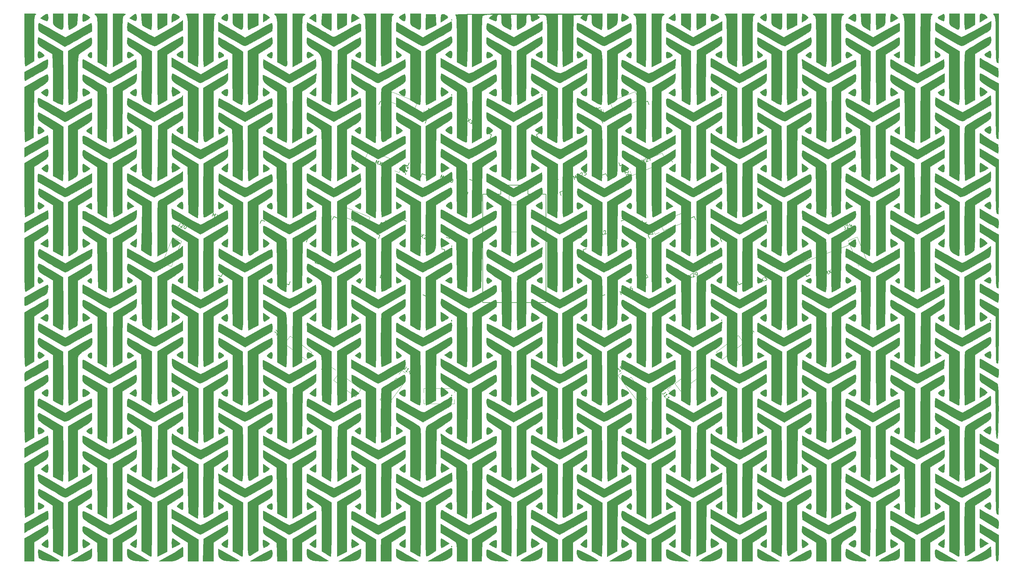
<source format=gbr>
G04 #@! TF.GenerationSoftware,KiCad,Pcbnew,(5.1.4)-1*
G04 #@! TF.CreationDate,2022-12-17T19:56:19-05:00*
G04 #@! TF.ProjectId,ThumbsUp,5468756d-6273-4557-902e-6b696361645f,rev?*
G04 #@! TF.SameCoordinates,Original*
G04 #@! TF.FileFunction,Legend,Top*
G04 #@! TF.FilePolarity,Positive*
%FSLAX46Y46*%
G04 Gerber Fmt 4.6, Leading zero omitted, Abs format (unit mm)*
G04 Created by KiCad (PCBNEW (5.1.4)-1) date 2022-12-17 19:56:19*
%MOMM*%
%LPD*%
G04 APERTURE LIST*
%ADD10C,0.120000*%
%ADD11C,0.010000*%
%ADD12C,0.100000*%
%ADD13C,0.150000*%
G04 APERTURE END LIST*
D10*
X242200000Y-184750000D02*
X226450000Y-190750000D01*
X238200000Y-186300000D02*
X242200000Y-184750000D01*
D11*
G36*
X129313158Y-121925789D02*
G01*
X129179474Y-122059473D01*
X129045790Y-121925789D01*
X129179474Y-121792105D01*
X129313158Y-121925789D01*
X129313158Y-121925789D01*
G37*
X129313158Y-121925789D02*
X129179474Y-122059473D01*
X129045790Y-121925789D01*
X129179474Y-121792105D01*
X129313158Y-121925789D01*
G36*
X267733010Y-120414160D02*
G01*
X267803611Y-120965187D01*
X267810000Y-121235087D01*
X267774119Y-121979296D01*
X267589119Y-122260217D01*
X267138965Y-122146416D01*
X266673684Y-121906545D01*
X266150354Y-121587648D01*
X265965105Y-121321070D01*
X266157414Y-121036546D01*
X266766762Y-120663812D01*
X267609474Y-120241035D01*
X267733010Y-120414160D01*
X267733010Y-120414160D01*
G37*
X267733010Y-120414160D02*
X267803611Y-120965187D01*
X267810000Y-121235087D01*
X267774119Y-121979296D01*
X267589119Y-122260217D01*
X267138965Y-122146416D01*
X266673684Y-121906545D01*
X266150354Y-121587648D01*
X265965105Y-121321070D01*
X266157414Y-121036546D01*
X266766762Y-120663812D01*
X267609474Y-120241035D01*
X267733010Y-120414160D01*
G36*
X217734434Y-120425226D02*
G01*
X217806824Y-121018068D01*
X217812105Y-121257368D01*
X217732098Y-122015429D01*
X217457598Y-122296844D01*
X216936884Y-122122841D01*
X216479258Y-121804446D01*
X216057852Y-121423629D01*
X215938484Y-121193510D01*
X215944521Y-121186997D01*
X216461870Y-120810723D01*
X217051543Y-120444509D01*
X217504800Y-120214008D01*
X217604228Y-120187895D01*
X217734434Y-120425226D01*
X217734434Y-120425226D01*
G37*
X217734434Y-120425226D02*
X217806824Y-121018068D01*
X217812105Y-121257368D01*
X217732098Y-122015429D01*
X217457598Y-122296844D01*
X216936884Y-122122841D01*
X216479258Y-121804446D01*
X216057852Y-121423629D01*
X215938484Y-121193510D01*
X215944521Y-121186997D01*
X216461870Y-120810723D01*
X217051543Y-120444509D01*
X217504800Y-120214008D01*
X217604228Y-120187895D01*
X217734434Y-120425226D01*
G36*
X203128829Y-120312603D02*
G01*
X203757115Y-120610034D01*
X204262476Y-120965144D01*
X204443684Y-121238598D01*
X204226444Y-121454767D01*
X203702963Y-121766722D01*
X203065599Y-122077011D01*
X202506711Y-122288180D01*
X202295666Y-122326842D01*
X202133913Y-122089623D01*
X202043951Y-121497028D01*
X202037369Y-121257368D01*
X202081404Y-120558940D01*
X202261484Y-120249966D01*
X202581512Y-120187895D01*
X203128829Y-120312603D01*
X203128829Y-120312603D01*
G37*
X203128829Y-120312603D02*
X203757115Y-120610034D01*
X204262476Y-120965144D01*
X204443684Y-121238598D01*
X204226444Y-121454767D01*
X203702963Y-121766722D01*
X203065599Y-122077011D01*
X202506711Y-122288180D01*
X202295666Y-122326842D01*
X202133913Y-122089623D01*
X202043951Y-121497028D01*
X202037369Y-121257368D01*
X202081404Y-120558940D01*
X202261484Y-120249966D01*
X202581512Y-120187895D01*
X203128829Y-120312603D01*
G36*
X192069801Y-120425675D02*
G01*
X192139636Y-121017952D01*
X192144737Y-121257368D01*
X192110735Y-121978192D01*
X191932259Y-122257381D01*
X191494603Y-122154862D01*
X190955366Y-121878747D01*
X190167048Y-121452062D01*
X190955366Y-120821306D01*
X191516862Y-120410573D01*
X191902152Y-120197503D01*
X191944211Y-120189223D01*
X192069801Y-120425675D01*
X192069801Y-120425675D01*
G37*
X192069801Y-120425675D02*
X192139636Y-121017952D01*
X192144737Y-121257368D01*
X192110735Y-121978192D01*
X191932259Y-122257381D01*
X191494603Y-122154862D01*
X190955366Y-121878747D01*
X190167048Y-121452062D01*
X190955366Y-120821306D01*
X191516862Y-120410573D01*
X191902152Y-120197503D01*
X191944211Y-120189223D01*
X192069801Y-120425675D01*
G36*
X116134434Y-120425226D02*
G01*
X116206824Y-121018068D01*
X116212105Y-121257368D01*
X116132098Y-122015429D01*
X115857598Y-122296844D01*
X115336884Y-122122841D01*
X114879258Y-121804446D01*
X114457852Y-121423629D01*
X114338484Y-121193510D01*
X114344521Y-121186997D01*
X114861870Y-120810723D01*
X115451543Y-120444509D01*
X115904800Y-120214008D01*
X116004228Y-120187895D01*
X116134434Y-120425226D01*
X116134434Y-120425226D01*
G37*
X116134434Y-120425226D02*
X116206824Y-121018068D01*
X116212105Y-121257368D01*
X116132098Y-122015429D01*
X115857598Y-122296844D01*
X115336884Y-122122841D01*
X114879258Y-121804446D01*
X114457852Y-121423629D01*
X114338484Y-121193510D01*
X114344521Y-121186997D01*
X114861870Y-120810723D01*
X115451543Y-120444509D01*
X115904800Y-120214008D01*
X116004228Y-120187895D01*
X116134434Y-120425226D01*
G36*
X66204161Y-120698609D02*
G01*
X66214211Y-121257368D01*
X66150843Y-121985672D01*
X65896267Y-122265812D01*
X65353770Y-122151543D01*
X64944211Y-121963244D01*
X64438309Y-121589867D01*
X64444133Y-121195544D01*
X64967056Y-120739823D01*
X65119148Y-120646594D01*
X65775204Y-120290684D01*
X66097377Y-120285992D01*
X66204161Y-120698609D01*
X66204161Y-120698609D01*
G37*
X66204161Y-120698609D02*
X66214211Y-121257368D01*
X66150843Y-121985672D01*
X65896267Y-122265812D01*
X65353770Y-122151543D01*
X64944211Y-121963244D01*
X64438309Y-121589867D01*
X64444133Y-121195544D01*
X64967056Y-120739823D01*
X65119148Y-120646594D01*
X65775204Y-120290684D01*
X66097377Y-120285992D01*
X66204161Y-120698609D01*
G36*
X40516697Y-120661043D02*
G01*
X40546842Y-121257368D01*
X40512799Y-121978368D01*
X40334184Y-122257462D01*
X39896270Y-122154685D01*
X39358431Y-121879250D01*
X38571073Y-121453068D01*
X39306499Y-120820481D01*
X39964344Y-120325800D01*
X40345661Y-120264876D01*
X40516697Y-120661043D01*
X40516697Y-120661043D01*
G37*
X40516697Y-120661043D02*
X40546842Y-121257368D01*
X40512799Y-121978368D01*
X40334184Y-122257462D01*
X39896270Y-122154685D01*
X39358431Y-121879250D01*
X38571073Y-121453068D01*
X39306499Y-120820481D01*
X39964344Y-120325800D01*
X40345661Y-120264876D01*
X40516697Y-120661043D01*
G36*
X15634625Y-120622245D02*
G01*
X15681579Y-121257368D01*
X15624204Y-121967636D01*
X15389756Y-122259215D01*
X14884749Y-122171773D01*
X14244833Y-121866992D01*
X13476507Y-121463865D01*
X14244833Y-120835495D01*
X14970371Y-120325130D01*
X15416014Y-120248872D01*
X15634625Y-120622245D01*
X15634625Y-120622245D01*
G37*
X15634625Y-120622245D02*
X15681579Y-121257368D01*
X15624204Y-121967636D01*
X15389756Y-122259215D01*
X14884749Y-122171773D01*
X14244833Y-121866992D01*
X13476507Y-121463865D01*
X14244833Y-120835495D01*
X14970371Y-120325130D01*
X15416014Y-120248872D01*
X15634625Y-120622245D01*
G36*
X278796529Y-120319176D02*
G01*
X279313440Y-120629745D01*
X279719885Y-120994693D01*
X279855405Y-121289109D01*
X279817659Y-121346261D01*
X279540790Y-121524735D01*
X278974085Y-121872484D01*
X278705263Y-122034850D01*
X277702632Y-122637823D01*
X277702632Y-121412859D01*
X277730984Y-120660229D01*
X277864143Y-120300372D01*
X278174260Y-120192320D01*
X278329614Y-120187895D01*
X278796529Y-120319176D01*
X278796529Y-120319176D01*
G37*
X278796529Y-120319176D02*
X279313440Y-120629745D01*
X279719885Y-120994693D01*
X279855405Y-121289109D01*
X279817659Y-121346261D01*
X279540790Y-121524735D01*
X278974085Y-121872484D01*
X278705263Y-122034850D01*
X277702632Y-122637823D01*
X277702632Y-121412859D01*
X277730984Y-120660229D01*
X277864143Y-120300372D01*
X278174260Y-120192320D01*
X278329614Y-120187895D01*
X278796529Y-120319176D01*
G36*
X253416369Y-120328008D02*
G01*
X254063016Y-120807840D01*
X254783746Y-121427785D01*
X253795274Y-122010998D01*
X253163663Y-122368863D01*
X252751843Y-122574680D01*
X252688401Y-122594210D01*
X252617761Y-122355019D01*
X252575411Y-121749901D01*
X252570000Y-121391052D01*
X252651249Y-120554838D01*
X252920580Y-120205487D01*
X253416369Y-120328008D01*
X253416369Y-120328008D01*
G37*
X253416369Y-120328008D02*
X254063016Y-120807840D01*
X254783746Y-121427785D01*
X253795274Y-122010998D01*
X253163663Y-122368863D01*
X252751843Y-122574680D01*
X252688401Y-122594210D01*
X252617761Y-122355019D01*
X252575411Y-121749901D01*
X252570000Y-121391052D01*
X252651249Y-120554838D01*
X252920580Y-120205487D01*
X253416369Y-120328008D01*
G36*
X242899551Y-120625648D02*
G01*
X242944737Y-121241589D01*
X242898605Y-121937500D01*
X242783878Y-122363135D01*
X242744211Y-122405856D01*
X242408529Y-122351517D01*
X241821363Y-122079589D01*
X241635624Y-121973127D01*
X240727564Y-121429827D01*
X241501940Y-120810189D01*
X242232209Y-120310400D01*
X242680613Y-120243664D01*
X242899551Y-120625648D01*
X242899551Y-120625648D01*
G37*
X242899551Y-120625648D02*
X242944737Y-121241589D01*
X242898605Y-121937500D01*
X242783878Y-122363135D01*
X242744211Y-122405856D01*
X242408529Y-122351517D01*
X241821363Y-122079589D01*
X241635624Y-121973127D01*
X240727564Y-121429827D01*
X241501940Y-120810189D01*
X242232209Y-120310400D01*
X242680613Y-120243664D01*
X242899551Y-120625648D01*
G36*
X228254805Y-120322967D02*
G01*
X228785715Y-120639965D01*
X229266361Y-121006561D01*
X229506366Y-121290424D01*
X229507466Y-121330235D01*
X229251824Y-121605623D01*
X228713190Y-122005801D01*
X228569115Y-122099437D01*
X227704737Y-122646722D01*
X227704737Y-121417308D01*
X227735759Y-120690491D01*
X227814415Y-120249280D01*
X227864010Y-120187895D01*
X228254805Y-120322967D01*
X228254805Y-120322967D01*
G37*
X228254805Y-120322967D02*
X228785715Y-120639965D01*
X229266361Y-121006561D01*
X229506366Y-121290424D01*
X229507466Y-121330235D01*
X229251824Y-121605623D01*
X228713190Y-122005801D01*
X228569115Y-122099437D01*
X227704737Y-122646722D01*
X227704737Y-121417308D01*
X227735759Y-120690491D01*
X227814415Y-120249280D01*
X227864010Y-120187895D01*
X228254805Y-120322967D01*
G36*
X177620717Y-120314023D02*
G01*
X178201477Y-120612483D01*
X178738914Y-120963392D01*
X179031973Y-121246864D01*
X179043684Y-121288605D01*
X178835824Y-121543143D01*
X178340220Y-121884095D01*
X177748835Y-122204471D01*
X177253634Y-122397282D01*
X177060776Y-122393758D01*
X176932306Y-122020076D01*
X176901847Y-121404026D01*
X176956245Y-120757524D01*
X177082346Y-120292487D01*
X177197695Y-120187895D01*
X177620717Y-120314023D01*
X177620717Y-120314023D01*
G37*
X177620717Y-120314023D02*
X178201477Y-120612483D01*
X178738914Y-120963392D01*
X179031973Y-121246864D01*
X179043684Y-121288605D01*
X178835824Y-121543143D01*
X178340220Y-121884095D01*
X177748835Y-122204471D01*
X177253634Y-122397282D01*
X177060776Y-122393758D01*
X176932306Y-122020076D01*
X176901847Y-121404026D01*
X176956245Y-120757524D01*
X177082346Y-120292487D01*
X177197695Y-120187895D01*
X177620717Y-120314023D01*
G36*
X127006329Y-120358962D02*
G01*
X127353909Y-120506996D01*
X127964844Y-120887333D01*
X128090762Y-121245770D01*
X127723132Y-121652359D01*
X127171972Y-122000615D01*
X126104737Y-122610177D01*
X126104737Y-121548499D01*
X126186535Y-120698639D01*
X126468687Y-120317450D01*
X127006329Y-120358962D01*
X127006329Y-120358962D01*
G37*
X127006329Y-120358962D02*
X127353909Y-120506996D01*
X127964844Y-120887333D01*
X128090762Y-121245770D01*
X127723132Y-121652359D01*
X127171972Y-122000615D01*
X126104737Y-122610177D01*
X126104737Y-121548499D01*
X126186535Y-120698639D01*
X126468687Y-120317450D01*
X127006329Y-120358962D01*
G36*
X101744023Y-120339762D02*
G01*
X102431779Y-120823646D01*
X103223032Y-121456741D01*
X102097569Y-122030910D01*
X100972105Y-122605078D01*
X100972105Y-121396486D01*
X101038212Y-120574863D01*
X101275855Y-120230338D01*
X101744023Y-120339762D01*
X101744023Y-120339762D01*
G37*
X101744023Y-120339762D02*
X102431779Y-120823646D01*
X103223032Y-121456741D01*
X102097569Y-122030910D01*
X100972105Y-122605078D01*
X100972105Y-121396486D01*
X101038212Y-120574863D01*
X101275855Y-120230338D01*
X101744023Y-120339762D01*
G36*
X91046816Y-120695870D02*
G01*
X91079474Y-121391052D01*
X91066234Y-122103315D01*
X91032727Y-122522832D01*
X91012632Y-122572060D01*
X90765569Y-122431720D01*
X90231687Y-122109050D01*
X90038043Y-121990052D01*
X89130297Y-121430194D01*
X89852426Y-120809044D01*
X90501595Y-120322213D01*
X90877231Y-120273820D01*
X91046816Y-120695870D01*
X91046816Y-120695870D01*
G37*
X91046816Y-120695870D02*
X91079474Y-121391052D01*
X91066234Y-122103315D01*
X91032727Y-122522832D01*
X91012632Y-122572060D01*
X90765569Y-122431720D01*
X90231687Y-122109050D01*
X90038043Y-121990052D01*
X89130297Y-121430194D01*
X89852426Y-120809044D01*
X90501595Y-120322213D01*
X90877231Y-120273820D01*
X91046816Y-120695870D01*
G36*
X76627625Y-120319269D02*
G01*
X77166051Y-120626850D01*
X77679451Y-120980823D01*
X77965878Y-121251373D01*
X77978421Y-121288605D01*
X77770015Y-121526567D01*
X77249649Y-121897353D01*
X77042632Y-122024047D01*
X76106842Y-122576176D01*
X76106842Y-121382035D01*
X76138725Y-120667395D01*
X76219323Y-120240799D01*
X76266116Y-120187895D01*
X76627625Y-120319269D01*
X76627625Y-120319269D01*
G37*
X76627625Y-120319269D02*
X77166051Y-120626850D01*
X77679451Y-120980823D01*
X77965878Y-121251373D01*
X77978421Y-121288605D01*
X77770015Y-121526567D01*
X77249649Y-121897353D01*
X77042632Y-122024047D01*
X76106842Y-122576176D01*
X76106842Y-121382035D01*
X76138725Y-120667395D01*
X76219323Y-120240799D01*
X76266116Y-120187895D01*
X76627625Y-120319269D01*
G36*
X51613303Y-120349271D02*
G01*
X52199332Y-120692140D01*
X52563953Y-121037080D01*
X52602084Y-121325276D01*
X52262234Y-121641946D01*
X51492911Y-122072306D01*
X51308421Y-122166608D01*
X50439474Y-122607942D01*
X50439474Y-121397918D01*
X50472339Y-120646192D01*
X50613476Y-120289324D01*
X50926696Y-120189289D01*
X50998881Y-120187895D01*
X51613303Y-120349271D01*
X51613303Y-120349271D01*
G37*
X51613303Y-120349271D02*
X52199332Y-120692140D01*
X52563953Y-121037080D01*
X52602084Y-121325276D01*
X52262234Y-121641946D01*
X51492911Y-122072306D01*
X51308421Y-122166608D01*
X50439474Y-122607942D01*
X50439474Y-121397918D01*
X50472339Y-120646192D01*
X50613476Y-120289324D01*
X50926696Y-120189289D01*
X50998881Y-120187895D01*
X51613303Y-120349271D01*
G36*
X26022823Y-120314023D02*
G01*
X26603582Y-120612483D01*
X27141020Y-120963392D01*
X27434078Y-121246864D01*
X27445790Y-121288605D01*
X27237929Y-121543143D01*
X26742325Y-121884095D01*
X26150940Y-122204471D01*
X25655740Y-122397282D01*
X25462881Y-122393758D01*
X25334411Y-122020076D01*
X25303952Y-121404026D01*
X25358350Y-120757524D01*
X25484451Y-120292487D01*
X25599800Y-120187895D01*
X26022823Y-120314023D01*
X26022823Y-120314023D01*
G37*
X26022823Y-120314023D02*
X26603582Y-120612483D01*
X27141020Y-120963392D01*
X27434078Y-121246864D01*
X27445790Y-121288605D01*
X27237929Y-121543143D01*
X26742325Y-121884095D01*
X26150940Y-122204471D01*
X25655740Y-122397282D01*
X25462881Y-122393758D01*
X25334411Y-122020076D01*
X25303952Y-121404026D01*
X25358350Y-120757524D01*
X25484451Y-120292487D01*
X25599800Y-120187895D01*
X26022823Y-120314023D01*
G36*
X276365790Y-123350598D02*
G01*
X275128956Y-124041878D01*
X274389792Y-124432055D01*
X273836073Y-124682718D01*
X273658429Y-124733158D01*
X273552827Y-124486314D01*
X273472060Y-123827603D01*
X273428750Y-122879753D01*
X273424737Y-122460526D01*
X273424737Y-120187895D01*
X276365790Y-120187895D01*
X276365790Y-123350598D01*
X276365790Y-123350598D01*
G37*
X276365790Y-123350598D02*
X275128956Y-124041878D01*
X274389792Y-124432055D01*
X273836073Y-124682718D01*
X273658429Y-124733158D01*
X273552827Y-124486314D01*
X273472060Y-123827603D01*
X273428750Y-122879753D01*
X273424737Y-122460526D01*
X273424737Y-120187895D01*
X276365790Y-120187895D01*
X276365790Y-123350598D01*
G36*
X272087895Y-122460526D02*
G01*
X272073111Y-123643972D01*
X271983720Y-124351028D01*
X271752165Y-124639994D01*
X271310887Y-124569172D01*
X270592328Y-124196862D01*
X270283158Y-124017960D01*
X269651060Y-123628291D01*
X269311710Y-123281299D01*
X269174042Y-122796996D01*
X269146992Y-121995396D01*
X269146842Y-121772073D01*
X269146842Y-120187895D01*
X272087895Y-120187895D01*
X272087895Y-122460526D01*
X272087895Y-122460526D01*
G37*
X272087895Y-122460526D02*
X272073111Y-123643972D01*
X271983720Y-124351028D01*
X271752165Y-124639994D01*
X271310887Y-124569172D01*
X270592328Y-124196862D01*
X270283158Y-124017960D01*
X269651060Y-123628291D01*
X269311710Y-123281299D01*
X269174042Y-122796996D01*
X269146992Y-121995396D01*
X269146842Y-121772073D01*
X269146842Y-120187895D01*
X272087895Y-120187895D01*
X272087895Y-122460526D01*
G36*
X251179074Y-121819512D02*
G01*
X251118648Y-122727384D01*
X250986433Y-123275859D01*
X250688315Y-123639809D01*
X250130179Y-123994109D01*
X249955981Y-124092144D01*
X249269051Y-124463980D01*
X248796260Y-124695294D01*
X248685981Y-124733158D01*
X248628810Y-124486270D01*
X248585086Y-123827451D01*
X248561643Y-122879462D01*
X248559474Y-122460526D01*
X248559474Y-120187895D01*
X251258674Y-120187895D01*
X251179074Y-121819512D01*
X251179074Y-121819512D01*
G37*
X251179074Y-121819512D02*
X251118648Y-122727384D01*
X250986433Y-123275859D01*
X250688315Y-123639809D01*
X250130179Y-123994109D01*
X249955981Y-124092144D01*
X249269051Y-124463980D01*
X248796260Y-124695294D01*
X248685981Y-124733158D01*
X248628810Y-124486270D01*
X248585086Y-123827451D01*
X248561643Y-122879462D01*
X248559474Y-122460526D01*
X248559474Y-120187895D01*
X251258674Y-120187895D01*
X251179074Y-121819512D01*
G36*
X226367895Y-123387307D02*
G01*
X225039941Y-124060233D01*
X224286700Y-124429965D01*
X223743507Y-124674384D01*
X223569415Y-124733158D01*
X223504983Y-124486275D01*
X223455707Y-123827468D01*
X223429288Y-122879495D01*
X223426842Y-122460526D01*
X223426842Y-120187895D01*
X226367895Y-120187895D01*
X226367895Y-123387307D01*
X226367895Y-123387307D01*
G37*
X226367895Y-123387307D02*
X225039941Y-124060233D01*
X224286700Y-124429965D01*
X223743507Y-124674384D01*
X223569415Y-124733158D01*
X223504983Y-124486275D01*
X223455707Y-123827468D01*
X223429288Y-122879495D01*
X223426842Y-122460526D01*
X223426842Y-120187895D01*
X226367895Y-120187895D01*
X226367895Y-123387307D01*
G36*
X222090000Y-122460526D02*
G01*
X222075216Y-123643972D01*
X221985825Y-124351028D01*
X221754270Y-124639994D01*
X221312992Y-124569172D01*
X220594433Y-124196862D01*
X220285263Y-124017960D01*
X219653165Y-123628291D01*
X219313815Y-123281299D01*
X219176148Y-122796996D01*
X219149097Y-121995396D01*
X219148947Y-121772073D01*
X219148947Y-120187895D01*
X222090000Y-120187895D01*
X222090000Y-122460526D01*
X222090000Y-122460526D01*
G37*
X222090000Y-122460526D02*
X222075216Y-123643972D01*
X221985825Y-124351028D01*
X221754270Y-124639994D01*
X221312992Y-124569172D01*
X220594433Y-124196862D01*
X220285263Y-124017960D01*
X219653165Y-123628291D01*
X219313815Y-123281299D01*
X219176148Y-122796996D01*
X219149097Y-121995396D01*
X219148947Y-121772073D01*
X219148947Y-120187895D01*
X222090000Y-120187895D01*
X222090000Y-122460526D01*
G36*
X200700526Y-123345504D02*
G01*
X199516600Y-124039331D01*
X198814874Y-124434506D01*
X198315991Y-124685783D01*
X198179758Y-124733158D01*
X198110653Y-124486279D01*
X198057802Y-123827480D01*
X198029465Y-122879518D01*
X198026842Y-122460526D01*
X198026842Y-120187895D01*
X200700526Y-120187895D01*
X200700526Y-123345504D01*
X200700526Y-123345504D01*
G37*
X200700526Y-123345504D02*
X199516600Y-124039331D01*
X198814874Y-124434506D01*
X198315991Y-124685783D01*
X198179758Y-124733158D01*
X198110653Y-124486279D01*
X198057802Y-123827480D01*
X198029465Y-122879518D01*
X198026842Y-122460526D01*
X198026842Y-120187895D01*
X200700526Y-120187895D01*
X200700526Y-123345504D01*
G36*
X175835263Y-121616982D02*
G01*
X175763091Y-122646703D01*
X175526309Y-123278301D01*
X175367369Y-123456319D01*
X174875687Y-123809619D01*
X174200326Y-124211438D01*
X173538362Y-124553602D01*
X173086874Y-124727935D01*
X173041172Y-124733158D01*
X172974757Y-124486277D01*
X172923964Y-123827473D01*
X172896731Y-122879504D01*
X172894211Y-122460526D01*
X172894211Y-120187895D01*
X175835263Y-120187895D01*
X175835263Y-121616982D01*
X175835263Y-121616982D01*
G37*
X175835263Y-121616982D02*
X175763091Y-122646703D01*
X175526309Y-123278301D01*
X175367369Y-123456319D01*
X174875687Y-123809619D01*
X174200326Y-124211438D01*
X173538362Y-124553602D01*
X173086874Y-124727935D01*
X173041172Y-124733158D01*
X172974757Y-124486277D01*
X172923964Y-123827473D01*
X172896731Y-122879504D01*
X172894211Y-122460526D01*
X172894211Y-120187895D01*
X175835263Y-120187895D01*
X175835263Y-121616982D01*
G36*
X124714064Y-121847850D02*
G01*
X124793918Y-123374120D01*
X123452953Y-124053639D01*
X122693670Y-124425630D01*
X122141601Y-124672447D01*
X121958602Y-124733158D01*
X121897053Y-124486862D01*
X121866829Y-123830900D01*
X121872200Y-122889655D01*
X121882871Y-122527368D01*
X121960526Y-120321579D01*
X124634211Y-120321579D01*
X124714064Y-121847850D01*
X124714064Y-121847850D01*
G37*
X124714064Y-121847850D02*
X124793918Y-123374120D01*
X123452953Y-124053639D01*
X122693670Y-124425630D01*
X122141601Y-124672447D01*
X121958602Y-124733158D01*
X121897053Y-124486862D01*
X121866829Y-123830900D01*
X121872200Y-122889655D01*
X121882871Y-122527368D01*
X121960526Y-120321579D01*
X124634211Y-120321579D01*
X124714064Y-121847850D01*
G36*
X120490000Y-122460526D02*
G01*
X120475216Y-123643972D01*
X120385825Y-124351028D01*
X120154270Y-124639994D01*
X119712992Y-124569172D01*
X118994433Y-124196862D01*
X118685263Y-124017960D01*
X118053165Y-123628291D01*
X117713815Y-123281299D01*
X117576148Y-122796996D01*
X117549097Y-121995396D01*
X117548947Y-121772073D01*
X117548947Y-120187895D01*
X120490000Y-120187895D01*
X120490000Y-122460526D01*
X120490000Y-122460526D01*
G37*
X120490000Y-122460526D02*
X120475216Y-123643972D01*
X120385825Y-124351028D01*
X120154270Y-124639994D01*
X119712992Y-124569172D01*
X118994433Y-124196862D01*
X118685263Y-124017960D01*
X118053165Y-123628291D01*
X117713815Y-123281299D01*
X117576148Y-122796996D01*
X117549097Y-121995396D01*
X117548947Y-121772073D01*
X117548947Y-120187895D01*
X120490000Y-120187895D01*
X120490000Y-122460526D01*
G36*
X99635263Y-123345504D02*
G01*
X98451337Y-124039331D01*
X97749611Y-124434506D01*
X97250728Y-124685783D01*
X97114495Y-124733158D01*
X97045390Y-124486279D01*
X96992539Y-123827480D01*
X96964202Y-122879518D01*
X96961579Y-122460526D01*
X96961579Y-120187895D01*
X99635263Y-120187895D01*
X99635263Y-123345504D01*
X99635263Y-123345504D01*
G37*
X99635263Y-123345504D02*
X98451337Y-124039331D01*
X97749611Y-124434506D01*
X97250728Y-124685783D01*
X97114495Y-124733158D01*
X97045390Y-124486279D01*
X96992539Y-123827480D01*
X96964202Y-122879518D01*
X96961579Y-122460526D01*
X96961579Y-120187895D01*
X99635263Y-120187895D01*
X99635263Y-123345504D01*
G36*
X74770000Y-123387307D02*
G01*
X73442046Y-124060233D01*
X72688806Y-124429965D01*
X72145612Y-124674384D01*
X71971520Y-124733158D01*
X71907089Y-124486275D01*
X71857812Y-123827468D01*
X71831393Y-122879495D01*
X71828947Y-122460526D01*
X71828947Y-120187895D01*
X74770000Y-120187895D01*
X74770000Y-123387307D01*
X74770000Y-123387307D01*
G37*
X74770000Y-123387307D02*
X73442046Y-124060233D01*
X72688806Y-124429965D01*
X72145612Y-124674384D01*
X71971520Y-124733158D01*
X71907089Y-124486275D01*
X71857812Y-123827468D01*
X71831393Y-122879495D01*
X71828947Y-122460526D01*
X71828947Y-120187895D01*
X74770000Y-120187895D01*
X74770000Y-123387307D01*
G36*
X70492105Y-122460526D02*
G01*
X70477321Y-123643972D01*
X70387931Y-124351028D01*
X70156375Y-124639994D01*
X69715097Y-124569172D01*
X68996538Y-124196862D01*
X68687369Y-124017960D01*
X68055270Y-123628291D01*
X67715920Y-123281299D01*
X67578253Y-122796996D01*
X67551203Y-121995396D01*
X67551053Y-121772073D01*
X67551053Y-120187895D01*
X70492105Y-120187895D01*
X70492105Y-122460526D01*
X70492105Y-122460526D01*
G37*
X70492105Y-122460526D02*
X70477321Y-123643972D01*
X70387931Y-124351028D01*
X70156375Y-124639994D01*
X69715097Y-124569172D01*
X68996538Y-124196862D01*
X68687369Y-124017960D01*
X68055270Y-123628291D01*
X67715920Y-123281299D01*
X67578253Y-122796996D01*
X67551203Y-121995396D01*
X67551053Y-121772073D01*
X67551053Y-120187895D01*
X70492105Y-120187895D01*
X70492105Y-122460526D01*
G36*
X49102632Y-123350598D02*
G01*
X47865798Y-124041878D01*
X47155963Y-124428962D01*
X46662794Y-124679825D01*
X46528956Y-124733158D01*
X46483759Y-124486263D01*
X46449194Y-123827427D01*
X46430662Y-122879417D01*
X46428947Y-122460526D01*
X46428947Y-120187895D01*
X49102632Y-120187895D01*
X49102632Y-123350598D01*
X49102632Y-123350598D01*
G37*
X49102632Y-123350598D02*
X47865798Y-124041878D01*
X47155963Y-124428962D01*
X46662794Y-124679825D01*
X46528956Y-124733158D01*
X46483759Y-124486263D01*
X46449194Y-123827427D01*
X46430662Y-122879417D01*
X46428947Y-122460526D01*
X46428947Y-120187895D01*
X49102632Y-120187895D01*
X49102632Y-123350598D01*
G36*
X44824737Y-122460526D02*
G01*
X44802979Y-123485714D01*
X44744914Y-124267562D01*
X44661352Y-124684177D01*
X44624211Y-124721341D01*
X44283725Y-124600133D01*
X43659740Y-124308356D01*
X43354211Y-124153047D01*
X42689700Y-123799789D01*
X42257198Y-123555830D01*
X42184283Y-123507392D01*
X42114757Y-123214638D01*
X42035637Y-122544132D01*
X41975733Y-121803055D01*
X41867637Y-120187895D01*
X44824737Y-120187895D01*
X44824737Y-122460526D01*
X44824737Y-122460526D01*
G37*
X44824737Y-122460526D02*
X44802979Y-123485714D01*
X44744914Y-124267562D01*
X44661352Y-124684177D01*
X44624211Y-124721341D01*
X44283725Y-124600133D01*
X43659740Y-124308356D01*
X43354211Y-124153047D01*
X42689700Y-123799789D01*
X42257198Y-123555830D01*
X42184283Y-123507392D01*
X42114757Y-123214638D01*
X42035637Y-122544132D01*
X41975733Y-121803055D01*
X41867637Y-120187895D01*
X44824737Y-120187895D01*
X44824737Y-122460526D01*
G36*
X23915916Y-121851682D02*
G01*
X23855637Y-122771968D01*
X23728211Y-123328108D01*
X23447391Y-123690350D01*
X22926929Y-124028944D01*
X22766842Y-124119916D01*
X22085311Y-124483206D01*
X21601695Y-124701206D01*
X21496842Y-124728759D01*
X21406242Y-124483988D01*
X21336943Y-123827009D01*
X21299769Y-122880247D01*
X21296316Y-122460526D01*
X21296316Y-120187895D01*
X23995516Y-120187895D01*
X23915916Y-121851682D01*
X23915916Y-121851682D01*
G37*
X23915916Y-121851682D02*
X23855637Y-122771968D01*
X23728211Y-123328108D01*
X23447391Y-123690350D01*
X22926929Y-124028944D01*
X22766842Y-124119916D01*
X22085311Y-124483206D01*
X21601695Y-124701206D01*
X21496842Y-124728759D01*
X21406242Y-124483988D01*
X21336943Y-123827009D01*
X21299769Y-122880247D01*
X21296316Y-122460526D01*
X21296316Y-120187895D01*
X23995516Y-120187895D01*
X23915916Y-121851682D01*
G36*
X19959474Y-122460526D02*
G01*
X19942228Y-123655614D01*
X19847484Y-124372832D01*
X19610730Y-124668893D01*
X19167458Y-124600506D01*
X18453155Y-124224381D01*
X18154737Y-124047053D01*
X17523217Y-123646619D01*
X17183837Y-123292824D01*
X17045867Y-122804413D01*
X17018581Y-122000133D01*
X17018421Y-121776951D01*
X17018421Y-120187895D01*
X19959474Y-120187895D01*
X19959474Y-122460526D01*
X19959474Y-122460526D01*
G37*
X19959474Y-122460526D02*
X19942228Y-123655614D01*
X19847484Y-124372832D01*
X19610730Y-124668893D01*
X19167458Y-124600506D01*
X18453155Y-124224381D01*
X18154737Y-124047053D01*
X17523217Y-123646619D01*
X17183837Y-123292824D01*
X17045867Y-122804413D01*
X17018581Y-122000133D01*
X17018421Y-121776951D01*
X17018421Y-120187895D01*
X19959474Y-120187895D01*
X19959474Y-122460526D01*
G36*
X246955263Y-122594210D02*
G01*
X246948402Y-123650876D01*
X246930020Y-124466353D01*
X246903423Y-124922712D01*
X246888421Y-124979510D01*
X246642507Y-124841160D01*
X246083320Y-124508707D01*
X245618421Y-124227901D01*
X244958737Y-123805906D01*
X244591835Y-123438404D01*
X244421337Y-122946181D01*
X244350866Y-122150020D01*
X244335663Y-121842602D01*
X244256063Y-120187895D01*
X246955263Y-120187895D01*
X246955263Y-122594210D01*
X246955263Y-122594210D01*
G37*
X246955263Y-122594210D02*
X246948402Y-123650876D01*
X246930020Y-124466353D01*
X246903423Y-124922712D01*
X246888421Y-124979510D01*
X246642507Y-124841160D01*
X246083320Y-124508707D01*
X245618421Y-124227901D01*
X244958737Y-123805906D01*
X244591835Y-123438404D01*
X244421337Y-122946181D01*
X244350866Y-122150020D01*
X244335663Y-121842602D01*
X244256063Y-120187895D01*
X246955263Y-120187895D01*
X246955263Y-122594210D01*
G36*
X196422632Y-122594210D02*
G01*
X196415769Y-123651230D01*
X196397383Y-124467410D01*
X196370781Y-124924663D01*
X196355790Y-124981922D01*
X196112955Y-124840766D01*
X195555628Y-124495666D01*
X195018947Y-124157209D01*
X193748947Y-123351101D01*
X193748947Y-120187895D01*
X196422632Y-120187895D01*
X196422632Y-122594210D01*
X196422632Y-122594210D01*
G37*
X196422632Y-122594210D02*
X196415769Y-123651230D01*
X196397383Y-124467410D01*
X196370781Y-124924663D01*
X196355790Y-124981922D01*
X196112955Y-124840766D01*
X195555628Y-124495666D01*
X195018947Y-124157209D01*
X193748947Y-123351101D01*
X193748947Y-120187895D01*
X196422632Y-120187895D01*
X196422632Y-122594210D01*
G36*
X95357369Y-122594210D02*
G01*
X95350513Y-123649290D01*
X95332148Y-124461618D01*
X95305572Y-124913974D01*
X95290526Y-124968691D01*
X95039857Y-124832423D01*
X94465841Y-124515592D01*
X93956920Y-124233428D01*
X93230289Y-123793360D01*
X92724599Y-123418640D01*
X92586304Y-123260097D01*
X92551302Y-122856860D01*
X92575120Y-122119639D01*
X92617086Y-121589044D01*
X92751718Y-120187895D01*
X95357369Y-120187895D01*
X95357369Y-122594210D01*
X95357369Y-122594210D01*
G37*
X95357369Y-122594210D02*
X95350513Y-123649290D01*
X95332148Y-124461618D01*
X95305572Y-124913974D01*
X95290526Y-124968691D01*
X95039857Y-124832423D01*
X94465841Y-124515592D01*
X93956920Y-124233428D01*
X93230289Y-123793360D01*
X92724599Y-123418640D01*
X92586304Y-123260097D01*
X92551302Y-122856860D01*
X92575120Y-122119639D01*
X92617086Y-121589044D01*
X92751718Y-120187895D01*
X95357369Y-120187895D01*
X95357369Y-122594210D01*
G36*
X280911053Y-123485235D02*
G01*
X280889327Y-124141613D01*
X280755517Y-124584197D01*
X280406674Y-124956154D01*
X279739848Y-125400650D01*
X279373684Y-125623180D01*
X277515163Y-126730393D01*
X275882493Y-127672095D01*
X274525160Y-128421391D01*
X273492648Y-128951389D01*
X272834442Y-129235196D01*
X272651107Y-129276618D01*
X272276595Y-129144073D01*
X271541351Y-128781206D01*
X270539949Y-128238119D01*
X269366967Y-127564913D01*
X268923242Y-127301754D01*
X267723377Y-126576978D01*
X266680735Y-125933991D01*
X265885551Y-125429434D01*
X265428056Y-125119946D01*
X265363462Y-125067251D01*
X265216627Y-124653064D01*
X265174484Y-123945717D01*
X265186010Y-123723282D01*
X265270000Y-122640755D01*
X268745790Y-124645927D01*
X269982141Y-125356464D01*
X271062674Y-125972358D01*
X271898816Y-126443515D01*
X272401996Y-126719840D01*
X272497672Y-126767905D01*
X272835098Y-126684945D01*
X273571155Y-126356543D01*
X274646736Y-125813704D01*
X276002738Y-125087433D01*
X277580056Y-124208736D01*
X279319586Y-123208617D01*
X279641053Y-123020622D01*
X280911053Y-122276030D01*
X280911053Y-123485235D01*
X280911053Y-123485235D01*
G37*
X280911053Y-123485235D02*
X280889327Y-124141613D01*
X280755517Y-124584197D01*
X280406674Y-124956154D01*
X279739848Y-125400650D01*
X279373684Y-125623180D01*
X277515163Y-126730393D01*
X275882493Y-127672095D01*
X274525160Y-128421391D01*
X273492648Y-128951389D01*
X272834442Y-129235196D01*
X272651107Y-129276618D01*
X272276595Y-129144073D01*
X271541351Y-128781206D01*
X270539949Y-128238119D01*
X269366967Y-127564913D01*
X268923242Y-127301754D01*
X267723377Y-126576978D01*
X266680735Y-125933991D01*
X265885551Y-125429434D01*
X265428056Y-125119946D01*
X265363462Y-125067251D01*
X265216627Y-124653064D01*
X265174484Y-123945717D01*
X265186010Y-123723282D01*
X265270000Y-122640755D01*
X268745790Y-124645927D01*
X269982141Y-125356464D01*
X271062674Y-125972358D01*
X271898816Y-126443515D01*
X272401996Y-126719840D01*
X272497672Y-126767905D01*
X272835098Y-126684945D01*
X273571155Y-126356543D01*
X274646736Y-125813704D01*
X276002738Y-125087433D01*
X277580056Y-124208736D01*
X279319586Y-123208617D01*
X279641053Y-123020622D01*
X280911053Y-122276030D01*
X280911053Y-123485235D01*
G36*
X205234064Y-123619415D02*
G01*
X205222339Y-124866842D01*
X201387898Y-127072631D01*
X200071489Y-127812021D01*
X198887742Y-128443525D01*
X197925662Y-128922245D01*
X197274254Y-129203276D01*
X197054886Y-129258577D01*
X196658437Y-129119554D01*
X195900053Y-128750027D01*
X194873481Y-128199306D01*
X193672468Y-127516704D01*
X193080526Y-127168003D01*
X189604737Y-125097272D01*
X189522522Y-123979426D01*
X189533969Y-123194785D01*
X189708687Y-122868186D01*
X189751412Y-122861579D01*
X190081849Y-122987979D01*
X190786327Y-123336321D01*
X191776290Y-123860314D01*
X192963185Y-124513668D01*
X193611762Y-124879481D01*
X197161006Y-126897383D01*
X205245790Y-122371989D01*
X205234064Y-123619415D01*
X205234064Y-123619415D01*
G37*
X205234064Y-123619415D02*
X205222339Y-124866842D01*
X201387898Y-127072631D01*
X200071489Y-127812021D01*
X198887742Y-128443525D01*
X197925662Y-128922245D01*
X197274254Y-129203276D01*
X197054886Y-129258577D01*
X196658437Y-129119554D01*
X195900053Y-128750027D01*
X194873481Y-128199306D01*
X193672468Y-127516704D01*
X193080526Y-127168003D01*
X189604737Y-125097272D01*
X189522522Y-123979426D01*
X189533969Y-123194785D01*
X189708687Y-122868186D01*
X189751412Y-122861579D01*
X190081849Y-122987979D01*
X190786327Y-123336321D01*
X191776290Y-123860314D01*
X192963185Y-124513668D01*
X193611762Y-124879481D01*
X197161006Y-126897383D01*
X205245790Y-122371989D01*
X205234064Y-123619415D01*
G36*
X164827042Y-122857949D02*
G01*
X165492873Y-123172763D01*
X166453665Y-123674131D01*
X167626649Y-124319432D01*
X168422439Y-124772117D01*
X172105404Y-126892742D01*
X173502439Y-126124784D01*
X174396070Y-125628990D01*
X175546263Y-124984592D01*
X176745215Y-124308145D01*
X177095989Y-124109202D01*
X178075347Y-123567033D01*
X178886994Y-123143876D01*
X179414938Y-122898921D01*
X179540930Y-122861579D01*
X179684802Y-123099146D01*
X179752184Y-123696315D01*
X179750730Y-123990595D01*
X179712105Y-125119612D01*
X176102632Y-127194604D01*
X174832666Y-127910630D01*
X173705060Y-128520133D01*
X172809686Y-128976546D01*
X172236417Y-129233304D01*
X172092105Y-129272546D01*
X171684294Y-129144700D01*
X170960249Y-128802820D01*
X170058683Y-128313887D01*
X169819474Y-128175154D01*
X168092658Y-127161411D01*
X166770391Y-126381734D01*
X165799054Y-125794460D01*
X165125030Y-125357926D01*
X164694701Y-125030467D01*
X164454448Y-124770421D01*
X164350653Y-124536125D01*
X164329699Y-124285914D01*
X164337966Y-123978125D01*
X164338421Y-123916156D01*
X164385976Y-123227885D01*
X164503790Y-122809350D01*
X164538947Y-122772315D01*
X164827042Y-122857949D01*
X164827042Y-122857949D01*
G37*
X164827042Y-122857949D02*
X165492873Y-123172763D01*
X166453665Y-123674131D01*
X167626649Y-124319432D01*
X168422439Y-124772117D01*
X172105404Y-126892742D01*
X173502439Y-126124784D01*
X174396070Y-125628990D01*
X175546263Y-124984592D01*
X176745215Y-124308145D01*
X177095989Y-124109202D01*
X178075347Y-123567033D01*
X178886994Y-123143876D01*
X179414938Y-122898921D01*
X179540930Y-122861579D01*
X179684802Y-123099146D01*
X179752184Y-123696315D01*
X179750730Y-123990595D01*
X179712105Y-125119612D01*
X176102632Y-127194604D01*
X174832666Y-127910630D01*
X173705060Y-128520133D01*
X172809686Y-128976546D01*
X172236417Y-129233304D01*
X172092105Y-129272546D01*
X171684294Y-129144700D01*
X170960249Y-128802820D01*
X170058683Y-128313887D01*
X169819474Y-128175154D01*
X168092658Y-127161411D01*
X166770391Y-126381734D01*
X165799054Y-125794460D01*
X165125030Y-125357926D01*
X164694701Y-125030467D01*
X164454448Y-124770421D01*
X164350653Y-124536125D01*
X164329699Y-124285914D01*
X164337966Y-123978125D01*
X164338421Y-123916156D01*
X164385976Y-123227885D01*
X164503790Y-122809350D01*
X164538947Y-122772315D01*
X164827042Y-122857949D01*
G36*
X129264926Y-123475636D02*
G01*
X129263844Y-124264960D01*
X129061037Y-124741350D01*
X128760304Y-124999939D01*
X128023023Y-125472588D01*
X127029262Y-126069676D01*
X125876148Y-126737447D01*
X124660809Y-127422147D01*
X123480371Y-128070022D01*
X122431962Y-128627316D01*
X121612710Y-129040275D01*
X121119741Y-129255143D01*
X121038259Y-129273674D01*
X120672243Y-129142173D01*
X119938764Y-128782972D01*
X118928703Y-128243804D01*
X117732942Y-127572402D01*
X117093036Y-127201568D01*
X113562388Y-125134210D01*
X113550404Y-123848431D01*
X113580266Y-123129105D01*
X113669731Y-122716319D01*
X113738947Y-122673909D01*
X114029374Y-122840613D01*
X114696841Y-123226283D01*
X115655899Y-123781472D01*
X116821098Y-124456730D01*
X117462405Y-124828636D01*
X118689894Y-125536486D01*
X119746624Y-126137993D01*
X120549996Y-126586760D01*
X121017415Y-126836394D01*
X121100387Y-126872105D01*
X121359143Y-126746676D01*
X122004270Y-126399059D01*
X122957794Y-125872256D01*
X124141742Y-125209270D01*
X125197456Y-124612538D01*
X129179474Y-122352972D01*
X129264926Y-123475636D01*
X129264926Y-123475636D01*
G37*
X129264926Y-123475636D02*
X129263844Y-124264960D01*
X129061037Y-124741350D01*
X128760304Y-124999939D01*
X128023023Y-125472588D01*
X127029262Y-126069676D01*
X125876148Y-126737447D01*
X124660809Y-127422147D01*
X123480371Y-128070022D01*
X122431962Y-128627316D01*
X121612710Y-129040275D01*
X121119741Y-129255143D01*
X121038259Y-129273674D01*
X120672243Y-129142173D01*
X119938764Y-128782972D01*
X118928703Y-128243804D01*
X117732942Y-127572402D01*
X117093036Y-127201568D01*
X113562388Y-125134210D01*
X113550404Y-123848431D01*
X113580266Y-123129105D01*
X113669731Y-122716319D01*
X113738947Y-122673909D01*
X114029374Y-122840613D01*
X114696841Y-123226283D01*
X115655899Y-123781472D01*
X116821098Y-124456730D01*
X117462405Y-124828636D01*
X118689894Y-125536486D01*
X119746624Y-126137993D01*
X120549996Y-126586760D01*
X121017415Y-126836394D01*
X121100387Y-126872105D01*
X121359143Y-126746676D01*
X122004270Y-126399059D01*
X122957794Y-125872256D01*
X124141742Y-125209270D01*
X125197456Y-124612538D01*
X129179474Y-122352972D01*
X129264926Y-123475636D01*
G36*
X64409474Y-123080735D02*
G01*
X65223873Y-123563066D01*
X66147844Y-124090787D01*
X66347895Y-124202152D01*
X67121902Y-124637252D01*
X68142278Y-125220242D01*
X69194212Y-125828355D01*
X69240400Y-125855247D01*
X71063432Y-126917062D01*
X74691483Y-124889320D01*
X75954972Y-124191581D01*
X77059434Y-123597554D01*
X77918772Y-123152306D01*
X78446890Y-122900901D01*
X78565403Y-122861579D01*
X78698306Y-123098310D01*
X78742010Y-123693704D01*
X78729057Y-123991990D01*
X78646842Y-125122401D01*
X75037369Y-127195999D01*
X73767340Y-127911423D01*
X72639690Y-128520108D01*
X71744306Y-128975569D01*
X71171074Y-129231320D01*
X71026842Y-129270023D01*
X70665771Y-129140465D01*
X69936691Y-128783158D01*
X68930034Y-128245627D01*
X67736232Y-127575395D01*
X67092223Y-127202331D01*
X63558655Y-125134210D01*
X63549591Y-123842404D01*
X63540526Y-122550597D01*
X64409474Y-123080735D01*
X64409474Y-123080735D01*
G37*
X64409474Y-123080735D02*
X65223873Y-123563066D01*
X66147844Y-124090787D01*
X66347895Y-124202152D01*
X67121902Y-124637252D01*
X68142278Y-125220242D01*
X69194212Y-125828355D01*
X69240400Y-125855247D01*
X71063432Y-126917062D01*
X74691483Y-124889320D01*
X75954972Y-124191581D01*
X77059434Y-123597554D01*
X77918772Y-123152306D01*
X78446890Y-122900901D01*
X78565403Y-122861579D01*
X78698306Y-123098310D01*
X78742010Y-123693704D01*
X78729057Y-123991990D01*
X78646842Y-125122401D01*
X75037369Y-127195999D01*
X73767340Y-127911423D01*
X72639690Y-128520108D01*
X71744306Y-128975569D01*
X71171074Y-129231320D01*
X71026842Y-129270023D01*
X70665771Y-129140465D01*
X69936691Y-128783158D01*
X68930034Y-128245627D01*
X67736232Y-127575395D01*
X67092223Y-127202331D01*
X63558655Y-125134210D01*
X63549591Y-123842404D01*
X63540526Y-122550597D01*
X64409474Y-123080735D01*
G36*
X255184874Y-123099899D02*
G01*
X255236833Y-123699189D01*
X255241570Y-123997895D01*
X255239455Y-125134210D01*
X252233675Y-126861219D01*
X251020396Y-127558319D01*
X249904802Y-128199283D01*
X249006578Y-128715347D01*
X248445407Y-129037749D01*
X248425790Y-129049019D01*
X247623684Y-129509810D01*
X243880526Y-127303740D01*
X242481787Y-126473092D01*
X241479213Y-125853602D01*
X240804957Y-125390652D01*
X240391170Y-125029626D01*
X240170006Y-124715908D01*
X240073617Y-124394879D01*
X240051688Y-124221540D01*
X240009474Y-123593991D01*
X240066638Y-123186841D01*
X240283266Y-123008470D01*
X240719444Y-123067255D01*
X241435257Y-123371574D01*
X242490792Y-123929806D01*
X243946133Y-124750330D01*
X243979240Y-124769193D01*
X247720701Y-126901202D01*
X251332162Y-124881390D01*
X252584033Y-124186395D01*
X253667392Y-123594701D01*
X254498647Y-123151193D01*
X254994206Y-122900760D01*
X255093653Y-122861579D01*
X255184874Y-123099899D01*
X255184874Y-123099899D01*
G37*
X255184874Y-123099899D02*
X255236833Y-123699189D01*
X255241570Y-123997895D01*
X255239455Y-125134210D01*
X252233675Y-126861219D01*
X251020396Y-127558319D01*
X249904802Y-128199283D01*
X249006578Y-128715347D01*
X248445407Y-129037749D01*
X248425790Y-129049019D01*
X247623684Y-129509810D01*
X243880526Y-127303740D01*
X242481787Y-126473092D01*
X241479213Y-125853602D01*
X240804957Y-125390652D01*
X240391170Y-125029626D01*
X240170006Y-124715908D01*
X240073617Y-124394879D01*
X240051688Y-124221540D01*
X240009474Y-123593991D01*
X240066638Y-123186841D01*
X240283266Y-123008470D01*
X240719444Y-123067255D01*
X241435257Y-123371574D01*
X242490792Y-123929806D01*
X243946133Y-124750330D01*
X243979240Y-124769193D01*
X247720701Y-126901202D01*
X251332162Y-124881390D01*
X252584033Y-124186395D01*
X253667392Y-123594701D01*
X254498647Y-123151193D01*
X254994206Y-122900760D01*
X255093653Y-122861579D01*
X255184874Y-123099899D01*
G36*
X215629244Y-122846528D02*
G01*
X216297210Y-123233267D01*
X217257771Y-123789467D01*
X218425853Y-124465868D01*
X219094725Y-124853206D01*
X222649976Y-126912044D01*
X226179988Y-124953653D01*
X227438215Y-124262286D01*
X228546677Y-123665714D01*
X229414195Y-123212056D01*
X229949590Y-122949431D01*
X230060697Y-122905641D01*
X230281675Y-123001421D01*
X230348650Y-123496834D01*
X230328065Y-123954933D01*
X230266291Y-124515834D01*
X230115987Y-124926303D01*
X229782339Y-125291795D01*
X229170532Y-125717768D01*
X228239474Y-126277962D01*
X227085713Y-126951930D01*
X225886932Y-127640456D01*
X224878320Y-128208616D01*
X224763684Y-128271971D01*
X223943333Y-128734000D01*
X223297339Y-129116337D01*
X223006860Y-129306801D01*
X222671330Y-129260765D01*
X221938950Y-128952677D01*
X220863366Y-128408573D01*
X219498227Y-127654489D01*
X218939936Y-127332974D01*
X215159312Y-125134210D01*
X215148866Y-123848431D01*
X215179589Y-123130163D01*
X215269552Y-122719466D01*
X215338947Y-122678510D01*
X215629244Y-122846528D01*
X215629244Y-122846528D01*
G37*
X215629244Y-122846528D02*
X216297210Y-123233267D01*
X217257771Y-123789467D01*
X218425853Y-124465868D01*
X219094725Y-124853206D01*
X222649976Y-126912044D01*
X226179988Y-124953653D01*
X227438215Y-124262286D01*
X228546677Y-123665714D01*
X229414195Y-123212056D01*
X229949590Y-122949431D01*
X230060697Y-122905641D01*
X230281675Y-123001421D01*
X230348650Y-123496834D01*
X230328065Y-123954933D01*
X230266291Y-124515834D01*
X230115987Y-124926303D01*
X229782339Y-125291795D01*
X229170532Y-125717768D01*
X228239474Y-126277962D01*
X227085713Y-126951930D01*
X225886932Y-127640456D01*
X224878320Y-128208616D01*
X224763684Y-128271971D01*
X223943333Y-128734000D01*
X223297339Y-129116337D01*
X223006860Y-129306801D01*
X222671330Y-129260765D01*
X221938950Y-128952677D01*
X220863366Y-128408573D01*
X219498227Y-127654489D01*
X218939936Y-127332974D01*
X215159312Y-125134210D01*
X215148866Y-123848431D01*
X215179589Y-123130163D01*
X215269552Y-122719466D01*
X215338947Y-122678510D01*
X215629244Y-122846528D01*
G36*
X154711468Y-123611360D02*
G01*
X154714142Y-124119975D01*
X154676305Y-124494662D01*
X154526750Y-124803436D01*
X154194271Y-125114313D01*
X153607662Y-125495310D01*
X152695716Y-126014444D01*
X151504737Y-126674428D01*
X150533784Y-127224831D01*
X149594748Y-127775072D01*
X149098421Y-128077204D01*
X148006255Y-128747798D01*
X147245836Y-129152337D01*
X146700800Y-129316549D01*
X146254779Y-129266163D01*
X145791408Y-129026906D01*
X145544114Y-128863042D01*
X144928113Y-128463725D01*
X144516138Y-128232240D01*
X144446094Y-128208947D01*
X144177419Y-128078671D01*
X143547535Y-127724307D01*
X142651550Y-127200552D01*
X141624541Y-126586256D01*
X140482102Y-125890610D01*
X139720541Y-125393915D01*
X139262624Y-125019297D01*
X139031119Y-124689880D01*
X138948795Y-124328791D01*
X138938421Y-123912572D01*
X139006870Y-123229517D01*
X139181894Y-122878714D01*
X139238567Y-122861579D01*
X139565092Y-122987247D01*
X140267187Y-123333709D01*
X141256888Y-123855148D01*
X142446229Y-124505752D01*
X143122317Y-124884379D01*
X146705922Y-126907179D01*
X147567961Y-126387619D01*
X148286836Y-125967260D01*
X149229778Y-125432219D01*
X149900526Y-125059457D01*
X150950235Y-124477767D01*
X152162394Y-123799612D01*
X153042105Y-123303367D01*
X154713158Y-122355878D01*
X154711468Y-123611360D01*
X154711468Y-123611360D01*
G37*
X154711468Y-123611360D02*
X154714142Y-124119975D01*
X154676305Y-124494662D01*
X154526750Y-124803436D01*
X154194271Y-125114313D01*
X153607662Y-125495310D01*
X152695716Y-126014444D01*
X151504737Y-126674428D01*
X150533784Y-127224831D01*
X149594748Y-127775072D01*
X149098421Y-128077204D01*
X148006255Y-128747798D01*
X147245836Y-129152337D01*
X146700800Y-129316549D01*
X146254779Y-129266163D01*
X145791408Y-129026906D01*
X145544114Y-128863042D01*
X144928113Y-128463725D01*
X144516138Y-128232240D01*
X144446094Y-128208947D01*
X144177419Y-128078671D01*
X143547535Y-127724307D01*
X142651550Y-127200552D01*
X141624541Y-126586256D01*
X140482102Y-125890610D01*
X139720541Y-125393915D01*
X139262624Y-125019297D01*
X139031119Y-124689880D01*
X138948795Y-124328791D01*
X138938421Y-123912572D01*
X139006870Y-123229517D01*
X139181894Y-122878714D01*
X139238567Y-122861579D01*
X139565092Y-122987247D01*
X140267187Y-123333709D01*
X141256888Y-123855148D01*
X142446229Y-124505752D01*
X143122317Y-124884379D01*
X146705922Y-126907179D01*
X147567961Y-126387619D01*
X148286836Y-125967260D01*
X149229778Y-125432219D01*
X149900526Y-125059457D01*
X150950235Y-124477767D01*
X152162394Y-123799612D01*
X153042105Y-123303367D01*
X154713158Y-122355878D01*
X154711468Y-123611360D01*
G36*
X90678421Y-123824712D02*
G01*
X91784892Y-124457153D01*
X92856970Y-125067695D01*
X93709834Y-125551151D01*
X93907912Y-125662761D01*
X94692331Y-126110641D01*
X95358129Y-126502449D01*
X95523852Y-126603782D01*
X95786186Y-126704624D01*
X96137280Y-126679856D01*
X96657475Y-126497058D01*
X97427114Y-126123805D01*
X98526538Y-125527677D01*
X99384476Y-125045820D01*
X100893940Y-124191799D01*
X101997953Y-123579398D01*
X102759675Y-123192657D01*
X103242263Y-123015612D01*
X103508877Y-123032301D01*
X103622676Y-123226762D01*
X103646817Y-123583033D01*
X103644025Y-123969289D01*
X103642261Y-125134210D01*
X101310500Y-126471052D01*
X100106417Y-127161257D01*
X98881273Y-127863339D01*
X97835872Y-128462233D01*
X97502264Y-128653280D01*
X96025790Y-129498666D01*
X92437455Y-127391051D01*
X91185211Y-126649467D01*
X90091691Y-125990429D01*
X89242569Y-125466462D01*
X88723519Y-125130095D01*
X88610307Y-125044623D01*
X88478886Y-124647082D01*
X88442973Y-123947230D01*
X88455484Y-123702689D01*
X88539474Y-122599569D01*
X90678421Y-123824712D01*
X90678421Y-123824712D01*
G37*
X90678421Y-123824712D02*
X91784892Y-124457153D01*
X92856970Y-125067695D01*
X93709834Y-125551151D01*
X93907912Y-125662761D01*
X94692331Y-126110641D01*
X95358129Y-126502449D01*
X95523852Y-126603782D01*
X95786186Y-126704624D01*
X96137280Y-126679856D01*
X96657475Y-126497058D01*
X97427114Y-126123805D01*
X98526538Y-125527677D01*
X99384476Y-125045820D01*
X100893940Y-124191799D01*
X101997953Y-123579398D01*
X102759675Y-123192657D01*
X103242263Y-123015612D01*
X103508877Y-123032301D01*
X103622676Y-123226762D01*
X103646817Y-123583033D01*
X103644025Y-123969289D01*
X103642261Y-125134210D01*
X101310500Y-126471052D01*
X100106417Y-127161257D01*
X98881273Y-127863339D01*
X97835872Y-128462233D01*
X97502264Y-128653280D01*
X96025790Y-129498666D01*
X92437455Y-127391051D01*
X91185211Y-126649467D01*
X90091691Y-125990429D01*
X89242569Y-125466462D01*
X88723519Y-125130095D01*
X88610307Y-125044623D01*
X88478886Y-124647082D01*
X88442973Y-123947230D01*
X88455484Y-123702689D01*
X88539474Y-122599569D01*
X90678421Y-123824712D01*
G36*
X53536550Y-122092155D02*
G01*
X53563841Y-122539838D01*
X53557828Y-123248805D01*
X53514211Y-124839189D01*
X50172105Y-126801121D01*
X48918316Y-127535113D01*
X47777533Y-128199230D01*
X46854378Y-128732832D01*
X46253471Y-129075278D01*
X46145369Y-129135105D01*
X45861199Y-129261625D01*
X45558337Y-129291361D01*
X45156395Y-129191311D01*
X44574983Y-128928472D01*
X43733712Y-128469843D01*
X42552193Y-127782420D01*
X41875505Y-127382188D01*
X40626593Y-126636303D01*
X39537170Y-125975004D01*
X38692232Y-125450720D01*
X38176777Y-125115879D01*
X38064567Y-125031514D01*
X37941758Y-124643239D01*
X37909832Y-123948329D01*
X37922852Y-123695603D01*
X38006842Y-122585398D01*
X40814211Y-124216165D01*
X42015350Y-124908574D01*
X43147195Y-125551611D01*
X44074141Y-126068784D01*
X44617201Y-126361377D01*
X45612823Y-126875821D01*
X49486015Y-124688568D01*
X50786497Y-123933798D01*
X51915992Y-123239607D01*
X52793826Y-122658684D01*
X53339323Y-122243719D01*
X53480327Y-122079867D01*
X53536550Y-122092155D01*
X53536550Y-122092155D01*
G37*
X53536550Y-122092155D02*
X53563841Y-122539838D01*
X53557828Y-123248805D01*
X53514211Y-124839189D01*
X50172105Y-126801121D01*
X48918316Y-127535113D01*
X47777533Y-128199230D01*
X46854378Y-128732832D01*
X46253471Y-129075278D01*
X46145369Y-129135105D01*
X45861199Y-129261625D01*
X45558337Y-129291361D01*
X45156395Y-129191311D01*
X44574983Y-128928472D01*
X43733712Y-128469843D01*
X42552193Y-127782420D01*
X41875505Y-127382188D01*
X40626593Y-126636303D01*
X39537170Y-125975004D01*
X38692232Y-125450720D01*
X38176777Y-125115879D01*
X38064567Y-125031514D01*
X37941758Y-124643239D01*
X37909832Y-123948329D01*
X37922852Y-123695603D01*
X38006842Y-122585398D01*
X40814211Y-124216165D01*
X42015350Y-124908574D01*
X43147195Y-125551611D01*
X44074141Y-126068784D01*
X44617201Y-126361377D01*
X45612823Y-126875821D01*
X49486015Y-124688568D01*
X50786497Y-123933798D01*
X51915992Y-123239607D01*
X52793826Y-122658684D01*
X53339323Y-122243719D01*
X53480327Y-122079867D01*
X53536550Y-122092155D01*
G36*
X13392583Y-122939579D02*
G01*
X14065891Y-123279092D01*
X15030681Y-123798465D01*
X16202007Y-124452458D01*
X16900885Y-124851644D01*
X20484582Y-126914543D01*
X24074709Y-124888061D01*
X25322127Y-124189434D01*
X26402112Y-123594966D01*
X27230861Y-123149969D01*
X27724569Y-122899755D01*
X27822682Y-122861579D01*
X27918440Y-123100150D01*
X27974482Y-123701170D01*
X27980526Y-124017417D01*
X27980526Y-125173256D01*
X25240000Y-126742264D01*
X24036920Y-127428883D01*
X22892319Y-128078315D01*
X21949973Y-128609193D01*
X21430000Y-128898438D01*
X20360526Y-129485604D01*
X17285790Y-127648984D01*
X16082579Y-126931024D01*
X14991741Y-126281487D01*
X14123315Y-125765802D01*
X13587344Y-125449400D01*
X13542632Y-125423293D01*
X13087222Y-125039935D01*
X12898776Y-124472183D01*
X12874211Y-123947901D01*
X12922983Y-123261763D01*
X13044927Y-122862500D01*
X13095699Y-122825162D01*
X13392583Y-122939579D01*
X13392583Y-122939579D01*
G37*
X13392583Y-122939579D02*
X14065891Y-123279092D01*
X15030681Y-123798465D01*
X16202007Y-124452458D01*
X16900885Y-124851644D01*
X20484582Y-126914543D01*
X24074709Y-124888061D01*
X25322127Y-124189434D01*
X26402112Y-123594966D01*
X27230861Y-123149969D01*
X27724569Y-122899755D01*
X27822682Y-122861579D01*
X27918440Y-123100150D01*
X27974482Y-123701170D01*
X27980526Y-124017417D01*
X27980526Y-125173256D01*
X25240000Y-126742264D01*
X24036920Y-127428883D01*
X22892319Y-128078315D01*
X21949973Y-128609193D01*
X21430000Y-128898438D01*
X20360526Y-129485604D01*
X17285790Y-127648984D01*
X16082579Y-126931024D01*
X14991741Y-126281487D01*
X14123315Y-125765802D01*
X13587344Y-125449400D01*
X13542632Y-125423293D01*
X13087222Y-125039935D01*
X12898776Y-124472183D01*
X12874211Y-123947901D01*
X12922983Y-123261763D01*
X13044927Y-122862500D01*
X13095699Y-122825162D01*
X13392583Y-122939579D01*
G36*
X280901004Y-131125977D02*
G01*
X280911053Y-131684737D01*
X280874682Y-132415456D01*
X280688311Y-132689120D01*
X280236046Y-132571937D01*
X279774737Y-132333914D01*
X279198847Y-131953932D01*
X279111302Y-131631514D01*
X279515587Y-131260169D01*
X279815990Y-131073962D01*
X280472046Y-130718052D01*
X280794219Y-130713360D01*
X280901004Y-131125977D01*
X280901004Y-131125977D01*
G37*
X280901004Y-131125977D02*
X280911053Y-131684737D01*
X280874682Y-132415456D01*
X280688311Y-132689120D01*
X280236046Y-132571937D01*
X279774737Y-132333914D01*
X279198847Y-131953932D01*
X279111302Y-131631514D01*
X279515587Y-131260169D01*
X279815990Y-131073962D01*
X280472046Y-130718052D01*
X280794219Y-130713360D01*
X280901004Y-131125977D01*
G36*
X265936731Y-131095593D02*
G01*
X266569900Y-131562286D01*
X266680253Y-131965434D01*
X266270835Y-132338500D01*
X266059525Y-132443925D01*
X265485107Y-132684787D01*
X265218069Y-132644631D01*
X265140683Y-132228232D01*
X265136316Y-131697172D01*
X265136316Y-130640134D01*
X265936731Y-131095593D01*
X265936731Y-131095593D01*
G37*
X265936731Y-131095593D02*
X266569900Y-131562286D01*
X266680253Y-131965434D01*
X266270835Y-132338500D01*
X266059525Y-132443925D01*
X265485107Y-132684787D01*
X265218069Y-132644631D01*
X265140683Y-132228232D01*
X265136316Y-131697172D01*
X265136316Y-130640134D01*
X265936731Y-131095593D01*
G36*
X255243684Y-131811555D02*
G01*
X255177754Y-132502291D01*
X254934337Y-132715828D01*
X254444998Y-132479860D01*
X254150410Y-132253964D01*
X253532633Y-131753718D01*
X254388158Y-131311309D01*
X255243684Y-130868899D01*
X255243684Y-131811555D01*
X255243684Y-131811555D01*
G37*
X255243684Y-131811555D02*
X255177754Y-132502291D01*
X254934337Y-132715828D01*
X254444998Y-132479860D01*
X254150410Y-132253964D01*
X253532633Y-131753718D01*
X254388158Y-131311309D01*
X255243684Y-130868899D01*
X255243684Y-131811555D01*
G36*
X240972513Y-131143671D02*
G01*
X241298474Y-131376320D01*
X241924843Y-131858119D01*
X241241039Y-132306165D01*
X240552986Y-132680596D01*
X240170180Y-132649615D01*
X240017416Y-132183577D01*
X240003684Y-131818421D01*
X240098101Y-131130535D01*
X240407813Y-130910135D01*
X240972513Y-131143671D01*
X240972513Y-131143671D01*
G37*
X240972513Y-131143671D02*
X241298474Y-131376320D01*
X241924843Y-131858119D01*
X241241039Y-132306165D01*
X240552986Y-132680596D01*
X240170180Y-132649615D01*
X240017416Y-132183577D01*
X240003684Y-131818421D01*
X240098101Y-131130535D01*
X240407813Y-130910135D01*
X240972513Y-131143671D01*
G36*
X230367289Y-131412031D02*
G01*
X230378421Y-131818421D01*
X230278674Y-132512781D01*
X229958099Y-132729232D01*
X229384696Y-132481415D01*
X229175263Y-132331284D01*
X228830384Y-132031052D01*
X228855461Y-131794915D01*
X229277916Y-131433881D01*
X229308947Y-131409943D01*
X229925062Y-130991423D01*
X230248059Y-130980743D01*
X230367289Y-131412031D01*
X230367289Y-131412031D01*
G37*
X230367289Y-131412031D02*
X230378421Y-131818421D01*
X230278674Y-132512781D01*
X229958099Y-132729232D01*
X229384696Y-132481415D01*
X229175263Y-132331284D01*
X228830384Y-132031052D01*
X228855461Y-131794915D01*
X229277916Y-131433881D01*
X229308947Y-131409943D01*
X229925062Y-130991423D01*
X230248059Y-130980743D01*
X230367289Y-131412031D01*
G36*
X215940526Y-131150000D02*
G01*
X216547397Y-131643258D01*
X216689038Y-131989279D01*
X216374743Y-132287349D01*
X216061630Y-132443925D01*
X215492315Y-132683149D01*
X215224087Y-132646828D01*
X215143654Y-132239564D01*
X215138421Y-131666530D01*
X215138421Y-130578850D01*
X215940526Y-131150000D01*
X215940526Y-131150000D01*
G37*
X215940526Y-131150000D02*
X216547397Y-131643258D01*
X216689038Y-131989279D01*
X216374743Y-132287349D01*
X216061630Y-132443925D01*
X215492315Y-132683149D01*
X215224087Y-132646828D01*
X215143654Y-132239564D01*
X215138421Y-131666530D01*
X215138421Y-130578850D01*
X215940526Y-131150000D01*
G36*
X205168799Y-130841529D02*
G01*
X205239401Y-131392556D01*
X205245790Y-131662456D01*
X205209909Y-132406664D01*
X205024909Y-132687585D01*
X204574755Y-132573784D01*
X204109474Y-132333914D01*
X203586144Y-132015017D01*
X203400894Y-131748438D01*
X203593204Y-131463914D01*
X204202551Y-131091180D01*
X205045263Y-130668403D01*
X205168799Y-130841529D01*
X205168799Y-130841529D01*
G37*
X205168799Y-130841529D02*
X205239401Y-131392556D01*
X205245790Y-131662456D01*
X205209909Y-132406664D01*
X205024909Y-132687585D01*
X204574755Y-132573784D01*
X204109474Y-132333914D01*
X203586144Y-132015017D01*
X203400894Y-131748438D01*
X203593204Y-131463914D01*
X204202551Y-131091180D01*
X205045263Y-130668403D01*
X205168799Y-130841529D01*
G36*
X190362634Y-131116337D02*
G01*
X190683618Y-131314434D01*
X191213816Y-131726112D01*
X191253847Y-132026910D01*
X190796791Y-132334894D01*
X190618821Y-132420000D01*
X189932809Y-132694434D01*
X189592604Y-132641732D01*
X189479517Y-132199685D01*
X189471053Y-131818421D01*
X189545463Y-131140801D01*
X189818002Y-130917020D01*
X190362634Y-131116337D01*
X190362634Y-131116337D01*
G37*
X190362634Y-131116337D02*
X190683618Y-131314434D01*
X191213816Y-131726112D01*
X191253847Y-132026910D01*
X190796791Y-132334894D01*
X190618821Y-132420000D01*
X189932809Y-132694434D01*
X189592604Y-132641732D01*
X189479517Y-132199685D01*
X189471053Y-131818421D01*
X189545463Y-131140801D01*
X189818002Y-130917020D01*
X190362634Y-131116337D01*
G36*
X179642419Y-130983379D02*
G01*
X179771862Y-131448800D01*
X179794326Y-131818421D01*
X179724266Y-132511576D01*
X179424303Y-132730457D01*
X178865170Y-132487996D01*
X178642632Y-132327318D01*
X178292855Y-132020667D01*
X178316904Y-131779292D01*
X178735617Y-131402882D01*
X178739094Y-131400032D01*
X179328633Y-130979204D01*
X179642419Y-130983379D01*
X179642419Y-130983379D01*
G37*
X179642419Y-130983379D02*
X179771862Y-131448800D01*
X179794326Y-131818421D01*
X179724266Y-132511576D01*
X179424303Y-132730457D01*
X178865170Y-132487996D01*
X178642632Y-132327318D01*
X178292855Y-132020667D01*
X178316904Y-131779292D01*
X178735617Y-131402882D01*
X178739094Y-131400032D01*
X179328633Y-130979204D01*
X179642419Y-130983379D01*
G36*
X165067156Y-130928692D02*
G01*
X165426666Y-131163366D01*
X166024521Y-131652281D01*
X166154418Y-131997045D01*
X165824318Y-132297309D01*
X165528999Y-132443925D01*
X164857223Y-132703150D01*
X164525177Y-132636562D01*
X164408897Y-132184677D01*
X164395511Y-131900035D01*
X164429082Y-131112838D01*
X164631653Y-130804282D01*
X165067156Y-130928692D01*
X165067156Y-130928692D01*
G37*
X165067156Y-130928692D02*
X165426666Y-131163366D01*
X166024521Y-131652281D01*
X166154418Y-131997045D01*
X165824318Y-132297309D01*
X165528999Y-132443925D01*
X164857223Y-132703150D01*
X164525177Y-132636562D01*
X164408897Y-132184677D01*
X164395511Y-131900035D01*
X164429082Y-131112838D01*
X164631653Y-130804282D01*
X165067156Y-130928692D01*
G36*
X154636168Y-130841529D02*
G01*
X154706769Y-131392556D01*
X154713158Y-131662456D01*
X154677277Y-132406664D01*
X154492277Y-132687585D01*
X154042123Y-132573784D01*
X153576842Y-132333914D01*
X153053512Y-132015017D01*
X152868263Y-131748438D01*
X153060572Y-131463914D01*
X153669920Y-131091180D01*
X154512632Y-130668403D01*
X154636168Y-130841529D01*
X154636168Y-130841529D01*
G37*
X154636168Y-130841529D02*
X154706769Y-131392556D01*
X154713158Y-131662456D01*
X154677277Y-132406664D01*
X154492277Y-132687585D01*
X154042123Y-132573784D01*
X153576842Y-132333914D01*
X153053512Y-132015017D01*
X152868263Y-131748438D01*
X153060572Y-131463914D01*
X153669920Y-131091180D01*
X154512632Y-130668403D01*
X154636168Y-130841529D01*
G36*
X139830003Y-131116337D02*
G01*
X140150986Y-131314434D01*
X140681184Y-131726112D01*
X140721215Y-132026910D01*
X140264160Y-132334894D01*
X140086189Y-132420000D01*
X139400177Y-132694434D01*
X139059972Y-132641732D01*
X138946886Y-132199685D01*
X138938421Y-131818421D01*
X139012831Y-131140801D01*
X139285371Y-130917020D01*
X139830003Y-131116337D01*
X139830003Y-131116337D01*
G37*
X139830003Y-131116337D02*
X140150986Y-131314434D01*
X140681184Y-131726112D01*
X140721215Y-132026910D01*
X140264160Y-132334894D01*
X140086189Y-132420000D01*
X139400177Y-132694434D01*
X139059972Y-132641732D01*
X138946886Y-132199685D01*
X138938421Y-131818421D01*
X139012831Y-131140801D01*
X139285371Y-130917020D01*
X139830003Y-131116337D01*
G36*
X129282004Y-131149521D02*
G01*
X129313158Y-131684737D01*
X129232831Y-132443435D01*
X128957626Y-132724605D01*
X128436207Y-132549566D01*
X127985822Y-132235971D01*
X127326906Y-131729623D01*
X127985822Y-131181338D01*
X128667845Y-130712093D01*
X129085017Y-130695841D01*
X129282004Y-131149521D01*
X129282004Y-131149521D01*
G37*
X129282004Y-131149521D02*
X129313158Y-131684737D01*
X129232831Y-132443435D01*
X128957626Y-132724605D01*
X128436207Y-132549566D01*
X127985822Y-132235971D01*
X127326906Y-131729623D01*
X127985822Y-131181338D01*
X128667845Y-130712093D01*
X129085017Y-130695841D01*
X129282004Y-131149521D01*
G36*
X114340526Y-131150000D02*
G01*
X114947397Y-131643258D01*
X115089038Y-131989279D01*
X114774743Y-132287349D01*
X114461630Y-132443925D01*
X113892315Y-132683149D01*
X113624087Y-132646828D01*
X113543654Y-132239564D01*
X113538421Y-131666530D01*
X113538421Y-130578850D01*
X114340526Y-131150000D01*
X114340526Y-131150000D01*
G37*
X114340526Y-131150000D02*
X114947397Y-131643258D01*
X115089038Y-131989279D01*
X114774743Y-132287349D01*
X114461630Y-132443925D01*
X113892315Y-132683149D01*
X113624087Y-132646828D01*
X113543654Y-132239564D01*
X113538421Y-131666530D01*
X113538421Y-130578850D01*
X114340526Y-131150000D01*
G36*
X103562941Y-130994578D02*
G01*
X103641956Y-131462464D01*
X103645790Y-131818421D01*
X103602817Y-132480658D01*
X103389813Y-132695445D01*
X102880652Y-132539450D01*
X102643158Y-132427889D01*
X102145418Y-132105290D01*
X102133030Y-131786039D01*
X102610950Y-131374078D01*
X102700593Y-131314434D01*
X103289017Y-130966490D01*
X103562941Y-130994578D01*
X103562941Y-130994578D01*
G37*
X103562941Y-130994578D02*
X103641956Y-131462464D01*
X103645790Y-131818421D01*
X103602817Y-132480658D01*
X103389813Y-132695445D01*
X102880652Y-132539450D01*
X102643158Y-132427889D01*
X102145418Y-132105290D01*
X102133030Y-131786039D01*
X102610950Y-131374078D01*
X102700593Y-131314434D01*
X103289017Y-130966490D01*
X103562941Y-130994578D01*
G36*
X89374618Y-131143671D02*
G01*
X89700579Y-131376320D01*
X90326948Y-131858119D01*
X89643144Y-132306165D01*
X88955092Y-132680596D01*
X88572285Y-132649615D01*
X88419521Y-132183577D01*
X88405790Y-131818421D01*
X88500206Y-131130535D01*
X88809919Y-130910135D01*
X89374618Y-131143671D01*
X89374618Y-131143671D01*
G37*
X89374618Y-131143671D02*
X89700579Y-131376320D01*
X90326948Y-131858119D01*
X89643144Y-132306165D01*
X88955092Y-132680596D01*
X88572285Y-132649615D01*
X88419521Y-132183577D01*
X88405790Y-131818421D01*
X88500206Y-131130535D01*
X88809919Y-130910135D01*
X89374618Y-131143671D01*
G36*
X78769394Y-131412031D02*
G01*
X78780526Y-131818421D01*
X78680779Y-132512781D01*
X78360205Y-132729232D01*
X77786801Y-132481415D01*
X77577369Y-132331284D01*
X77232489Y-132031052D01*
X77257566Y-131794915D01*
X77680021Y-131433881D01*
X77711053Y-131409943D01*
X78327167Y-130991423D01*
X78650165Y-130980743D01*
X78769394Y-131412031D01*
X78769394Y-131412031D01*
G37*
X78769394Y-131412031D02*
X78780526Y-131818421D01*
X78680779Y-132512781D01*
X78360205Y-132729232D01*
X77786801Y-132481415D01*
X77577369Y-132331284D01*
X77232489Y-132031052D01*
X77257566Y-131794915D01*
X77680021Y-131433881D01*
X77711053Y-131409943D01*
X78327167Y-130991423D01*
X78650165Y-130980743D01*
X78769394Y-131412031D01*
G36*
X64319802Y-131142993D02*
G01*
X64550509Y-131298845D01*
X65048330Y-131740383D01*
X65041484Y-132081164D01*
X64522736Y-132416653D01*
X64463735Y-132443925D01*
X63867646Y-132691600D01*
X63606609Y-132634213D01*
X63542221Y-132177990D01*
X63540526Y-131818421D01*
X63596482Y-131129774D01*
X63825610Y-130920389D01*
X64319802Y-131142993D01*
X64319802Y-131142993D01*
G37*
X64319802Y-131142993D02*
X64550509Y-131298845D01*
X65048330Y-131740383D01*
X65041484Y-132081164D01*
X64522736Y-132416653D01*
X64463735Y-132443925D01*
X63867646Y-132691600D01*
X63606609Y-132634213D01*
X63542221Y-132177990D01*
X63540526Y-131818421D01*
X63596482Y-131129774D01*
X63825610Y-130920389D01*
X64319802Y-131142993D01*
G36*
X53637846Y-131125977D02*
G01*
X53647895Y-131684737D01*
X53611524Y-132415456D01*
X53425153Y-132689120D01*
X52972888Y-132571937D01*
X52511579Y-132333914D01*
X51935689Y-131953932D01*
X51848144Y-131631514D01*
X52252430Y-131260169D01*
X52552832Y-131073962D01*
X53208888Y-130718052D01*
X53531061Y-130713360D01*
X53637846Y-131125977D01*
X53637846Y-131125977D01*
G37*
X53637846Y-131125977D02*
X53647895Y-131684737D01*
X53611524Y-132415456D01*
X53425153Y-132689120D01*
X52972888Y-132571937D01*
X52511579Y-132333914D01*
X51935689Y-131953932D01*
X51848144Y-131631514D01*
X52252430Y-131260169D01*
X52552832Y-131073962D01*
X53208888Y-130718052D01*
X53531061Y-130713360D01*
X53637846Y-131125977D01*
G36*
X38841987Y-131143671D02*
G01*
X39167948Y-131376320D01*
X39794317Y-131858119D01*
X39110513Y-132306165D01*
X38422460Y-132680596D01*
X38039653Y-132649615D01*
X37886889Y-132183577D01*
X37873158Y-131818421D01*
X37967575Y-131130535D01*
X38277287Y-130910135D01*
X38841987Y-131143671D01*
X38841987Y-131143671D01*
G37*
X38841987Y-131143671D02*
X39167948Y-131376320D01*
X39794317Y-131858119D01*
X39110513Y-132306165D01*
X38422460Y-132680596D01*
X38039653Y-132649615D01*
X37886889Y-132183577D01*
X37873158Y-131818421D01*
X37967575Y-131130535D01*
X38277287Y-130910135D01*
X38841987Y-131143671D01*
G36*
X27951159Y-131206824D02*
G01*
X27980526Y-131809014D01*
X27926371Y-132499264D01*
X27711518Y-132709670D01*
X27257390Y-132488784D01*
X27084805Y-132362444D01*
X26756799Y-131925771D01*
X26950581Y-131490435D01*
X27460680Y-131142031D01*
X27805782Y-131013794D01*
X27951159Y-131206824D01*
X27951159Y-131206824D01*
G37*
X27951159Y-131206824D02*
X27980526Y-131809014D01*
X27926371Y-132499264D01*
X27711518Y-132709670D01*
X27257390Y-132488784D01*
X27084805Y-132362444D01*
X26756799Y-131925771D01*
X26950581Y-131490435D01*
X27460680Y-131142031D01*
X27805782Y-131013794D01*
X27951159Y-131206824D01*
G36*
X13480055Y-130967779D02*
G01*
X13840222Y-131214620D01*
X14422921Y-131695155D01*
X14555824Y-132014931D01*
X14247417Y-132288730D01*
X13931104Y-132443925D01*
X13229221Y-132706887D01*
X12871026Y-132631382D01*
X12748105Y-132164509D01*
X12740526Y-131862982D01*
X12798928Y-131094053D01*
X13021670Y-130809665D01*
X13480055Y-130967779D01*
X13480055Y-130967779D01*
G37*
X13480055Y-130967779D02*
X13840222Y-131214620D01*
X14422921Y-131695155D01*
X14555824Y-132014931D01*
X14247417Y-132288730D01*
X13931104Y-132443925D01*
X13229221Y-132706887D01*
X12871026Y-132631382D01*
X12748105Y-132164509D01*
X12740526Y-131862982D01*
X12798928Y-131094053D01*
X13021670Y-130809665D01*
X13480055Y-130967779D01*
G36*
X283050000Y-127139473D02*
G01*
X283047543Y-129003017D01*
X283040623Y-130676272D01*
X283029913Y-132089320D01*
X283016087Y-133172246D01*
X282999821Y-133855133D01*
X282983158Y-134069944D01*
X282713075Y-133966392D01*
X282582105Y-133913979D01*
X282469790Y-133736362D01*
X282383528Y-133272508D01*
X282320765Y-132473154D01*
X282278944Y-131289034D01*
X282255510Y-129670884D01*
X282247906Y-127569440D01*
X282247895Y-127472456D01*
X282243862Y-125439029D01*
X282228854Y-123873262D01*
X282198506Y-122708117D01*
X282148453Y-121876557D01*
X282074329Y-121311546D01*
X281971770Y-120946047D01*
X281836410Y-120713024D01*
X281805403Y-120676842D01*
X281543762Y-120340891D01*
X281662597Y-120209864D01*
X282206456Y-120187895D01*
X283050000Y-120187895D01*
X283050000Y-127139473D01*
X283050000Y-127139473D01*
G37*
X283050000Y-127139473D02*
X283047543Y-129003017D01*
X283040623Y-130676272D01*
X283029913Y-132089320D01*
X283016087Y-133172246D01*
X282999821Y-133855133D01*
X282983158Y-134069944D01*
X282713075Y-133966392D01*
X282582105Y-133913979D01*
X282469790Y-133736362D01*
X282383528Y-133272508D01*
X282320765Y-132473154D01*
X282278944Y-131289034D01*
X282255510Y-129670884D01*
X282247906Y-127569440D01*
X282247895Y-127472456D01*
X282243862Y-125439029D01*
X282228854Y-123873262D01*
X282198506Y-122708117D01*
X282148453Y-121876557D01*
X282074329Y-121311546D01*
X281971770Y-120946047D01*
X281836410Y-120713024D01*
X281805403Y-120676842D01*
X281543762Y-120340891D01*
X281662597Y-120209864D01*
X282206456Y-120187895D01*
X283050000Y-120187895D01*
X283050000Y-127139473D01*
G36*
X262938788Y-120196398D02*
G01*
X263871283Y-120213825D01*
X264347355Y-120269119D01*
X264445061Y-120383646D01*
X264267369Y-120560084D01*
X264119255Y-120715111D01*
X264005868Y-120970565D01*
X263922655Y-121392304D01*
X263865062Y-122046189D01*
X263828535Y-122998077D01*
X263808519Y-124313829D01*
X263800462Y-126059304D01*
X263799474Y-127326983D01*
X263799474Y-133738699D01*
X262502293Y-134444713D01*
X261773520Y-134814310D01*
X261257083Y-135025626D01*
X261098609Y-135044566D01*
X261073408Y-134760050D01*
X261055681Y-134010303D01*
X261045722Y-132864787D01*
X261043820Y-131392961D01*
X261050268Y-129664282D01*
X261065358Y-127748212D01*
X261067209Y-127563150D01*
X261142312Y-120187895D01*
X262938788Y-120196398D01*
X262938788Y-120196398D01*
G37*
X262938788Y-120196398D02*
X263871283Y-120213825D01*
X264347355Y-120269119D01*
X264445061Y-120383646D01*
X264267369Y-120560084D01*
X264119255Y-120715111D01*
X264005868Y-120970565D01*
X263922655Y-121392304D01*
X263865062Y-122046189D01*
X263828535Y-122998077D01*
X263808519Y-124313829D01*
X263800462Y-126059304D01*
X263799474Y-127326983D01*
X263799474Y-133738699D01*
X262502293Y-134444713D01*
X261773520Y-134814310D01*
X261257083Y-135025626D01*
X261098609Y-135044566D01*
X261073408Y-134760050D01*
X261055681Y-134010303D01*
X261045722Y-132864787D01*
X261043820Y-131392961D01*
X261050268Y-129664282D01*
X261065358Y-127748212D01*
X261067209Y-127563150D01*
X261142312Y-120187895D01*
X262938788Y-120196398D01*
G36*
X259521579Y-127674210D02*
G01*
X259514721Y-129612152D01*
X259495355Y-131363192D01*
X259465291Y-132859778D01*
X259426341Y-134034355D01*
X259380317Y-134819371D01*
X259329030Y-135147274D01*
X259321053Y-135152860D01*
X258994341Y-135025144D01*
X258367820Y-134704861D01*
X257851615Y-134417597D01*
X256582703Y-133690000D01*
X256581615Y-127302633D01*
X256578139Y-125274795D01*
X256565429Y-123715681D01*
X256538895Y-122559297D01*
X256493947Y-121739652D01*
X256425995Y-121190752D01*
X256330448Y-120846603D01*
X256202717Y-120641214D01*
X256112632Y-120560084D01*
X255938152Y-120377219D01*
X256062311Y-120268431D01*
X256562301Y-120214630D01*
X257515312Y-120196724D01*
X257583158Y-120196398D01*
X259521579Y-120187895D01*
X259521579Y-127674210D01*
X259521579Y-127674210D01*
G37*
X259521579Y-127674210D02*
X259514721Y-129612152D01*
X259495355Y-131363192D01*
X259465291Y-132859778D01*
X259426341Y-134034355D01*
X259380317Y-134819371D01*
X259329030Y-135147274D01*
X259321053Y-135152860D01*
X258994341Y-135025144D01*
X258367820Y-134704861D01*
X257851615Y-134417597D01*
X256582703Y-133690000D01*
X256581615Y-127302633D01*
X256578139Y-125274795D01*
X256565429Y-123715681D01*
X256538895Y-122559297D01*
X256493947Y-121739652D01*
X256425995Y-121190752D01*
X256330448Y-120846603D01*
X256202717Y-120641214D01*
X256112632Y-120560084D01*
X255938152Y-120377219D01*
X256062311Y-120268431D01*
X256562301Y-120214630D01*
X257515312Y-120196724D01*
X257583158Y-120196398D01*
X259521579Y-120187895D01*
X259521579Y-127674210D01*
G36*
X238904552Y-120195408D02*
G01*
X239427034Y-120233898D01*
X239568523Y-120327292D01*
X239405869Y-120499516D01*
X239261070Y-120604108D01*
X239074180Y-120749452D01*
X238931257Y-120935069D01*
X238826406Y-121228364D01*
X238753733Y-121696743D01*
X238707342Y-122407611D01*
X238681339Y-123428375D01*
X238669830Y-124826440D01*
X238666920Y-126669212D01*
X238666842Y-127399144D01*
X238666842Y-133777967D01*
X237430008Y-134469246D01*
X236720174Y-134856331D01*
X236227005Y-135107193D01*
X236093166Y-135160526D01*
X236067271Y-134904433D01*
X236043867Y-134181253D01*
X236023858Y-133058631D01*
X236008147Y-131604215D01*
X235997639Y-129885652D01*
X235993236Y-127970588D01*
X235993158Y-127674210D01*
X235993158Y-120187895D01*
X237924228Y-120187895D01*
X238904552Y-120195408D01*
X238904552Y-120195408D01*
G37*
X238904552Y-120195408D02*
X239427034Y-120233898D01*
X239568523Y-120327292D01*
X239405869Y-120499516D01*
X239261070Y-120604108D01*
X239074180Y-120749452D01*
X238931257Y-120935069D01*
X238826406Y-121228364D01*
X238753733Y-121696743D01*
X238707342Y-122407611D01*
X238681339Y-123428375D01*
X238669830Y-124826440D01*
X238666920Y-126669212D01*
X238666842Y-127399144D01*
X238666842Y-133777967D01*
X237430008Y-134469246D01*
X236720174Y-134856331D01*
X236227005Y-135107193D01*
X236093166Y-135160526D01*
X236067271Y-134904433D01*
X236043867Y-134181253D01*
X236023858Y-133058631D01*
X236008147Y-131604215D01*
X235997639Y-129885652D01*
X235993236Y-127970588D01*
X235993158Y-127674210D01*
X235993158Y-120187895D01*
X237924228Y-120187895D01*
X238904552Y-120195408D01*
G36*
X234656316Y-127674210D02*
G01*
X234651212Y-129969298D01*
X234634505Y-131776475D01*
X234604101Y-133142482D01*
X234557904Y-134114060D01*
X234493822Y-134737950D01*
X234409761Y-135060893D01*
X234322105Y-135133782D01*
X233907479Y-134990966D01*
X233233041Y-134658589D01*
X232851579Y-134445329D01*
X231715263Y-133783619D01*
X231715263Y-127401970D01*
X231713919Y-125394336D01*
X231705960Y-123854050D01*
X231685495Y-122713722D01*
X231646634Y-121905963D01*
X231583485Y-121363386D01*
X231490159Y-121018600D01*
X231360764Y-120804217D01*
X231189409Y-120652848D01*
X231121035Y-120604108D01*
X230858904Y-120395915D01*
X230858683Y-120271871D01*
X231196818Y-120210337D01*
X231949759Y-120189677D01*
X232591562Y-120187895D01*
X234656316Y-120187895D01*
X234656316Y-127674210D01*
X234656316Y-127674210D01*
G37*
X234656316Y-127674210D02*
X234651212Y-129969298D01*
X234634505Y-131776475D01*
X234604101Y-133142482D01*
X234557904Y-134114060D01*
X234493822Y-134737950D01*
X234409761Y-135060893D01*
X234322105Y-135133782D01*
X233907479Y-134990966D01*
X233233041Y-134658589D01*
X232851579Y-134445329D01*
X231715263Y-133783619D01*
X231715263Y-127401970D01*
X231713919Y-125394336D01*
X231705960Y-123854050D01*
X231685495Y-122713722D01*
X231646634Y-121905963D01*
X231583485Y-121363386D01*
X231490159Y-121018600D01*
X231360764Y-120804217D01*
X231189409Y-120652848D01*
X231121035Y-120604108D01*
X230858904Y-120395915D01*
X230858683Y-120271871D01*
X231196818Y-120210337D01*
X231949759Y-120189677D01*
X232591562Y-120187895D01*
X234656316Y-120187895D01*
X234656316Y-127674210D01*
G36*
X212798947Y-120196398D02*
G01*
X213779416Y-120212868D01*
X214302572Y-120264172D01*
X214445604Y-120369401D01*
X214285705Y-120547645D01*
X214269474Y-120560084D01*
X214121360Y-120715111D01*
X214007973Y-120970565D01*
X213924761Y-121392304D01*
X213867167Y-122046189D01*
X213830640Y-122998077D01*
X213810625Y-124313829D01*
X213802568Y-126059304D01*
X213801579Y-127326983D01*
X213801579Y-133738699D01*
X212504399Y-134444713D01*
X211763394Y-134803745D01*
X211218320Y-134986271D01*
X211033872Y-134977381D01*
X210988353Y-134674581D01*
X210947303Y-133907700D01*
X210912361Y-132747385D01*
X210885163Y-131264282D01*
X210867347Y-129529041D01*
X210860548Y-127612309D01*
X210860526Y-127495965D01*
X210860526Y-120187895D01*
X212798947Y-120196398D01*
X212798947Y-120196398D01*
G37*
X212798947Y-120196398D02*
X213779416Y-120212868D01*
X214302572Y-120264172D01*
X214445604Y-120369401D01*
X214285705Y-120547645D01*
X214269474Y-120560084D01*
X214121360Y-120715111D01*
X214007973Y-120970565D01*
X213924761Y-121392304D01*
X213867167Y-122046189D01*
X213830640Y-122998077D01*
X213810625Y-124313829D01*
X213802568Y-126059304D01*
X213801579Y-127326983D01*
X213801579Y-133738699D01*
X212504399Y-134444713D01*
X211763394Y-134803745D01*
X211218320Y-134986271D01*
X211033872Y-134977381D01*
X210988353Y-134674581D01*
X210947303Y-133907700D01*
X210912361Y-132747385D01*
X210885163Y-131264282D01*
X210867347Y-129529041D01*
X210860548Y-127612309D01*
X210860526Y-127495965D01*
X210860526Y-120187895D01*
X212798947Y-120196398D01*
G36*
X209523684Y-127674210D02*
G01*
X209516827Y-129611965D01*
X209497462Y-131362647D01*
X209467401Y-132858743D01*
X209428454Y-134032733D01*
X209382434Y-134817103D01*
X209331150Y-135144335D01*
X209323158Y-135149821D01*
X208969684Y-135028005D01*
X208378842Y-134745871D01*
X208320526Y-134715305D01*
X207783262Y-134432351D01*
X207369757Y-134175689D01*
X207063845Y-133875367D01*
X206849362Y-133461429D01*
X206710144Y-132863923D01*
X206630026Y-132012895D01*
X206592845Y-130838391D01*
X206582434Y-129270457D01*
X206582631Y-127239139D01*
X206582632Y-127194352D01*
X206579417Y-125185435D01*
X206566642Y-123644619D01*
X206539609Y-122505293D01*
X206493618Y-121700843D01*
X206423973Y-121164656D01*
X206325975Y-120830120D01*
X206194927Y-120630621D01*
X206114737Y-120560084D01*
X205940257Y-120377219D01*
X206064417Y-120268431D01*
X206564406Y-120214630D01*
X207517417Y-120196724D01*
X207585263Y-120196398D01*
X209523684Y-120187895D01*
X209523684Y-127674210D01*
X209523684Y-127674210D01*
G37*
X209523684Y-127674210D02*
X209516827Y-129611965D01*
X209497462Y-131362647D01*
X209467401Y-132858743D01*
X209428454Y-134032733D01*
X209382434Y-134817103D01*
X209331150Y-135144335D01*
X209323158Y-135149821D01*
X208969684Y-135028005D01*
X208378842Y-134745871D01*
X208320526Y-134715305D01*
X207783262Y-134432351D01*
X207369757Y-134175689D01*
X207063845Y-133875367D01*
X206849362Y-133461429D01*
X206710144Y-132863923D01*
X206630026Y-132012895D01*
X206592845Y-130838391D01*
X206582434Y-129270457D01*
X206582631Y-127239139D01*
X206582632Y-127194352D01*
X206579417Y-125185435D01*
X206566642Y-123644619D01*
X206539609Y-122505293D01*
X206493618Y-121700843D01*
X206423973Y-121164656D01*
X206325975Y-120830120D01*
X206194927Y-120630621D01*
X206114737Y-120560084D01*
X205940257Y-120377219D01*
X206064417Y-120268431D01*
X206564406Y-120214630D01*
X207517417Y-120196724D01*
X207585263Y-120196398D01*
X209523684Y-120187895D01*
X209523684Y-127674210D01*
G36*
X188371920Y-120195408D02*
G01*
X188894402Y-120233898D01*
X189035892Y-120327292D01*
X188873237Y-120499516D01*
X188728439Y-120604108D01*
X188541785Y-120749233D01*
X188398981Y-120934543D01*
X188294156Y-121227337D01*
X188221440Y-121694909D01*
X188174966Y-122404557D01*
X188148863Y-123423576D01*
X188137263Y-124819264D01*
X188134296Y-126658916D01*
X188134211Y-127417499D01*
X188134211Y-133814676D01*
X186797369Y-134492105D01*
X185460526Y-135169534D01*
X185460526Y-120187895D01*
X187391596Y-120187895D01*
X188371920Y-120195408D01*
X188371920Y-120195408D01*
G37*
X188371920Y-120195408D02*
X188894402Y-120233898D01*
X189035892Y-120327292D01*
X188873237Y-120499516D01*
X188728439Y-120604108D01*
X188541785Y-120749233D01*
X188398981Y-120934543D01*
X188294156Y-121227337D01*
X188221440Y-121694909D01*
X188174966Y-122404557D01*
X188148863Y-123423576D01*
X188137263Y-124819264D01*
X188134296Y-126658916D01*
X188134211Y-127417499D01*
X188134211Y-133814676D01*
X186797369Y-134492105D01*
X185460526Y-135169534D01*
X185460526Y-120187895D01*
X187391596Y-120187895D01*
X188371920Y-120195408D01*
G36*
X183856316Y-127674210D02*
G01*
X183849462Y-129610975D01*
X183830106Y-131359773D01*
X183800057Y-132853282D01*
X183761127Y-134024177D01*
X183715123Y-134805135D01*
X183663857Y-135128832D01*
X183655790Y-135133782D01*
X183324806Y-134993487D01*
X182707582Y-134666512D01*
X182318947Y-134445329D01*
X181182632Y-133783619D01*
X181182632Y-127401970D01*
X181181288Y-125394336D01*
X181173329Y-123854050D01*
X181152864Y-122713722D01*
X181114003Y-121905963D01*
X181050854Y-121363386D01*
X180957527Y-121018600D01*
X180828132Y-120804217D01*
X180656777Y-120652848D01*
X180588404Y-120604108D01*
X180318297Y-120390502D01*
X180319190Y-120266044D01*
X180667933Y-120206809D01*
X181441373Y-120188870D01*
X181925246Y-120187895D01*
X183856316Y-120187895D01*
X183856316Y-127674210D01*
X183856316Y-127674210D01*
G37*
X183856316Y-127674210D02*
X183849462Y-129610975D01*
X183830106Y-131359773D01*
X183800057Y-132853282D01*
X183761127Y-134024177D01*
X183715123Y-134805135D01*
X183663857Y-135128832D01*
X183655790Y-135133782D01*
X183324806Y-134993487D01*
X182707582Y-134666512D01*
X182318947Y-134445329D01*
X181182632Y-133783619D01*
X181182632Y-127401970D01*
X181181288Y-125394336D01*
X181173329Y-123854050D01*
X181152864Y-122713722D01*
X181114003Y-121905963D01*
X181050854Y-121363386D01*
X180957527Y-121018600D01*
X180828132Y-120804217D01*
X180656777Y-120652848D01*
X180588404Y-120604108D01*
X180318297Y-120390502D01*
X180319190Y-120266044D01*
X180667933Y-120206809D01*
X181441373Y-120188870D01*
X181925246Y-120187895D01*
X183856316Y-120187895D01*
X183856316Y-127674210D01*
G36*
X171557369Y-122455969D02*
G01*
X171532034Y-123484072D01*
X171464421Y-124270769D01*
X171367109Y-124693452D01*
X171323676Y-124733158D01*
X170974459Y-124611698D01*
X170332763Y-124300409D01*
X169853150Y-124041878D01*
X169141698Y-123621351D01*
X168774126Y-123258618D01*
X168636858Y-122757265D01*
X168616316Y-121920873D01*
X168616316Y-121902931D01*
X168598318Y-121068931D01*
X168503749Y-120637619D01*
X168271746Y-120477175D01*
X167947895Y-120455263D01*
X167495869Y-120525179D01*
X167310818Y-120839804D01*
X167279474Y-121391052D01*
X167187801Y-122074821D01*
X166883973Y-122297152D01*
X166324774Y-122071251D01*
X165942632Y-121799530D01*
X165500042Y-121427368D01*
X165455940Y-121187427D01*
X165782892Y-120888608D01*
X165808947Y-120868336D01*
X166072181Y-120634344D01*
X166028358Y-120519475D01*
X165597872Y-120494162D01*
X164873158Y-120520756D01*
X163402632Y-120588947D01*
X163259890Y-133693513D01*
X161955014Y-134427019D01*
X161212586Y-134829412D01*
X160670063Y-135095839D01*
X160489016Y-135160526D01*
X160446936Y-134904537D01*
X160408955Y-134182076D01*
X160376570Y-133061401D01*
X160351276Y-131610769D01*
X160334569Y-129898440D01*
X160327945Y-127992671D01*
X160327895Y-127807895D01*
X160327895Y-120455263D01*
X158991053Y-120455263D01*
X158991053Y-127807895D01*
X158985331Y-129728193D01*
X158969183Y-131461405D01*
X158944134Y-132939272D01*
X158911710Y-134093535D01*
X158873436Y-134855937D01*
X158830839Y-135158220D01*
X158826709Y-135160526D01*
X158519224Y-135042396D01*
X157900223Y-134737981D01*
X157356183Y-134449612D01*
X156050000Y-133738699D01*
X156050000Y-127259271D01*
X156051315Y-125176471D01*
X156043658Y-123567444D01*
X156009624Y-122371291D01*
X155931808Y-121527113D01*
X155792807Y-120974013D01*
X155575216Y-120651092D01*
X155261630Y-120497452D01*
X154834646Y-120452194D01*
X154276858Y-120454420D01*
X154105452Y-120455263D01*
X153438059Y-120471445D01*
X153230610Y-120552478D01*
X153408551Y-120747091D01*
X153525320Y-120834455D01*
X153835785Y-121077542D01*
X153891275Y-121265600D01*
X153627509Y-121500538D01*
X152980205Y-121884266D01*
X152797092Y-121988961D01*
X152074524Y-122348205D01*
X151683657Y-122339942D01*
X151527087Y-121915752D01*
X151504737Y-121346491D01*
X151448694Y-120733102D01*
X151200892Y-120490202D01*
X150836316Y-120455263D01*
X150450985Y-120494334D01*
X150251860Y-120699499D01*
X150177920Y-121202685D01*
X150167895Y-121900383D01*
X150146689Y-122746209D01*
X150009872Y-123255694D01*
X149647648Y-123627205D01*
X148983969Y-124039331D01*
X148282243Y-124434506D01*
X147783359Y-124685783D01*
X147647127Y-124733158D01*
X147576110Y-124486912D01*
X147522634Y-123832529D01*
X147495744Y-122896541D01*
X147494211Y-122594210D01*
X147494211Y-120455263D01*
X145849281Y-120455263D01*
X145936483Y-122594838D01*
X145948925Y-123587339D01*
X145904955Y-124335044D01*
X145813807Y-124711877D01*
X145779806Y-124733786D01*
X145424115Y-124607573D01*
X144788597Y-124286526D01*
X144376122Y-124053466D01*
X143709526Y-123636673D01*
X143364734Y-123267223D01*
X143235685Y-122749515D01*
X143216316Y-121914519D01*
X143198650Y-121076354D01*
X143105549Y-120641380D01*
X142876857Y-120478268D01*
X142547895Y-120455263D01*
X142095869Y-120525179D01*
X141910818Y-120839804D01*
X141879474Y-121391052D01*
X141820076Y-122034576D01*
X141578298Y-122282591D01*
X141058761Y-122169095D01*
X140475934Y-121891298D01*
X139633685Y-121455755D01*
X140251463Y-120955509D01*
X140869240Y-120455263D01*
X139556252Y-120455263D01*
X138721832Y-120517099D01*
X138092936Y-120674066D01*
X137922421Y-120776105D01*
X137810563Y-121067338D01*
X137724679Y-121716097D01*
X137662896Y-122761381D01*
X137623342Y-124242192D01*
X137604143Y-126197529D01*
X137601579Y-127455811D01*
X137601579Y-133814676D01*
X134927895Y-135169534D01*
X134927895Y-120455263D01*
X133591053Y-120455263D01*
X133591053Y-127807895D01*
X133585838Y-130080602D01*
X133568762Y-131865751D01*
X133537677Y-133210434D01*
X133490433Y-134161740D01*
X133424883Y-134766762D01*
X133338878Y-135072590D01*
X133256842Y-135133782D01*
X132842216Y-134990966D01*
X132167778Y-134658589D01*
X131786316Y-134445329D01*
X130650000Y-133783619D01*
X130650000Y-127402589D01*
X130638615Y-125216141D01*
X130605314Y-123437797D01*
X130551382Y-122098499D01*
X130478102Y-121229187D01*
X130386759Y-120860801D01*
X130378270Y-120853620D01*
X130220236Y-120539146D01*
X130254502Y-120446276D01*
X130541658Y-120405633D01*
X131327965Y-120367225D01*
X132577840Y-120331486D01*
X134255701Y-120298853D01*
X136325965Y-120269759D01*
X138753049Y-120244641D01*
X141501371Y-120223933D01*
X144535347Y-120208070D01*
X147819395Y-120197488D01*
X150979916Y-120192825D01*
X171557369Y-120178781D01*
X171557369Y-122455969D01*
X171557369Y-122455969D01*
G37*
X171557369Y-122455969D02*
X171532034Y-123484072D01*
X171464421Y-124270769D01*
X171367109Y-124693452D01*
X171323676Y-124733158D01*
X170974459Y-124611698D01*
X170332763Y-124300409D01*
X169853150Y-124041878D01*
X169141698Y-123621351D01*
X168774126Y-123258618D01*
X168636858Y-122757265D01*
X168616316Y-121920873D01*
X168616316Y-121902931D01*
X168598318Y-121068931D01*
X168503749Y-120637619D01*
X168271746Y-120477175D01*
X167947895Y-120455263D01*
X167495869Y-120525179D01*
X167310818Y-120839804D01*
X167279474Y-121391052D01*
X167187801Y-122074821D01*
X166883973Y-122297152D01*
X166324774Y-122071251D01*
X165942632Y-121799530D01*
X165500042Y-121427368D01*
X165455940Y-121187427D01*
X165782892Y-120888608D01*
X165808947Y-120868336D01*
X166072181Y-120634344D01*
X166028358Y-120519475D01*
X165597872Y-120494162D01*
X164873158Y-120520756D01*
X163402632Y-120588947D01*
X163259890Y-133693513D01*
X161955014Y-134427019D01*
X161212586Y-134829412D01*
X160670063Y-135095839D01*
X160489016Y-135160526D01*
X160446936Y-134904537D01*
X160408955Y-134182076D01*
X160376570Y-133061401D01*
X160351276Y-131610769D01*
X160334569Y-129898440D01*
X160327945Y-127992671D01*
X160327895Y-127807895D01*
X160327895Y-120455263D01*
X158991053Y-120455263D01*
X158991053Y-127807895D01*
X158985331Y-129728193D01*
X158969183Y-131461405D01*
X158944134Y-132939272D01*
X158911710Y-134093535D01*
X158873436Y-134855937D01*
X158830839Y-135158220D01*
X158826709Y-135160526D01*
X158519224Y-135042396D01*
X157900223Y-134737981D01*
X157356183Y-134449612D01*
X156050000Y-133738699D01*
X156050000Y-127259271D01*
X156051315Y-125176471D01*
X156043658Y-123567444D01*
X156009624Y-122371291D01*
X155931808Y-121527113D01*
X155792807Y-120974013D01*
X155575216Y-120651092D01*
X155261630Y-120497452D01*
X154834646Y-120452194D01*
X154276858Y-120454420D01*
X154105452Y-120455263D01*
X153438059Y-120471445D01*
X153230610Y-120552478D01*
X153408551Y-120747091D01*
X153525320Y-120834455D01*
X153835785Y-121077542D01*
X153891275Y-121265600D01*
X153627509Y-121500538D01*
X152980205Y-121884266D01*
X152797092Y-121988961D01*
X152074524Y-122348205D01*
X151683657Y-122339942D01*
X151527087Y-121915752D01*
X151504737Y-121346491D01*
X151448694Y-120733102D01*
X151200892Y-120490202D01*
X150836316Y-120455263D01*
X150450985Y-120494334D01*
X150251860Y-120699499D01*
X150177920Y-121202685D01*
X150167895Y-121900383D01*
X150146689Y-122746209D01*
X150009872Y-123255694D01*
X149647648Y-123627205D01*
X148983969Y-124039331D01*
X148282243Y-124434506D01*
X147783359Y-124685783D01*
X147647127Y-124733158D01*
X147576110Y-124486912D01*
X147522634Y-123832529D01*
X147495744Y-122896541D01*
X147494211Y-122594210D01*
X147494211Y-120455263D01*
X145849281Y-120455263D01*
X145936483Y-122594838D01*
X145948925Y-123587339D01*
X145904955Y-124335044D01*
X145813807Y-124711877D01*
X145779806Y-124733786D01*
X145424115Y-124607573D01*
X144788597Y-124286526D01*
X144376122Y-124053466D01*
X143709526Y-123636673D01*
X143364734Y-123267223D01*
X143235685Y-122749515D01*
X143216316Y-121914519D01*
X143198650Y-121076354D01*
X143105549Y-120641380D01*
X142876857Y-120478268D01*
X142547895Y-120455263D01*
X142095869Y-120525179D01*
X141910818Y-120839804D01*
X141879474Y-121391052D01*
X141820076Y-122034576D01*
X141578298Y-122282591D01*
X141058761Y-122169095D01*
X140475934Y-121891298D01*
X139633685Y-121455755D01*
X140251463Y-120955509D01*
X140869240Y-120455263D01*
X139556252Y-120455263D01*
X138721832Y-120517099D01*
X138092936Y-120674066D01*
X137922421Y-120776105D01*
X137810563Y-121067338D01*
X137724679Y-121716097D01*
X137662896Y-122761381D01*
X137623342Y-124242192D01*
X137604143Y-126197529D01*
X137601579Y-127455811D01*
X137601579Y-133814676D01*
X134927895Y-135169534D01*
X134927895Y-120455263D01*
X133591053Y-120455263D01*
X133591053Y-127807895D01*
X133585838Y-130080602D01*
X133568762Y-131865751D01*
X133537677Y-133210434D01*
X133490433Y-134161740D01*
X133424883Y-134766762D01*
X133338878Y-135072590D01*
X133256842Y-135133782D01*
X132842216Y-134990966D01*
X132167778Y-134658589D01*
X131786316Y-134445329D01*
X130650000Y-133783619D01*
X130650000Y-127402589D01*
X130638615Y-125216141D01*
X130605314Y-123437797D01*
X130551382Y-122098499D01*
X130478102Y-121229187D01*
X130386759Y-120860801D01*
X130378270Y-120853620D01*
X130220236Y-120539146D01*
X130254502Y-120446276D01*
X130541658Y-120405633D01*
X131327965Y-120367225D01*
X132577840Y-120331486D01*
X134255701Y-120298853D01*
X136325965Y-120269759D01*
X138753049Y-120244641D01*
X141501371Y-120223933D01*
X144535347Y-120208070D01*
X147819395Y-120197488D01*
X150979916Y-120192825D01*
X171557369Y-120178781D01*
X171557369Y-122455969D01*
G36*
X111198947Y-120196398D02*
G01*
X112179416Y-120212868D01*
X112702572Y-120264172D01*
X112845604Y-120369401D01*
X112685705Y-120547645D01*
X112669474Y-120560084D01*
X112521103Y-120715415D01*
X112407580Y-120971376D01*
X112324322Y-121393960D01*
X112266747Y-122049163D01*
X112230272Y-123002981D01*
X112210316Y-124321408D01*
X112202296Y-126070438D01*
X112201307Y-127302633D01*
X112201035Y-133690000D01*
X110902864Y-134419101D01*
X110164441Y-134789749D01*
X109620088Y-134981748D01*
X109432610Y-134976118D01*
X109387422Y-134673661D01*
X109346673Y-133907105D01*
X109311985Y-132747084D01*
X109284986Y-131264227D01*
X109267298Y-129529168D01*
X109260548Y-127612537D01*
X109260526Y-127495965D01*
X109260526Y-120187895D01*
X111198947Y-120196398D01*
X111198947Y-120196398D01*
G37*
X111198947Y-120196398D02*
X112179416Y-120212868D01*
X112702572Y-120264172D01*
X112845604Y-120369401D01*
X112685705Y-120547645D01*
X112669474Y-120560084D01*
X112521103Y-120715415D01*
X112407580Y-120971376D01*
X112324322Y-121393960D01*
X112266747Y-122049163D01*
X112230272Y-123002981D01*
X112210316Y-124321408D01*
X112202296Y-126070438D01*
X112201307Y-127302633D01*
X112201035Y-133690000D01*
X110902864Y-134419101D01*
X110164441Y-134789749D01*
X109620088Y-134981748D01*
X109432610Y-134976118D01*
X109387422Y-134673661D01*
X109346673Y-133907105D01*
X109311985Y-132747084D01*
X109284986Y-131264227D01*
X109267298Y-129529168D01*
X109260548Y-127612537D01*
X109260526Y-127495965D01*
X109260526Y-120187895D01*
X111198947Y-120196398D01*
G36*
X107923684Y-127674210D02*
G01*
X107916826Y-129612152D01*
X107897460Y-131363192D01*
X107867396Y-132859778D01*
X107828447Y-134034355D01*
X107782423Y-134819371D01*
X107731135Y-135147274D01*
X107723158Y-135152860D01*
X107396446Y-135025144D01*
X106769926Y-134704861D01*
X106253720Y-134417597D01*
X104984808Y-133690000D01*
X104983720Y-127302633D01*
X104980244Y-125274795D01*
X104967534Y-123715681D01*
X104941000Y-122559297D01*
X104896053Y-121739652D01*
X104828100Y-121190752D01*
X104732554Y-120846603D01*
X104604822Y-120641214D01*
X104514737Y-120560084D01*
X104340257Y-120377219D01*
X104464417Y-120268431D01*
X104964406Y-120214630D01*
X105917417Y-120196724D01*
X105985263Y-120196398D01*
X107923684Y-120187895D01*
X107923684Y-127674210D01*
X107923684Y-127674210D01*
G37*
X107923684Y-127674210D02*
X107916826Y-129612152D01*
X107897460Y-131363192D01*
X107867396Y-132859778D01*
X107828447Y-134034355D01*
X107782423Y-134819371D01*
X107731135Y-135147274D01*
X107723158Y-135152860D01*
X107396446Y-135025144D01*
X106769926Y-134704861D01*
X106253720Y-134417597D01*
X104984808Y-133690000D01*
X104983720Y-127302633D01*
X104980244Y-125274795D01*
X104967534Y-123715681D01*
X104941000Y-122559297D01*
X104896053Y-121739652D01*
X104828100Y-121190752D01*
X104732554Y-120846603D01*
X104604822Y-120641214D01*
X104514737Y-120560084D01*
X104340257Y-120377219D01*
X104464417Y-120268431D01*
X104964406Y-120214630D01*
X105917417Y-120196724D01*
X105985263Y-120196398D01*
X107923684Y-120187895D01*
X107923684Y-127674210D01*
G36*
X87306657Y-120195408D02*
G01*
X87829139Y-120233898D01*
X87970629Y-120327292D01*
X87807974Y-120499516D01*
X87663175Y-120604108D01*
X87476031Y-120749689D01*
X87332981Y-120935634D01*
X87228103Y-121229468D01*
X87155474Y-121698714D01*
X87109174Y-122410894D01*
X87083279Y-123433534D01*
X87071868Y-124834155D01*
X87069018Y-126680282D01*
X87068947Y-127379510D01*
X87068947Y-133738699D01*
X85732105Y-134466299D01*
X84395263Y-135193900D01*
X84395263Y-120187895D01*
X86326333Y-120187895D01*
X87306657Y-120195408D01*
X87306657Y-120195408D01*
G37*
X87306657Y-120195408D02*
X87829139Y-120233898D01*
X87970629Y-120327292D01*
X87807974Y-120499516D01*
X87663175Y-120604108D01*
X87476031Y-120749689D01*
X87332981Y-120935634D01*
X87228103Y-121229468D01*
X87155474Y-121698714D01*
X87109174Y-122410894D01*
X87083279Y-123433534D01*
X87071868Y-124834155D01*
X87069018Y-126680282D01*
X87068947Y-127379510D01*
X87068947Y-133738699D01*
X85732105Y-134466299D01*
X84395263Y-135193900D01*
X84395263Y-120187895D01*
X86326333Y-120187895D01*
X87306657Y-120195408D01*
G36*
X82817983Y-126805263D02*
G01*
X82827054Y-128676773D01*
X82838185Y-130407240D01*
X82850618Y-131912975D01*
X82863598Y-133110289D01*
X82876367Y-133915492D01*
X82884825Y-134201971D01*
X82845297Y-134782857D01*
X82599486Y-135003868D01*
X82074001Y-134875881D01*
X81253684Y-134443724D01*
X80117369Y-133783619D01*
X80117369Y-127401970D01*
X80116025Y-125394336D01*
X80108066Y-123854050D01*
X80087601Y-122713722D01*
X80048739Y-121905963D01*
X79985591Y-121363386D01*
X79892264Y-121018600D01*
X79762869Y-120804217D01*
X79591514Y-120652848D01*
X79523141Y-120604108D01*
X79253034Y-120390502D01*
X79253927Y-120266044D01*
X79602670Y-120206809D01*
X80376110Y-120188870D01*
X80859983Y-120187895D01*
X82791053Y-120187895D01*
X82817983Y-126805263D01*
X82817983Y-126805263D01*
G37*
X82817983Y-126805263D02*
X82827054Y-128676773D01*
X82838185Y-130407240D01*
X82850618Y-131912975D01*
X82863598Y-133110289D01*
X82876367Y-133915492D01*
X82884825Y-134201971D01*
X82845297Y-134782857D01*
X82599486Y-135003868D01*
X82074001Y-134875881D01*
X81253684Y-134443724D01*
X80117369Y-133783619D01*
X80117369Y-127401970D01*
X80116025Y-125394336D01*
X80108066Y-123854050D01*
X80087601Y-122713722D01*
X80048739Y-121905963D01*
X79985591Y-121363386D01*
X79892264Y-121018600D01*
X79762869Y-120804217D01*
X79591514Y-120652848D01*
X79523141Y-120604108D01*
X79253034Y-120390502D01*
X79253927Y-120266044D01*
X79602670Y-120206809D01*
X80376110Y-120188870D01*
X80859983Y-120187895D01*
X82791053Y-120187895D01*
X82817983Y-126805263D01*
G36*
X61201053Y-120196398D02*
G01*
X62181522Y-120212868D01*
X62704677Y-120264172D01*
X62847709Y-120369401D01*
X62687810Y-120547645D01*
X62671579Y-120560084D01*
X62522569Y-120716138D01*
X62408729Y-120973250D01*
X62325415Y-121397759D01*
X62267980Y-122056008D01*
X62231779Y-123014336D01*
X62212166Y-124339086D01*
X62204496Y-126096597D01*
X62203684Y-127241679D01*
X62203684Y-133568093D01*
X60948181Y-134364309D01*
X60219564Y-134803599D01*
X59671037Y-135092776D01*
X59477655Y-135160526D01*
X59421979Y-134904437D01*
X59371660Y-134181268D01*
X59328639Y-133058662D01*
X59294860Y-131604266D01*
X59272266Y-129885725D01*
X59262799Y-127970683D01*
X59262632Y-127674210D01*
X59262632Y-120187895D01*
X61201053Y-120196398D01*
X61201053Y-120196398D01*
G37*
X61201053Y-120196398D02*
X62181522Y-120212868D01*
X62704677Y-120264172D01*
X62847709Y-120369401D01*
X62687810Y-120547645D01*
X62671579Y-120560084D01*
X62522569Y-120716138D01*
X62408729Y-120973250D01*
X62325415Y-121397759D01*
X62267980Y-122056008D01*
X62231779Y-123014336D01*
X62212166Y-124339086D01*
X62204496Y-126096597D01*
X62203684Y-127241679D01*
X62203684Y-133568093D01*
X60948181Y-134364309D01*
X60219564Y-134803599D01*
X59671037Y-135092776D01*
X59477655Y-135160526D01*
X59421979Y-134904437D01*
X59371660Y-134181268D01*
X59328639Y-133058662D01*
X59294860Y-131604266D01*
X59272266Y-129885725D01*
X59262799Y-127970683D01*
X59262632Y-127674210D01*
X59262632Y-120187895D01*
X61201053Y-120196398D01*
G36*
X57925790Y-127674210D02*
G01*
X57918932Y-129612152D01*
X57899565Y-131363192D01*
X57869501Y-132859778D01*
X57830552Y-134034355D01*
X57784528Y-134819371D01*
X57733240Y-135147274D01*
X57725263Y-135152860D01*
X57398551Y-135025144D01*
X56772031Y-134704861D01*
X56255825Y-134417597D01*
X54986914Y-133690000D01*
X54985825Y-127302633D01*
X54982349Y-125274795D01*
X54969639Y-123715681D01*
X54943106Y-122559297D01*
X54898158Y-121739652D01*
X54830206Y-121190752D01*
X54734659Y-120846603D01*
X54606928Y-120641214D01*
X54516842Y-120560084D01*
X54342363Y-120377219D01*
X54466522Y-120268431D01*
X54966512Y-120214630D01*
X55919523Y-120196724D01*
X55987369Y-120196398D01*
X57925790Y-120187895D01*
X57925790Y-127674210D01*
X57925790Y-127674210D01*
G37*
X57925790Y-127674210D02*
X57918932Y-129612152D01*
X57899565Y-131363192D01*
X57869501Y-132859778D01*
X57830552Y-134034355D01*
X57784528Y-134819371D01*
X57733240Y-135147274D01*
X57725263Y-135152860D01*
X57398551Y-135025144D01*
X56772031Y-134704861D01*
X56255825Y-134417597D01*
X54986914Y-133690000D01*
X54985825Y-127302633D01*
X54982349Y-125274795D01*
X54969639Y-123715681D01*
X54943106Y-122559297D01*
X54898158Y-121739652D01*
X54830206Y-121190752D01*
X54734659Y-120846603D01*
X54606928Y-120641214D01*
X54516842Y-120560084D01*
X54342363Y-120377219D01*
X54466522Y-120268431D01*
X54966512Y-120214630D01*
X55919523Y-120196724D01*
X55987369Y-120196398D01*
X57925790Y-120187895D01*
X57925790Y-127674210D01*
G36*
X36774025Y-120195408D02*
G01*
X37296508Y-120233898D01*
X37437997Y-120327292D01*
X37275343Y-120499516D01*
X37130544Y-120604108D01*
X36943400Y-120749689D01*
X36800349Y-120935634D01*
X36695471Y-121229468D01*
X36622843Y-121698714D01*
X36576542Y-122410894D01*
X36550647Y-123433534D01*
X36539236Y-124834155D01*
X36536387Y-126680282D01*
X36536316Y-127379510D01*
X36536316Y-133738699D01*
X35199474Y-134466299D01*
X33862632Y-135193900D01*
X33862632Y-120187895D01*
X35793702Y-120187895D01*
X36774025Y-120195408D01*
X36774025Y-120195408D01*
G37*
X36774025Y-120195408D02*
X37296508Y-120233898D01*
X37437997Y-120327292D01*
X37275343Y-120499516D01*
X37130544Y-120604108D01*
X36943400Y-120749689D01*
X36800349Y-120935634D01*
X36695471Y-121229468D01*
X36622843Y-121698714D01*
X36576542Y-122410894D01*
X36550647Y-123433534D01*
X36539236Y-124834155D01*
X36536387Y-126680282D01*
X36536316Y-127379510D01*
X36536316Y-133738699D01*
X35199474Y-134466299D01*
X33862632Y-135193900D01*
X33862632Y-120187895D01*
X35793702Y-120187895D01*
X36774025Y-120195408D01*
G36*
X32258421Y-127674210D02*
G01*
X32251567Y-129610975D01*
X32232211Y-131359773D01*
X32202162Y-132853282D01*
X32163232Y-134024177D01*
X32117229Y-134805135D01*
X32065963Y-135128832D01*
X32057895Y-135133782D01*
X31726911Y-134993487D01*
X31109687Y-134666512D01*
X30721053Y-134445329D01*
X29584737Y-133783619D01*
X29584737Y-127401970D01*
X29583393Y-125394336D01*
X29575434Y-123854050D01*
X29554969Y-122713722D01*
X29516108Y-121905963D01*
X29452959Y-121363386D01*
X29359633Y-121018600D01*
X29230237Y-120804217D01*
X29058883Y-120652848D01*
X28990509Y-120604108D01*
X28720402Y-120390502D01*
X28721295Y-120266044D01*
X29070038Y-120206809D01*
X29843479Y-120188870D01*
X30327351Y-120187895D01*
X32258421Y-120187895D01*
X32258421Y-127674210D01*
X32258421Y-127674210D01*
G37*
X32258421Y-127674210D02*
X32251567Y-129610975D01*
X32232211Y-131359773D01*
X32202162Y-132853282D01*
X32163232Y-134024177D01*
X32117229Y-134805135D01*
X32065963Y-135128832D01*
X32057895Y-135133782D01*
X31726911Y-134993487D01*
X31109687Y-134666512D01*
X30721053Y-134445329D01*
X29584737Y-133783619D01*
X29584737Y-127401970D01*
X29583393Y-125394336D01*
X29575434Y-123854050D01*
X29554969Y-122713722D01*
X29516108Y-121905963D01*
X29452959Y-121363386D01*
X29359633Y-121018600D01*
X29230237Y-120804217D01*
X29058883Y-120652848D01*
X28990509Y-120604108D01*
X28720402Y-120390502D01*
X28721295Y-120266044D01*
X29070038Y-120206809D01*
X29843479Y-120188870D01*
X30327351Y-120187895D01*
X32258421Y-120187895D01*
X32258421Y-127674210D01*
G36*
X10802105Y-120196025D02*
G01*
X11743102Y-120219822D01*
X12202700Y-120287731D01*
X12233209Y-120410733D01*
X12138947Y-120476679D01*
X11990939Y-120603455D01*
X11877645Y-120832769D01*
X11794502Y-121229712D01*
X11736945Y-121859373D01*
X11700411Y-122786842D01*
X11680336Y-124077209D01*
X11672154Y-125795564D01*
X11671053Y-127149405D01*
X11671053Y-133549608D01*
X10668421Y-134173363D01*
X9973517Y-134603407D01*
X9440258Y-134929478D01*
X9331579Y-134994601D01*
X9230216Y-134950807D01*
X9150302Y-134654853D01*
X9089692Y-134059845D01*
X9046239Y-133118886D01*
X9017798Y-131785083D01*
X9002224Y-130011540D01*
X8997371Y-127751362D01*
X8997369Y-127689990D01*
X8997369Y-120187895D01*
X10802105Y-120196025D01*
X10802105Y-120196025D01*
G37*
X10802105Y-120196025D02*
X11743102Y-120219822D01*
X12202700Y-120287731D01*
X12233209Y-120410733D01*
X12138947Y-120476679D01*
X11990939Y-120603455D01*
X11877645Y-120832769D01*
X11794502Y-121229712D01*
X11736945Y-121859373D01*
X11700411Y-122786842D01*
X11680336Y-124077209D01*
X11672154Y-125795564D01*
X11671053Y-127149405D01*
X11671053Y-133549608D01*
X10668421Y-134173363D01*
X9973517Y-134603407D01*
X9440258Y-134929478D01*
X9331579Y-134994601D01*
X9230216Y-134950807D01*
X9150302Y-134654853D01*
X9089692Y-134059845D01*
X9046239Y-133118886D01*
X9017798Y-131785083D01*
X9002224Y-130011540D01*
X8997371Y-127751362D01*
X8997369Y-127689990D01*
X8997369Y-120187895D01*
X10802105Y-120196025D01*
G36*
X278026662Y-132750936D02*
G01*
X278036842Y-132759742D01*
X278405252Y-133013369D01*
X279120222Y-133453077D01*
X280060701Y-134005553D01*
X280643684Y-134338529D01*
X282916316Y-135623333D01*
X282997807Y-136862456D01*
X283004323Y-137590800D01*
X282928515Y-138035790D01*
X282864123Y-138100556D01*
X282559646Y-137970134D01*
X281902815Y-137617979D01*
X280997417Y-137101426D01*
X280175790Y-136615493D01*
X277702632Y-135131453D01*
X277702632Y-133798606D01*
X277730265Y-133020775D01*
X277829905Y-132697569D01*
X278026662Y-132750936D01*
X278026662Y-132750936D01*
G37*
X278026662Y-132750936D02*
X278036842Y-132759742D01*
X278405252Y-133013369D01*
X279120222Y-133453077D01*
X280060701Y-134005553D01*
X280643684Y-134338529D01*
X282916316Y-135623333D01*
X282997807Y-136862456D01*
X283004323Y-137590800D01*
X282928515Y-138035790D01*
X282864123Y-138100556D01*
X282559646Y-137970134D01*
X281902815Y-137617979D01*
X280997417Y-137101426D01*
X280175790Y-136615493D01*
X277702632Y-135131453D01*
X277702632Y-133798606D01*
X277730265Y-133020775D01*
X277829905Y-132697569D01*
X278026662Y-132750936D01*
G36*
X15594603Y-133240755D02*
G01*
X15644129Y-133809714D01*
X15630511Y-134225008D01*
X15544483Y-134992968D01*
X15326512Y-135473131D01*
X14844141Y-135864275D01*
X14344737Y-136154535D01*
X13501972Y-136628998D01*
X12421916Y-137243036D01*
X11330109Y-137868398D01*
X11270000Y-137902991D01*
X10371772Y-138419578D01*
X9653419Y-138831774D01*
X9240197Y-139067735D01*
X9197895Y-139091519D01*
X9083711Y-138919714D01*
X9014257Y-138358345D01*
X9003862Y-137916832D01*
X9010356Y-136631052D01*
X12113208Y-134893158D01*
X13281916Y-134241784D01*
X14288393Y-133686858D01*
X15037824Y-133280220D01*
X15435391Y-133073706D01*
X15464594Y-133060882D01*
X15594603Y-133240755D01*
X15594603Y-133240755D01*
G37*
X15594603Y-133240755D02*
X15644129Y-133809714D01*
X15630511Y-134225008D01*
X15544483Y-134992968D01*
X15326512Y-135473131D01*
X14844141Y-135864275D01*
X14344737Y-136154535D01*
X13501972Y-136628998D01*
X12421916Y-137243036D01*
X11330109Y-137868398D01*
X11270000Y-137902991D01*
X10371772Y-138419578D01*
X9653419Y-138831774D01*
X9240197Y-139067735D01*
X9197895Y-139091519D01*
X9083711Y-138919714D01*
X9014257Y-138358345D01*
X9003862Y-137916832D01*
X9010356Y-136631052D01*
X12113208Y-134893158D01*
X13281916Y-134241784D01*
X14288393Y-133686858D01*
X15037824Y-133280220D01*
X15435391Y-133073706D01*
X15464594Y-133060882D01*
X15594603Y-133240755D01*
G36*
X252970259Y-133146434D02*
G01*
X253561093Y-133468692D01*
X254109647Y-133785616D01*
X255157118Y-134394422D01*
X256295409Y-135043352D01*
X256728255Y-135286128D01*
X257714670Y-135840437D01*
X258714743Y-136410219D01*
X259120526Y-136644498D01*
X260190000Y-137266392D01*
X267676316Y-133037202D01*
X267761323Y-134156010D01*
X267746335Y-134998087D01*
X267508908Y-135503880D01*
X267360271Y-135636011D01*
X266912599Y-135928474D01*
X266142490Y-136392146D01*
X265149965Y-136970716D01*
X264035046Y-137607875D01*
X262897752Y-138247312D01*
X261838106Y-138832717D01*
X260956129Y-139307782D01*
X260351841Y-139616194D01*
X260132201Y-139705278D01*
X259826457Y-139575212D01*
X259175401Y-139225922D01*
X258289363Y-138718069D01*
X257700745Y-138368436D01*
X256740272Y-137797361D01*
X255963712Y-137348038D01*
X255475912Y-137080459D01*
X255365288Y-137032105D01*
X255095039Y-136903208D01*
X254510872Y-136569126D01*
X253910859Y-136207066D01*
X253157360Y-135717405D01*
X252756737Y-135327661D01*
X252597962Y-134871789D01*
X252570000Y-134201803D01*
X252594680Y-133491965D01*
X252656992Y-133071232D01*
X252691918Y-133021579D01*
X252970259Y-133146434D01*
X252970259Y-133146434D01*
G37*
X252970259Y-133146434D02*
X253561093Y-133468692D01*
X254109647Y-133785616D01*
X255157118Y-134394422D01*
X256295409Y-135043352D01*
X256728255Y-135286128D01*
X257714670Y-135840437D01*
X258714743Y-136410219D01*
X259120526Y-136644498D01*
X260190000Y-137266392D01*
X267676316Y-133037202D01*
X267761323Y-134156010D01*
X267746335Y-134998087D01*
X267508908Y-135503880D01*
X267360271Y-135636011D01*
X266912599Y-135928474D01*
X266142490Y-136392146D01*
X265149965Y-136970716D01*
X264035046Y-137607875D01*
X262897752Y-138247312D01*
X261838106Y-138832717D01*
X260956129Y-139307782D01*
X260351841Y-139616194D01*
X260132201Y-139705278D01*
X259826457Y-139575212D01*
X259175401Y-139225922D01*
X258289363Y-138718069D01*
X257700745Y-138368436D01*
X256740272Y-137797361D01*
X255963712Y-137348038D01*
X255475912Y-137080459D01*
X255365288Y-137032105D01*
X255095039Y-136903208D01*
X254510872Y-136569126D01*
X253910859Y-136207066D01*
X253157360Y-135717405D01*
X252756737Y-135327661D01*
X252597962Y-134871789D01*
X252570000Y-134201803D01*
X252594680Y-133491965D01*
X252656992Y-133071232D01*
X252691918Y-133021579D01*
X252970259Y-133146434D01*
G36*
X228825572Y-133639324D02*
G01*
X229548363Y-134052351D01*
X230577827Y-134640418D01*
X231756252Y-135313440D01*
X232558457Y-135771522D01*
X235139545Y-137245289D01*
X238900416Y-135169955D01*
X240177863Y-134477993D01*
X241287185Y-133901671D01*
X242146899Y-133481361D01*
X242675523Y-133257435D01*
X242803012Y-133236345D01*
X242895998Y-133572782D01*
X242943248Y-134220027D01*
X242944737Y-134364134D01*
X242932606Y-134747071D01*
X242850641Y-135060444D01*
X242630487Y-135363148D01*
X242203788Y-135714077D01*
X241502187Y-136172125D01*
X240457328Y-136796187D01*
X239419147Y-137401715D01*
X238149764Y-138127655D01*
X237007449Y-138757373D01*
X236087982Y-139239828D01*
X235487143Y-139523978D01*
X235341779Y-139574568D01*
X234844237Y-139481013D01*
X233933041Y-139081082D01*
X232626470Y-138383640D01*
X231314211Y-137620654D01*
X227838421Y-135545403D01*
X227756099Y-134263148D01*
X227673776Y-132980893D01*
X228825572Y-133639324D01*
X228825572Y-133639324D01*
G37*
X228825572Y-133639324D02*
X229548363Y-134052351D01*
X230577827Y-134640418D01*
X231756252Y-135313440D01*
X232558457Y-135771522D01*
X235139545Y-137245289D01*
X238900416Y-135169955D01*
X240177863Y-134477993D01*
X241287185Y-133901671D01*
X242146899Y-133481361D01*
X242675523Y-133257435D01*
X242803012Y-133236345D01*
X242895998Y-133572782D01*
X242943248Y-134220027D01*
X242944737Y-134364134D01*
X242932606Y-134747071D01*
X242850641Y-135060444D01*
X242630487Y-135363148D01*
X242203788Y-135714077D01*
X241502187Y-136172125D01*
X240457328Y-136796187D01*
X239419147Y-137401715D01*
X238149764Y-138127655D01*
X237007449Y-138757373D01*
X236087982Y-139239828D01*
X235487143Y-139523978D01*
X235341779Y-139574568D01*
X234844237Y-139481013D01*
X233933041Y-139081082D01*
X232626470Y-138383640D01*
X231314211Y-137620654D01*
X227838421Y-135545403D01*
X227756099Y-134263148D01*
X227673776Y-132980893D01*
X228825572Y-133639324D01*
G36*
X202479746Y-132879680D02*
G01*
X203104505Y-133211932D01*
X203941992Y-133684734D01*
X204129667Y-133793547D01*
X205171889Y-134396795D01*
X206194786Y-134982701D01*
X206978371Y-135425264D01*
X206983684Y-135428222D01*
X207943994Y-135969170D01*
X208947599Y-136543578D01*
X209122632Y-136644977D01*
X210192105Y-137266392D01*
X217678421Y-133037202D01*
X217762411Y-134135190D01*
X217766481Y-134872334D01*
X217673998Y-135369898D01*
X217628727Y-135441382D01*
X217298251Y-135671660D01*
X216614523Y-136093466D01*
X215675854Y-136650693D01*
X214580558Y-137287232D01*
X213426946Y-137946977D01*
X212313332Y-138573820D01*
X211338027Y-139111654D01*
X210599343Y-139504371D01*
X210195594Y-139695864D01*
X210156563Y-139705789D01*
X209856776Y-139577230D01*
X209177221Y-139221086D01*
X208198587Y-138681656D01*
X207001565Y-138003238D01*
X205976895Y-137411155D01*
X202037369Y-135116520D01*
X202037369Y-133935365D01*
X202068490Y-133225248D01*
X202147074Y-132804110D01*
X202191246Y-132754210D01*
X202479746Y-132879680D01*
X202479746Y-132879680D01*
G37*
X202479746Y-132879680D02*
X203104505Y-133211932D01*
X203941992Y-133684734D01*
X204129667Y-133793547D01*
X205171889Y-134396795D01*
X206194786Y-134982701D01*
X206978371Y-135425264D01*
X206983684Y-135428222D01*
X207943994Y-135969170D01*
X208947599Y-136543578D01*
X209122632Y-136644977D01*
X210192105Y-137266392D01*
X217678421Y-133037202D01*
X217762411Y-134135190D01*
X217766481Y-134872334D01*
X217673998Y-135369898D01*
X217628727Y-135441382D01*
X217298251Y-135671660D01*
X216614523Y-136093466D01*
X215675854Y-136650693D01*
X214580558Y-137287232D01*
X213426946Y-137946977D01*
X212313332Y-138573820D01*
X211338027Y-139111654D01*
X210599343Y-139504371D01*
X210195594Y-139695864D01*
X210156563Y-139705789D01*
X209856776Y-139577230D01*
X209177221Y-139221086D01*
X208198587Y-138681656D01*
X207001565Y-138003238D01*
X205976895Y-137411155D01*
X202037369Y-135116520D01*
X202037369Y-133935365D01*
X202068490Y-133225248D01*
X202147074Y-132804110D01*
X202191246Y-132754210D01*
X202479746Y-132879680D01*
G36*
X192094237Y-134242033D02*
G01*
X192011053Y-135545403D01*
X188535263Y-137614225D01*
X187294176Y-138337990D01*
X186193906Y-138951729D01*
X185325230Y-139406923D01*
X184778925Y-139655053D01*
X184658421Y-139686357D01*
X184301141Y-139556086D01*
X183575011Y-139194200D01*
X182567635Y-138647648D01*
X181366613Y-137963376D01*
X180581053Y-137501214D01*
X179207901Y-136680766D01*
X178227945Y-136076333D01*
X177574859Y-135630463D01*
X177182319Y-135285702D01*
X176984001Y-134984598D01*
X176913581Y-134669698D01*
X176904737Y-134316634D01*
X176955151Y-133635654D01*
X177079615Y-133224442D01*
X177111666Y-133192617D01*
X177403955Y-133274032D01*
X178070725Y-133583600D01*
X179025923Y-134077721D01*
X180183494Y-134712795D01*
X180774460Y-135048416D01*
X182018851Y-135747053D01*
X183122045Y-136337220D01*
X183991230Y-136771465D01*
X184533593Y-137002336D01*
X184644899Y-137027262D01*
X185096299Y-136900431D01*
X185821080Y-136578822D01*
X186396316Y-136277758D01*
X188015777Y-135374728D01*
X189236796Y-134691199D01*
X190128767Y-134187683D01*
X190761079Y-133824692D01*
X191203127Y-133562736D01*
X191524300Y-133362328D01*
X191559501Y-133339575D01*
X192177422Y-132938662D01*
X192094237Y-134242033D01*
X192094237Y-134242033D01*
G37*
X192094237Y-134242033D02*
X192011053Y-135545403D01*
X188535263Y-137614225D01*
X187294176Y-138337990D01*
X186193906Y-138951729D01*
X185325230Y-139406923D01*
X184778925Y-139655053D01*
X184658421Y-139686357D01*
X184301141Y-139556086D01*
X183575011Y-139194200D01*
X182567635Y-138647648D01*
X181366613Y-137963376D01*
X180581053Y-137501214D01*
X179207901Y-136680766D01*
X178227945Y-136076333D01*
X177574859Y-135630463D01*
X177182319Y-135285702D01*
X176984001Y-134984598D01*
X176913581Y-134669698D01*
X176904737Y-134316634D01*
X176955151Y-133635654D01*
X177079615Y-133224442D01*
X177111666Y-133192617D01*
X177403955Y-133274032D01*
X178070725Y-133583600D01*
X179025923Y-134077721D01*
X180183494Y-134712795D01*
X180774460Y-135048416D01*
X182018851Y-135747053D01*
X183122045Y-136337220D01*
X183991230Y-136771465D01*
X184533593Y-137002336D01*
X184644899Y-137027262D01*
X185096299Y-136900431D01*
X185821080Y-136578822D01*
X186396316Y-136277758D01*
X188015777Y-135374728D01*
X189236796Y-134691199D01*
X190128767Y-134187683D01*
X190761079Y-133824692D01*
X191203127Y-133562736D01*
X191524300Y-133362328D01*
X191559501Y-133339575D01*
X192177422Y-132938662D01*
X192094237Y-134242033D01*
G36*
X151949414Y-132882933D02*
G01*
X152597935Y-133235659D01*
X153526485Y-133762225D01*
X154645528Y-134412470D01*
X154945723Y-134589163D01*
X156482474Y-135508251D01*
X157641553Y-136193878D01*
X158523158Y-136652540D01*
X159227491Y-136890739D01*
X159854750Y-136914972D01*
X160505136Y-136731739D01*
X161278849Y-136347538D01*
X162276088Y-135768869D01*
X163363510Y-135135142D01*
X164624830Y-134417941D01*
X165717021Y-133805000D01*
X166558888Y-133341240D01*
X167069234Y-133071584D01*
X167183683Y-133021579D01*
X167241716Y-133260229D01*
X167246479Y-133865510D01*
X167227281Y-134250167D01*
X167145790Y-135478755D01*
X163536316Y-137577897D01*
X162268171Y-138301255D01*
X161141823Y-138917271D01*
X160246743Y-139379043D01*
X159672401Y-139639668D01*
X159525790Y-139680280D01*
X159171695Y-139548658D01*
X158447868Y-139182468D01*
X157439528Y-138628138D01*
X156231897Y-137932098D01*
X155314737Y-137386091D01*
X151504737Y-135088661D01*
X151504737Y-133921435D01*
X151538628Y-133216228D01*
X151624098Y-132800984D01*
X151670460Y-132754210D01*
X151949414Y-132882933D01*
X151949414Y-132882933D01*
G37*
X151949414Y-132882933D02*
X152597935Y-133235659D01*
X153526485Y-133762225D01*
X154645528Y-134412470D01*
X154945723Y-134589163D01*
X156482474Y-135508251D01*
X157641553Y-136193878D01*
X158523158Y-136652540D01*
X159227491Y-136890739D01*
X159854750Y-136914972D01*
X160505136Y-136731739D01*
X161278849Y-136347538D01*
X162276088Y-135768869D01*
X163363510Y-135135142D01*
X164624830Y-134417941D01*
X165717021Y-133805000D01*
X166558888Y-133341240D01*
X167069234Y-133071584D01*
X167183683Y-133021579D01*
X167241716Y-133260229D01*
X167246479Y-133865510D01*
X167227281Y-134250167D01*
X167145790Y-135478755D01*
X163536316Y-137577897D01*
X162268171Y-138301255D01*
X161141823Y-138917271D01*
X160246743Y-139379043D01*
X159672401Y-139639668D01*
X159525790Y-139680280D01*
X159171695Y-139548658D01*
X158447868Y-139182468D01*
X157439528Y-138628138D01*
X156231897Y-137932098D01*
X155314737Y-137386091D01*
X151504737Y-135088661D01*
X151504737Y-133921435D01*
X151538628Y-133216228D01*
X151624098Y-132800984D01*
X151670460Y-132754210D01*
X151949414Y-132882933D01*
G36*
X126840000Y-133129974D02*
G01*
X127347587Y-133408289D01*
X128204394Y-133887919D01*
X129295696Y-134504287D01*
X130506768Y-135192818D01*
X130650000Y-135274543D01*
X131824724Y-135928245D01*
X132856077Y-136470888D01*
X133644258Y-136852182D01*
X134089467Y-137021838D01*
X134125790Y-137026017D01*
X134569162Y-136900095D01*
X135288113Y-136579450D01*
X135863684Y-136277758D01*
X137486605Y-135372839D01*
X138709363Y-134688516D01*
X139599613Y-134186362D01*
X140225007Y-133827948D01*
X140653196Y-133574847D01*
X140951834Y-133388630D01*
X140965027Y-133380095D01*
X141469069Y-133158417D01*
X141755499Y-133341178D01*
X141870828Y-133978380D01*
X141879474Y-134363204D01*
X141868263Y-134735906D01*
X141790423Y-135043167D01*
X141579644Y-135341092D01*
X141169614Y-135685784D01*
X140494022Y-136133349D01*
X139486559Y-136739889D01*
X138140032Y-137527064D01*
X136855538Y-138263147D01*
X135718571Y-138891575D01*
X134814832Y-139366787D01*
X134230020Y-139643221D01*
X134062663Y-139694777D01*
X133729425Y-139559849D01*
X133023164Y-139193621D01*
X132027936Y-138642323D01*
X130827800Y-137952180D01*
X129914737Y-137413573D01*
X126104737Y-135143381D01*
X126104737Y-132740478D01*
X126840000Y-133129974D01*
X126840000Y-133129974D01*
G37*
X126840000Y-133129974D02*
X127347587Y-133408289D01*
X128204394Y-133887919D01*
X129295696Y-134504287D01*
X130506768Y-135192818D01*
X130650000Y-135274543D01*
X131824724Y-135928245D01*
X132856077Y-136470888D01*
X133644258Y-136852182D01*
X134089467Y-137021838D01*
X134125790Y-137026017D01*
X134569162Y-136900095D01*
X135288113Y-136579450D01*
X135863684Y-136277758D01*
X137486605Y-135372839D01*
X138709363Y-134688516D01*
X139599613Y-134186362D01*
X140225007Y-133827948D01*
X140653196Y-133574847D01*
X140951834Y-133388630D01*
X140965027Y-133380095D01*
X141469069Y-133158417D01*
X141755499Y-133341178D01*
X141870828Y-133978380D01*
X141879474Y-134363204D01*
X141868263Y-134735906D01*
X141790423Y-135043167D01*
X141579644Y-135341092D01*
X141169614Y-135685784D01*
X140494022Y-136133349D01*
X139486559Y-136739889D01*
X138140032Y-137527064D01*
X136855538Y-138263147D01*
X135718571Y-138891575D01*
X134814832Y-139366787D01*
X134230020Y-139643221D01*
X134062663Y-139694777D01*
X133729425Y-139559849D01*
X133023164Y-139193621D01*
X132027936Y-138642323D01*
X130827800Y-137952180D01*
X129914737Y-137413573D01*
X126104737Y-135143381D01*
X126104737Y-132740478D01*
X126840000Y-133129974D01*
G36*
X101338776Y-133147840D02*
G01*
X101976843Y-133496081D01*
X102913411Y-134020482D01*
X104066306Y-134675229D01*
X104757700Y-135071348D01*
X106008110Y-135780078D01*
X107102731Y-136382052D01*
X107954910Y-136831046D01*
X108477991Y-137080840D01*
X108592105Y-137116660D01*
X108906498Y-136989420D01*
X109597897Y-136641405D01*
X110579701Y-136118319D01*
X111765310Y-135465866D01*
X112468947Y-135070662D01*
X116078421Y-133029121D01*
X116162411Y-134131149D01*
X116166571Y-134869596D01*
X116074500Y-135368649D01*
X116028727Y-135441382D01*
X115653953Y-135710088D01*
X114930497Y-136159109D01*
X113957701Y-136732929D01*
X112834906Y-137376028D01*
X111661451Y-138032889D01*
X110536678Y-138647993D01*
X109559928Y-139165822D01*
X108830541Y-139530857D01*
X108447859Y-139687581D01*
X108427037Y-139689717D01*
X107981527Y-139541233D01*
X107325634Y-139190985D01*
X107121579Y-139062778D01*
X106501126Y-138673684D01*
X105559968Y-138102349D01*
X104440196Y-137434414D01*
X103578947Y-136927618D01*
X100972105Y-135403326D01*
X100972105Y-134212452D01*
X100994042Y-133498880D01*
X101049478Y-133073670D01*
X101081384Y-133021579D01*
X101338776Y-133147840D01*
X101338776Y-133147840D01*
G37*
X101338776Y-133147840D02*
X101976843Y-133496081D01*
X102913411Y-134020482D01*
X104066306Y-134675229D01*
X104757700Y-135071348D01*
X106008110Y-135780078D01*
X107102731Y-136382052D01*
X107954910Y-136831046D01*
X108477991Y-137080840D01*
X108592105Y-137116660D01*
X108906498Y-136989420D01*
X109597897Y-136641405D01*
X110579701Y-136118319D01*
X111765310Y-135465866D01*
X112468947Y-135070662D01*
X116078421Y-133029121D01*
X116162411Y-134131149D01*
X116166571Y-134869596D01*
X116074500Y-135368649D01*
X116028727Y-135441382D01*
X115653953Y-135710088D01*
X114930497Y-136159109D01*
X113957701Y-136732929D01*
X112834906Y-137376028D01*
X111661451Y-138032889D01*
X110536678Y-138647993D01*
X109559928Y-139165822D01*
X108830541Y-139530857D01*
X108447859Y-139687581D01*
X108427037Y-139689717D01*
X107981527Y-139541233D01*
X107325634Y-139190985D01*
X107121579Y-139062778D01*
X106501126Y-138673684D01*
X105559968Y-138102349D01*
X104440196Y-137434414D01*
X103578947Y-136927618D01*
X100972105Y-135403326D01*
X100972105Y-134212452D01*
X100994042Y-133498880D01*
X101049478Y-133073670D01*
X101081384Y-133021579D01*
X101338776Y-133147840D01*
G36*
X78780526Y-134530932D02*
G01*
X79953845Y-135207148D01*
X81077971Y-135856680D01*
X81996933Y-136389324D01*
X82413977Y-136632251D01*
X83507427Y-137271773D01*
X87226608Y-135182983D01*
X90945790Y-133094194D01*
X91029958Y-134167327D01*
X90998418Y-135011529D01*
X90783029Y-135552176D01*
X90762589Y-135573018D01*
X90386081Y-135843817D01*
X89664854Y-136295552D01*
X88700152Y-136870837D01*
X87593216Y-137512284D01*
X86445291Y-138162506D01*
X85357619Y-138764116D01*
X84431442Y-139259726D01*
X83768004Y-139591949D01*
X83474716Y-139703986D01*
X83154802Y-139572382D01*
X82468167Y-139211965D01*
X81504660Y-138672285D01*
X80354129Y-138002894D01*
X79893768Y-137729123D01*
X78693903Y-137004347D01*
X77651261Y-136361360D01*
X76856077Y-135856802D01*
X76398583Y-135547314D01*
X76333989Y-135494620D01*
X76187129Y-135080403D01*
X76145020Y-134373114D01*
X76156536Y-134151156D01*
X76240526Y-133069135D01*
X78780526Y-134530932D01*
X78780526Y-134530932D01*
G37*
X78780526Y-134530932D02*
X79953845Y-135207148D01*
X81077971Y-135856680D01*
X81996933Y-136389324D01*
X82413977Y-136632251D01*
X83507427Y-137271773D01*
X87226608Y-135182983D01*
X90945790Y-133094194D01*
X91029958Y-134167327D01*
X90998418Y-135011529D01*
X90783029Y-135552176D01*
X90762589Y-135573018D01*
X90386081Y-135843817D01*
X89664854Y-136295552D01*
X88700152Y-136870837D01*
X87593216Y-137512284D01*
X86445291Y-138162506D01*
X85357619Y-138764116D01*
X84431442Y-139259726D01*
X83768004Y-139591949D01*
X83474716Y-139703986D01*
X83154802Y-139572382D01*
X82468167Y-139211965D01*
X81504660Y-138672285D01*
X80354129Y-138002894D01*
X79893768Y-137729123D01*
X78693903Y-137004347D01*
X77651261Y-136361360D01*
X76856077Y-135856802D01*
X76398583Y-135547314D01*
X76333989Y-135494620D01*
X76187129Y-135080403D01*
X76145020Y-134373114D01*
X76156536Y-134151156D01*
X76240526Y-133069135D01*
X78780526Y-134530932D01*
G36*
X52778947Y-133933188D02*
G01*
X54024929Y-134669117D01*
X55340616Y-135432372D01*
X56505806Y-136095636D01*
X56874316Y-136301056D01*
X58630212Y-137271017D01*
X60350106Y-136258877D01*
X61312159Y-135698811D01*
X62410529Y-135068817D01*
X63533616Y-134431737D01*
X64569817Y-133850412D01*
X65407530Y-133387685D01*
X65935155Y-133106398D01*
X66029458Y-133060882D01*
X66139586Y-133241057D01*
X66178268Y-133805360D01*
X66163143Y-134222628D01*
X66080526Y-135478755D01*
X62471053Y-137577897D01*
X61202941Y-138301112D01*
X60076617Y-138916774D01*
X59181543Y-139378029D01*
X58607181Y-139638025D01*
X58460526Y-139678261D01*
X58105887Y-139546634D01*
X57380871Y-139181750D01*
X56370949Y-138629891D01*
X55161597Y-137937341D01*
X54249474Y-137398010D01*
X50439474Y-135116535D01*
X50439474Y-132535281D01*
X52778947Y-133933188D01*
X52778947Y-133933188D01*
G37*
X52778947Y-133933188D02*
X54024929Y-134669117D01*
X55340616Y-135432372D01*
X56505806Y-136095636D01*
X56874316Y-136301056D01*
X58630212Y-137271017D01*
X60350106Y-136258877D01*
X61312159Y-135698811D01*
X62410529Y-135068817D01*
X63533616Y-134431737D01*
X64569817Y-133850412D01*
X65407530Y-133387685D01*
X65935155Y-133106398D01*
X66029458Y-133060882D01*
X66139586Y-133241057D01*
X66178268Y-133805360D01*
X66163143Y-134222628D01*
X66080526Y-135478755D01*
X62471053Y-137577897D01*
X61202941Y-138301112D01*
X60076617Y-138916774D01*
X59181543Y-139378029D01*
X58607181Y-139638025D01*
X58460526Y-139678261D01*
X58105887Y-139546634D01*
X57380871Y-139181750D01*
X56370949Y-138629891D01*
X55161597Y-137937341D01*
X54249474Y-137398010D01*
X50439474Y-135116535D01*
X50439474Y-132535281D01*
X52778947Y-133933188D01*
G36*
X25722884Y-133146758D02*
G01*
X26357268Y-133486104D01*
X27261406Y-133985332D01*
X28338943Y-134590154D01*
X29493523Y-135246285D01*
X30628788Y-135899439D01*
X31648384Y-136495328D01*
X32140941Y-136788600D01*
X32959251Y-137280495D01*
X36686204Y-135187086D01*
X40413158Y-133093678D01*
X40497816Y-134021535D01*
X40519544Y-134751043D01*
X40458021Y-135271326D01*
X40449622Y-135295599D01*
X40187603Y-135527577D01*
X39554324Y-135957846D01*
X38648101Y-136528886D01*
X37567253Y-137183178D01*
X36410099Y-137863201D01*
X35274955Y-138511437D01*
X34260141Y-139070366D01*
X33463974Y-139482467D01*
X32984773Y-139690223D01*
X32914096Y-139704151D01*
X32608680Y-139572496D01*
X31929762Y-139209870D01*
X30960801Y-138663021D01*
X29785257Y-137978700D01*
X28983158Y-137502224D01*
X25306842Y-135301937D01*
X25306842Y-134161758D01*
X25337738Y-133466106D01*
X25415456Y-133062467D01*
X25454612Y-133021579D01*
X25722884Y-133146758D01*
X25722884Y-133146758D01*
G37*
X25722884Y-133146758D02*
X26357268Y-133486104D01*
X27261406Y-133985332D01*
X28338943Y-134590154D01*
X29493523Y-135246285D01*
X30628788Y-135899439D01*
X31648384Y-136495328D01*
X32140941Y-136788600D01*
X32959251Y-137280495D01*
X36686204Y-135187086D01*
X40413158Y-133093678D01*
X40497816Y-134021535D01*
X40519544Y-134751043D01*
X40458021Y-135271326D01*
X40449622Y-135295599D01*
X40187603Y-135527577D01*
X39554324Y-135957846D01*
X38648101Y-136528886D01*
X37567253Y-137183178D01*
X36410099Y-137863201D01*
X35274955Y-138511437D01*
X34260141Y-139070366D01*
X33463974Y-139482467D01*
X32984773Y-139690223D01*
X32914096Y-139704151D01*
X32608680Y-139572496D01*
X31929762Y-139209870D01*
X30960801Y-138663021D01*
X29785257Y-137978700D01*
X28983158Y-137502224D01*
X25306842Y-135301937D01*
X25306842Y-134161758D01*
X25337738Y-133466106D01*
X25415456Y-133062467D01*
X25454612Y-133021579D01*
X25722884Y-133146758D01*
G36*
X205245790Y-143047895D02*
G01*
X205112105Y-143181579D01*
X204978421Y-143047895D01*
X205112105Y-142914210D01*
X205245790Y-143047895D01*
X205245790Y-143047895D01*
G37*
X205245790Y-143047895D02*
X205112105Y-143181579D01*
X204978421Y-143047895D01*
X205112105Y-142914210D01*
X205245790Y-143047895D01*
G36*
X154713158Y-143047895D02*
G01*
X154579474Y-143181579D01*
X154445790Y-143047895D01*
X154579474Y-142914210D01*
X154713158Y-143047895D01*
X154713158Y-143047895D01*
G37*
X154713158Y-143047895D02*
X154579474Y-143181579D01*
X154445790Y-143047895D01*
X154579474Y-142914210D01*
X154713158Y-143047895D01*
G36*
X129313158Y-143047895D02*
G01*
X129179474Y-143181579D01*
X129045790Y-143047895D01*
X129179474Y-142914210D01*
X129313158Y-143047895D01*
X129313158Y-143047895D01*
G37*
X129313158Y-143047895D02*
X129179474Y-143181579D01*
X129045790Y-143047895D01*
X129179474Y-142914210D01*
X129313158Y-143047895D01*
G36*
X278629005Y-141227563D02*
G01*
X279291638Y-141682356D01*
X279737999Y-142077788D01*
X279839889Y-142254985D01*
X279628479Y-142560003D01*
X279124106Y-142946221D01*
X278525610Y-143284914D01*
X278031836Y-143447353D01*
X277995589Y-143448947D01*
X277817046Y-143202030D01*
X277716192Y-142537832D01*
X277702632Y-142089824D01*
X277737641Y-141341600D01*
X277827423Y-140891425D01*
X277903158Y-140826316D01*
X278629005Y-141227563D01*
X278629005Y-141227563D01*
G37*
X278629005Y-141227563D02*
X279291638Y-141682356D01*
X279737999Y-142077788D01*
X279839889Y-142254985D01*
X279628479Y-142560003D01*
X279124106Y-142946221D01*
X278525610Y-143284914D01*
X278031836Y-143447353D01*
X277995589Y-143448947D01*
X277817046Y-143202030D01*
X277716192Y-142537832D01*
X277702632Y-142089824D01*
X277737641Y-141341600D01*
X277827423Y-140891425D01*
X277903158Y-140826316D01*
X278629005Y-141227563D01*
G36*
X267756554Y-141547440D02*
G01*
X267806375Y-142140522D01*
X267810000Y-142379473D01*
X267729993Y-143137535D01*
X267455492Y-143418949D01*
X266934779Y-143244946D01*
X266477153Y-142926551D01*
X266055917Y-142548060D01*
X265936293Y-142323051D01*
X265942416Y-142316838D01*
X266386582Y-142016038D01*
X266960941Y-141668736D01*
X267459650Y-141395111D01*
X267666909Y-141310000D01*
X267756554Y-141547440D01*
X267756554Y-141547440D01*
G37*
X267756554Y-141547440D02*
X267806375Y-142140522D01*
X267810000Y-142379473D01*
X267729993Y-143137535D01*
X267455492Y-143418949D01*
X266934779Y-143244946D01*
X266477153Y-142926551D01*
X266055917Y-142548060D01*
X265936293Y-142323051D01*
X265942416Y-142316838D01*
X266386582Y-142016038D01*
X266960941Y-141668736D01*
X267459650Y-141395111D01*
X267666909Y-141310000D01*
X267756554Y-141547440D01*
G36*
X253097167Y-141200305D02*
G01*
X253647883Y-141597606D01*
X253907972Y-141807943D01*
X254824693Y-142573255D01*
X253977992Y-143011101D01*
X253207339Y-143357708D01*
X252781722Y-143352269D01*
X252602439Y-142941135D01*
X252570000Y-142245789D01*
X252611853Y-141528115D01*
X252717739Y-141097732D01*
X252780626Y-141042631D01*
X253097167Y-141200305D01*
X253097167Y-141200305D01*
G37*
X253097167Y-141200305D02*
X253647883Y-141597606D01*
X253907972Y-141807943D01*
X254824693Y-142573255D01*
X253977992Y-143011101D01*
X253207339Y-143357708D01*
X252781722Y-143352269D01*
X252602439Y-142941135D01*
X252570000Y-142245789D01*
X252611853Y-141528115D01*
X252717739Y-141097732D01*
X252780626Y-141042631D01*
X253097167Y-141200305D01*
G36*
X242896354Y-141736390D02*
G01*
X242944737Y-142379473D01*
X242881912Y-143103318D01*
X242635064Y-143400388D01*
X242116632Y-143308031D01*
X241487998Y-143000852D01*
X240699679Y-142574167D01*
X241487998Y-141943411D01*
X242222901Y-141437889D01*
X242674426Y-141363516D01*
X242896354Y-141736390D01*
X242896354Y-141736390D01*
G37*
X242896354Y-141736390D02*
X242944737Y-142379473D01*
X242881912Y-143103318D01*
X242635064Y-143400388D01*
X242116632Y-143308031D01*
X241487998Y-143000852D01*
X240699679Y-142574167D01*
X241487998Y-141943411D01*
X242222901Y-141437889D01*
X242674426Y-141363516D01*
X242896354Y-141736390D01*
G36*
X228637217Y-141641752D02*
G01*
X229300010Y-142111635D01*
X229523188Y-142444770D01*
X229336409Y-142760782D01*
X228982088Y-143032734D01*
X228312164Y-143406768D01*
X227914159Y-143351312D01*
X227732738Y-142832169D01*
X227704737Y-142243331D01*
X227704737Y-141037715D01*
X228637217Y-141641752D01*
X228637217Y-141641752D01*
G37*
X228637217Y-141641752D02*
X229300010Y-142111635D01*
X229523188Y-142444770D01*
X229336409Y-142760782D01*
X228982088Y-143032734D01*
X228312164Y-143406768D01*
X227914159Y-143351312D01*
X227732738Y-142832169D01*
X227704737Y-142243331D01*
X227704737Y-141037715D01*
X228637217Y-141641752D01*
G36*
X217734434Y-141547331D02*
G01*
X217806824Y-142140174D01*
X217812105Y-142379473D01*
X217732098Y-143137535D01*
X217457598Y-143418949D01*
X216936884Y-143244946D01*
X216479258Y-142926551D01*
X216057852Y-142545734D01*
X215938484Y-142315616D01*
X215944521Y-142309102D01*
X216461870Y-141932829D01*
X217051543Y-141566614D01*
X217504800Y-141336114D01*
X217604228Y-141310000D01*
X217734434Y-141547331D01*
X217734434Y-141547331D01*
G37*
X217734434Y-141547331D02*
X217806824Y-142140174D01*
X217812105Y-142379473D01*
X217732098Y-143137535D01*
X217457598Y-143418949D01*
X216936884Y-143244946D01*
X216479258Y-142926551D01*
X216057852Y-142545734D01*
X215938484Y-142315616D01*
X215944521Y-142309102D01*
X216461870Y-141932829D01*
X217051543Y-141566614D01*
X217504800Y-141336114D01*
X217604228Y-141310000D01*
X217734434Y-141547331D01*
G36*
X202455180Y-140906899D02*
G01*
X202987432Y-141228609D01*
X203605844Y-141630592D01*
X204142720Y-142003050D01*
X204430362Y-142236183D01*
X204443684Y-142259512D01*
X204233482Y-142459177D01*
X203727653Y-142782913D01*
X203113367Y-143124892D01*
X202577791Y-143379288D01*
X202340020Y-143448947D01*
X202149094Y-143199417D01*
X202047961Y-142513354D01*
X202037369Y-142112105D01*
X202062463Y-141349279D01*
X202126621Y-140865270D01*
X202176785Y-140775263D01*
X202455180Y-140906899D01*
X202455180Y-140906899D01*
G37*
X202455180Y-140906899D02*
X202987432Y-141228609D01*
X203605844Y-141630592D01*
X204142720Y-142003050D01*
X204430362Y-142236183D01*
X204443684Y-142259512D01*
X204233482Y-142459177D01*
X203727653Y-142782913D01*
X203113367Y-143124892D01*
X202577791Y-143379288D01*
X202340020Y-143448947D01*
X202149094Y-143199417D01*
X202047961Y-142513354D01*
X202037369Y-142112105D01*
X202062463Y-141349279D01*
X202126621Y-140865270D01*
X202176785Y-140775263D01*
X202455180Y-140906899D01*
G36*
X192069801Y-141547781D02*
G01*
X192139636Y-142140058D01*
X192144737Y-142379473D01*
X192110735Y-143100297D01*
X191932259Y-143379486D01*
X191494603Y-143276967D01*
X190955366Y-143000852D01*
X190167048Y-142574167D01*
X190955366Y-141943411D01*
X191516862Y-141532678D01*
X191902152Y-141319608D01*
X191944211Y-141311328D01*
X192069801Y-141547781D01*
X192069801Y-141547781D01*
G37*
X192069801Y-141547781D02*
X192139636Y-142140058D01*
X192144737Y-142379473D01*
X192110735Y-143100297D01*
X191932259Y-143379486D01*
X191494603Y-143276967D01*
X190955366Y-143000852D01*
X190167048Y-142574167D01*
X190955366Y-141943411D01*
X191516862Y-141532678D01*
X191902152Y-141319608D01*
X191944211Y-141311328D01*
X192069801Y-141547781D01*
G36*
X167279474Y-142254806D02*
G01*
X167206245Y-143082380D01*
X166949762Y-143424391D01*
X166454833Y-143314452D01*
X166002123Y-143032734D01*
X165531402Y-142624333D01*
X165489985Y-142277889D01*
X165902992Y-141888977D01*
X166343684Y-141612795D01*
X167279474Y-141060666D01*
X167279474Y-142254806D01*
X167279474Y-142254806D01*
G37*
X167279474Y-142254806D02*
X167206245Y-143082380D01*
X166949762Y-143424391D01*
X166454833Y-143314452D01*
X166002123Y-143032734D01*
X165531402Y-142624333D01*
X165489985Y-142277889D01*
X165902992Y-141888977D01*
X166343684Y-141612795D01*
X167279474Y-141060666D01*
X167279474Y-142254806D01*
G36*
X151942812Y-141020055D02*
G01*
X152479331Y-141277333D01*
X153101874Y-141638015D01*
X153635238Y-141999310D01*
X153904221Y-142258425D01*
X153911053Y-142285249D01*
X153699168Y-142500076D01*
X153190387Y-142828515D01*
X152575016Y-143163781D01*
X152043363Y-143399089D01*
X151838947Y-143447948D01*
X151604909Y-143195582D01*
X151507000Y-142463805D01*
X151504737Y-142290351D01*
X151539273Y-141544334D01*
X151626004Y-141048915D01*
X151667520Y-140968971D01*
X151942812Y-141020055D01*
X151942812Y-141020055D01*
G37*
X151942812Y-141020055D02*
X152479331Y-141277333D01*
X153101874Y-141638015D01*
X153635238Y-141999310D01*
X153904221Y-142258425D01*
X153911053Y-142285249D01*
X153699168Y-142500076D01*
X153190387Y-142828515D01*
X152575016Y-143163781D01*
X152043363Y-143399089D01*
X151838947Y-143447948D01*
X151604909Y-143195582D01*
X151507000Y-142463805D01*
X151504737Y-142290351D01*
X151539273Y-141544334D01*
X151626004Y-141048915D01*
X151667520Y-140968971D01*
X151942812Y-141020055D01*
G36*
X141831091Y-141736390D02*
G01*
X141879474Y-142379473D01*
X141816649Y-143103318D01*
X141569801Y-143400388D01*
X141051369Y-143308031D01*
X140422734Y-143000852D01*
X139634416Y-142574167D01*
X140422734Y-141943411D01*
X141157638Y-141437889D01*
X141609163Y-141363516D01*
X141831091Y-141736390D01*
X141831091Y-141736390D01*
G37*
X141831091Y-141736390D02*
X141879474Y-142379473D01*
X141816649Y-143103318D01*
X141569801Y-143400388D01*
X141051369Y-143308031D01*
X140422734Y-143000852D01*
X139634416Y-142574167D01*
X140422734Y-141943411D01*
X141157638Y-141437889D01*
X141609163Y-141363516D01*
X141831091Y-141736390D01*
G36*
X126438947Y-140937007D02*
G01*
X127163852Y-141396214D01*
X127792587Y-141861060D01*
X128181818Y-142220742D01*
X128241994Y-142330838D01*
X128030060Y-142569157D01*
X127529247Y-142910503D01*
X126937932Y-143237613D01*
X126454491Y-143433228D01*
X126350438Y-143448947D01*
X126210969Y-143208288D01*
X126121941Y-142592279D01*
X126104737Y-142096326D01*
X126140066Y-141283965D01*
X126259759Y-140931216D01*
X126438947Y-140937007D01*
X126438947Y-140937007D01*
G37*
X126438947Y-140937007D02*
X127163852Y-141396214D01*
X127792587Y-141861060D01*
X128181818Y-142220742D01*
X128241994Y-142330838D01*
X128030060Y-142569157D01*
X127529247Y-142910503D01*
X126937932Y-143237613D01*
X126454491Y-143433228D01*
X126350438Y-143448947D01*
X126210969Y-143208288D01*
X126121941Y-142592279D01*
X126104737Y-142096326D01*
X126140066Y-141283965D01*
X126259759Y-140931216D01*
X126438947Y-140937007D01*
G36*
X116134434Y-141547331D02*
G01*
X116206824Y-142140174D01*
X116212105Y-142379473D01*
X116132098Y-143137535D01*
X115857598Y-143418949D01*
X115336884Y-143244946D01*
X114879258Y-142926551D01*
X114457852Y-142545734D01*
X114338484Y-142315616D01*
X114344521Y-142309102D01*
X114861870Y-141932829D01*
X115451543Y-141566614D01*
X115904800Y-141336114D01*
X116004228Y-141310000D01*
X116134434Y-141547331D01*
X116134434Y-141547331D01*
G37*
X116134434Y-141547331D02*
X116206824Y-142140174D01*
X116212105Y-142379473D01*
X116132098Y-143137535D01*
X115857598Y-143418949D01*
X115336884Y-143244946D01*
X114879258Y-142926551D01*
X114457852Y-142545734D01*
X114338484Y-142315616D01*
X114344521Y-142309102D01*
X114861870Y-141932829D01*
X115451543Y-141566614D01*
X115904800Y-141336114D01*
X116004228Y-141310000D01*
X116134434Y-141547331D01*
G36*
X91079474Y-142232183D02*
G01*
X91049415Y-143028874D01*
X90890540Y-143363678D01*
X90499803Y-143308821D01*
X89943158Y-143028651D01*
X89432399Y-142725185D01*
X89208336Y-142539838D01*
X89207895Y-142536352D01*
X89399786Y-142333485D01*
X89883567Y-141931275D01*
X90143684Y-141729179D01*
X91079474Y-141015418D01*
X91079474Y-142232183D01*
X91079474Y-142232183D01*
G37*
X91079474Y-142232183D02*
X91049415Y-143028874D01*
X90890540Y-143363678D01*
X90499803Y-143308821D01*
X89943158Y-143028651D01*
X89432399Y-142725185D01*
X89208336Y-142539838D01*
X89207895Y-142536352D01*
X89399786Y-142333485D01*
X89883567Y-141931275D01*
X90143684Y-141729179D01*
X91079474Y-141015418D01*
X91079474Y-142232183D01*
G36*
X77002639Y-141625381D02*
G01*
X77579147Y-142026779D01*
X77940816Y-142285409D01*
X77974427Y-142311175D01*
X77902701Y-142524109D01*
X77524376Y-142859183D01*
X77009541Y-143196237D01*
X76528287Y-143415113D01*
X76372284Y-143443002D01*
X76124023Y-143324837D01*
X76038083Y-142884864D01*
X76064923Y-142246702D01*
X76160542Y-141044456D01*
X77002639Y-141625381D01*
X77002639Y-141625381D01*
G37*
X77002639Y-141625381D02*
X77579147Y-142026779D01*
X77940816Y-142285409D01*
X77974427Y-142311175D01*
X77902701Y-142524109D01*
X77524376Y-142859183D01*
X77009541Y-143196237D01*
X76528287Y-143415113D01*
X76372284Y-143443002D01*
X76124023Y-143324837D01*
X76038083Y-142884864D01*
X76064923Y-142246702D01*
X76160542Y-141044456D01*
X77002639Y-141625381D01*
G36*
X66108369Y-141412381D02*
G01*
X66206684Y-141826606D01*
X66214211Y-142379473D01*
X66134535Y-143136808D01*
X65856003Y-143414538D01*
X65319359Y-143241673D01*
X64944211Y-143001259D01*
X64449499Y-142563395D01*
X64438301Y-142205326D01*
X64924908Y-141829105D01*
X65131459Y-141717918D01*
X65792414Y-141402090D01*
X66108369Y-141412381D01*
X66108369Y-141412381D01*
G37*
X66108369Y-141412381D02*
X66206684Y-141826606D01*
X66214211Y-142379473D01*
X66134535Y-143136808D01*
X65856003Y-143414538D01*
X65319359Y-143241673D01*
X64944211Y-143001259D01*
X64449499Y-142563395D01*
X64438301Y-142205326D01*
X64924908Y-141829105D01*
X65131459Y-141717918D01*
X65792414Y-141402090D01*
X66108369Y-141412381D01*
G36*
X50868512Y-140909075D02*
G01*
X51406283Y-141236209D01*
X52024880Y-141645208D01*
X52556976Y-142024618D01*
X52835248Y-142262983D01*
X52845790Y-142285249D01*
X52633905Y-142500076D01*
X52125124Y-142828515D01*
X51509753Y-143163781D01*
X50978099Y-143399089D01*
X50773684Y-143447948D01*
X50544282Y-143190168D01*
X50444305Y-142414524D01*
X50439474Y-142112105D01*
X50464568Y-141349279D01*
X50528727Y-140865270D01*
X50578890Y-140775263D01*
X50868512Y-140909075D01*
X50868512Y-140909075D01*
G37*
X50868512Y-140909075D02*
X51406283Y-141236209D01*
X52024880Y-141645208D01*
X52556976Y-142024618D01*
X52835248Y-142262983D01*
X52845790Y-142285249D01*
X52633905Y-142500076D01*
X52125124Y-142828515D01*
X51509753Y-143163781D01*
X50978099Y-143399089D01*
X50773684Y-143447948D01*
X50544282Y-143190168D01*
X50444305Y-142414524D01*
X50439474Y-142112105D01*
X50464568Y-141349279D01*
X50528727Y-140865270D01*
X50578890Y-140775263D01*
X50868512Y-140909075D01*
G36*
X40469852Y-141536266D02*
G01*
X40540453Y-142087293D01*
X40546842Y-142357193D01*
X40510961Y-143101401D01*
X40325962Y-143382322D01*
X39875807Y-143268521D01*
X39410526Y-143028651D01*
X38887197Y-142709754D01*
X38701947Y-142443175D01*
X38894256Y-142158651D01*
X39503604Y-141785917D01*
X40346316Y-141363140D01*
X40469852Y-141536266D01*
X40469852Y-141536266D01*
G37*
X40469852Y-141536266D02*
X40540453Y-142087293D01*
X40546842Y-142357193D01*
X40510961Y-143101401D01*
X40325962Y-143382322D01*
X39875807Y-143268521D01*
X39410526Y-143028651D01*
X38887197Y-142709754D01*
X38701947Y-142443175D01*
X38894256Y-142158651D01*
X39503604Y-141785917D01*
X40346316Y-141363140D01*
X40469852Y-141536266D01*
G36*
X25762495Y-141269585D02*
G01*
X26290283Y-141522051D01*
X26867652Y-141881940D01*
X27309962Y-142236757D01*
X27442480Y-142439449D01*
X27230003Y-142678811D01*
X26723263Y-143000314D01*
X26126564Y-143292775D01*
X25644211Y-143445010D01*
X25587488Y-143448947D01*
X25408678Y-143212459D01*
X25312271Y-142624543D01*
X25306842Y-142424035D01*
X25345557Y-141722423D01*
X25441383Y-141279492D01*
X25468928Y-141237037D01*
X25762495Y-141269585D01*
X25762495Y-141269585D01*
G37*
X25762495Y-141269585D02*
X26290283Y-141522051D01*
X26867652Y-141881940D01*
X27309962Y-142236757D01*
X27442480Y-142439449D01*
X27230003Y-142678811D01*
X26723263Y-143000314D01*
X26126564Y-143292775D01*
X25644211Y-143445010D01*
X25587488Y-143448947D01*
X25408678Y-143212459D01*
X25312271Y-142624543D01*
X25306842Y-142424035D01*
X25345557Y-141722423D01*
X25441383Y-141279492D01*
X25468928Y-141237037D01*
X25762495Y-141269585D01*
G36*
X15651317Y-141848230D02*
G01*
X15681579Y-142379473D01*
X15588485Y-143151615D01*
X15289754Y-143439415D01*
X14756212Y-143254304D01*
X14307515Y-142917862D01*
X13676316Y-142386777D01*
X14344737Y-141854334D01*
X15036365Y-141399100D01*
X15455692Y-141390701D01*
X15651317Y-141848230D01*
X15651317Y-141848230D01*
G37*
X15651317Y-141848230D02*
X15681579Y-142379473D01*
X15588485Y-143151615D01*
X15289754Y-143439415D01*
X14756212Y-143254304D01*
X14307515Y-142917862D01*
X13676316Y-142386777D01*
X14344737Y-141854334D01*
X15036365Y-141399100D01*
X15455692Y-141390701D01*
X15651317Y-141848230D01*
G36*
X177357621Y-141271732D02*
G01*
X177885365Y-141522150D01*
X178464057Y-141876808D01*
X178907697Y-142224228D01*
X179040375Y-142419906D01*
X178834807Y-142669801D01*
X178340049Y-143007275D01*
X177748748Y-143325675D01*
X177253547Y-143518348D01*
X177060776Y-143515863D01*
X176951560Y-143148559D01*
X176909251Y-142495642D01*
X176933198Y-141801953D01*
X177022751Y-141312331D01*
X177066823Y-141237037D01*
X177357621Y-141271732D01*
X177357621Y-141271732D01*
G37*
X177357621Y-141271732D02*
X177885365Y-141522150D01*
X178464057Y-141876808D01*
X178907697Y-142224228D01*
X179040375Y-142419906D01*
X178834807Y-142669801D01*
X178340049Y-143007275D01*
X177748748Y-143325675D01*
X177253547Y-143518348D01*
X177060776Y-143515863D01*
X176951560Y-143148559D01*
X176909251Y-142495642D01*
X176933198Y-141801953D01*
X177022751Y-141312331D01*
X177066823Y-141237037D01*
X177357621Y-141271732D01*
G36*
X101794767Y-141495410D02*
G01*
X102564907Y-141995836D01*
X102860751Y-142371615D01*
X102695989Y-142716764D01*
X102084308Y-143125303D01*
X102036040Y-143152566D01*
X100972105Y-143750531D01*
X100972105Y-141012399D01*
X101794767Y-141495410D01*
X101794767Y-141495410D01*
G37*
X101794767Y-141495410D02*
X102564907Y-141995836D01*
X102860751Y-142371615D01*
X102695989Y-142716764D01*
X102084308Y-143125303D01*
X102036040Y-143152566D01*
X100972105Y-143750531D01*
X100972105Y-141012399D01*
X101794767Y-141495410D01*
G36*
X280823211Y-126841626D02*
G01*
X280905827Y-127431760D01*
X280911053Y-127648684D01*
X280891404Y-128136058D01*
X280777064Y-128511808D01*
X280484943Y-128866880D01*
X279931950Y-129292220D01*
X279034997Y-129878775D01*
X278651531Y-130121842D01*
X276392009Y-131551052D01*
X276378899Y-138011878D01*
X276365790Y-144472704D01*
X275128956Y-145163983D01*
X274389792Y-145554161D01*
X273836073Y-145804824D01*
X273658429Y-145855263D01*
X273597793Y-145599200D01*
X273543008Y-144876206D01*
X273496199Y-143754075D01*
X273459493Y-142300599D01*
X273435014Y-140583571D01*
X273424888Y-138670786D01*
X273424737Y-138401685D01*
X273429019Y-136140444D01*
X273443696Y-134357952D01*
X273471510Y-132998280D01*
X273515206Y-132005495D01*
X273577528Y-131323665D01*
X273661220Y-130896858D01*
X273769025Y-130669144D01*
X273805924Y-130631750D01*
X274218211Y-130343454D01*
X274955586Y-129876599D01*
X275916347Y-129290835D01*
X276998793Y-128645809D01*
X278101221Y-128001170D01*
X279121931Y-127416567D01*
X279959221Y-126951648D01*
X280511390Y-126666063D01*
X280672024Y-126604737D01*
X280823211Y-126841626D01*
X280823211Y-126841626D01*
G37*
X280823211Y-126841626D02*
X280905827Y-127431760D01*
X280911053Y-127648684D01*
X280891404Y-128136058D01*
X280777064Y-128511808D01*
X280484943Y-128866880D01*
X279931950Y-129292220D01*
X279034997Y-129878775D01*
X278651531Y-130121842D01*
X276392009Y-131551052D01*
X276378899Y-138011878D01*
X276365790Y-144472704D01*
X275128956Y-145163983D01*
X274389792Y-145554161D01*
X273836073Y-145804824D01*
X273658429Y-145855263D01*
X273597793Y-145599200D01*
X273543008Y-144876206D01*
X273496199Y-143754075D01*
X273459493Y-142300599D01*
X273435014Y-140583571D01*
X273424888Y-138670786D01*
X273424737Y-138401685D01*
X273429019Y-136140444D01*
X273443696Y-134357952D01*
X273471510Y-132998280D01*
X273515206Y-132005495D01*
X273577528Y-131323665D01*
X273661220Y-130896858D01*
X273769025Y-130669144D01*
X273805924Y-130631750D01*
X274218211Y-130343454D01*
X274955586Y-129876599D01*
X275916347Y-129290835D01*
X276998793Y-128645809D01*
X278101221Y-128001170D01*
X279121931Y-127416567D01*
X279959221Y-126951648D01*
X280511390Y-126666063D01*
X280672024Y-126604737D01*
X280823211Y-126841626D01*
G36*
X265604976Y-127001081D02*
G01*
X266261162Y-127355461D01*
X267201620Y-127886424D01*
X268338950Y-128545148D01*
X268790540Y-128810526D01*
X272076477Y-130748947D01*
X272082186Y-138302105D01*
X272078893Y-140607830D01*
X272063779Y-142425536D01*
X272034808Y-143801855D01*
X271989946Y-144783414D01*
X271927158Y-145416844D01*
X271844408Y-145748774D01*
X271753684Y-145828519D01*
X271339058Y-145685702D01*
X270664620Y-145353326D01*
X270283158Y-145140065D01*
X269146842Y-144478356D01*
X269132511Y-138014704D01*
X269118181Y-131551052D01*
X267127248Y-130288237D01*
X266174111Y-129672216D01*
X265587051Y-129233527D01*
X265277466Y-128868056D01*
X265156755Y-128471691D01*
X265136316Y-127948763D01*
X265176932Y-127276185D01*
X265278465Y-126900538D01*
X265320459Y-126872105D01*
X265604976Y-127001081D01*
X265604976Y-127001081D01*
G37*
X265604976Y-127001081D02*
X266261162Y-127355461D01*
X267201620Y-127886424D01*
X268338950Y-128545148D01*
X268790540Y-128810526D01*
X272076477Y-130748947D01*
X272082186Y-138302105D01*
X272078893Y-140607830D01*
X272063779Y-142425536D01*
X272034808Y-143801855D01*
X271989946Y-144783414D01*
X271927158Y-145416844D01*
X271844408Y-145748774D01*
X271753684Y-145828519D01*
X271339058Y-145685702D01*
X270664620Y-145353326D01*
X270283158Y-145140065D01*
X269146842Y-144478356D01*
X269132511Y-138014704D01*
X269118181Y-131551052D01*
X267127248Y-130288237D01*
X266174111Y-129672216D01*
X265587051Y-129233527D01*
X265277466Y-128868056D01*
X265156755Y-128471691D01*
X265136316Y-127948763D01*
X265176932Y-127276185D01*
X265278465Y-126900538D01*
X265320459Y-126872105D01*
X265604976Y-127001081D01*
G36*
X255174488Y-127110391D02*
G01*
X255236431Y-127709604D01*
X255242328Y-128008421D01*
X255224282Y-128561388D01*
X255112916Y-128965927D01*
X254820012Y-129327554D01*
X254257355Y-129751785D01*
X253336729Y-130344136D01*
X253237065Y-130406928D01*
X251233158Y-131669120D01*
X251233158Y-144467609D01*
X250049232Y-145161436D01*
X249347506Y-145556611D01*
X248848623Y-145807888D01*
X248712390Y-145855263D01*
X248673100Y-145599081D01*
X248637548Y-144875270D01*
X248607081Y-143750934D01*
X248583049Y-142293174D01*
X248566800Y-140569093D01*
X248559683Y-138645795D01*
X248559474Y-138247203D01*
X248559474Y-130639143D01*
X250497895Y-129514542D01*
X251599056Y-128869650D01*
X252701700Y-128214017D01*
X253585746Y-127678614D01*
X253662881Y-127631023D01*
X254377633Y-127207555D01*
X254900827Y-126932073D01*
X255066565Y-126872105D01*
X255174488Y-127110391D01*
X255174488Y-127110391D01*
G37*
X255174488Y-127110391D02*
X255236431Y-127709604D01*
X255242328Y-128008421D01*
X255224282Y-128561388D01*
X255112916Y-128965927D01*
X254820012Y-129327554D01*
X254257355Y-129751785D01*
X253336729Y-130344136D01*
X253237065Y-130406928D01*
X251233158Y-131669120D01*
X251233158Y-144467609D01*
X250049232Y-145161436D01*
X249347506Y-145556611D01*
X248848623Y-145807888D01*
X248712390Y-145855263D01*
X248673100Y-145599081D01*
X248637548Y-144875270D01*
X248607081Y-143750934D01*
X248583049Y-142293174D01*
X248566800Y-140569093D01*
X248559683Y-138645795D01*
X248559474Y-138247203D01*
X248559474Y-130639143D01*
X250497895Y-129514542D01*
X251599056Y-128869650D01*
X252701700Y-128214017D01*
X253585746Y-127678614D01*
X253662881Y-127631023D01*
X254377633Y-127207555D01*
X254900827Y-126932073D01*
X255066565Y-126872105D01*
X255174488Y-127110391D01*
G36*
X240591130Y-127069595D02*
G01*
X241189937Y-127349345D01*
X242098340Y-127858593D01*
X243380747Y-128614444D01*
X243947369Y-128950803D01*
X246955263Y-130735826D01*
X246955263Y-138295545D01*
X246948470Y-140243571D01*
X246929279Y-142005209D01*
X246899477Y-143513195D01*
X246860849Y-144700265D01*
X246815179Y-145499155D01*
X246764254Y-145842601D01*
X246754737Y-145850865D01*
X246419643Y-145726563D01*
X245805063Y-145417559D01*
X245484737Y-145240949D01*
X244415263Y-144635432D01*
X244343719Y-138182813D01*
X244272175Y-131730195D01*
X242137930Y-130361133D01*
X241146511Y-129715674D01*
X240522326Y-129257930D01*
X240180462Y-128890124D01*
X240036008Y-128514475D01*
X240004050Y-128033204D01*
X240003684Y-127903483D01*
X240008195Y-127436288D01*
X240064668Y-127130172D01*
X240237509Y-127002239D01*
X240591130Y-127069595D01*
X240591130Y-127069595D01*
G37*
X240591130Y-127069595D02*
X241189937Y-127349345D01*
X242098340Y-127858593D01*
X243380747Y-128614444D01*
X243947369Y-128950803D01*
X246955263Y-130735826D01*
X246955263Y-138295545D01*
X246948470Y-140243571D01*
X246929279Y-142005209D01*
X246899477Y-143513195D01*
X246860849Y-144700265D01*
X246815179Y-145499155D01*
X246764254Y-145842601D01*
X246754737Y-145850865D01*
X246419643Y-145726563D01*
X245805063Y-145417559D01*
X245484737Y-145240949D01*
X244415263Y-144635432D01*
X244343719Y-138182813D01*
X244272175Y-131730195D01*
X242137930Y-130361133D01*
X241146511Y-129715674D01*
X240522326Y-129257930D01*
X240180462Y-128890124D01*
X240036008Y-128514475D01*
X240004050Y-128033204D01*
X240003684Y-127903483D01*
X240008195Y-127436288D01*
X240064668Y-127130172D01*
X240237509Y-127002239D01*
X240591130Y-127069595D01*
G36*
X230308642Y-127109580D02*
G01*
X230373511Y-127703215D01*
X230378421Y-127948763D01*
X230357227Y-128477645D01*
X230234577Y-128872910D01*
X229921869Y-129238673D01*
X229330502Y-129679046D01*
X228387489Y-130288237D01*
X226396556Y-131551052D01*
X226382226Y-138011878D01*
X226367895Y-144472704D01*
X225131061Y-145163983D01*
X224391897Y-145554161D01*
X223838179Y-145804824D01*
X223660535Y-145855263D01*
X223600340Y-145599114D01*
X223545892Y-144875518D01*
X223499268Y-143751753D01*
X223462545Y-142295096D01*
X223437801Y-140572825D01*
X223427113Y-138652217D01*
X223426842Y-138286985D01*
X223426842Y-130718707D01*
X226716711Y-128795406D01*
X227906796Y-128106907D01*
X228931957Y-127527478D01*
X229704488Y-127105649D01*
X230136685Y-126889953D01*
X230192500Y-126872105D01*
X230308642Y-127109580D01*
X230308642Y-127109580D01*
G37*
X230308642Y-127109580D02*
X230373511Y-127703215D01*
X230378421Y-127948763D01*
X230357227Y-128477645D01*
X230234577Y-128872910D01*
X229921869Y-129238673D01*
X229330502Y-129679046D01*
X228387489Y-130288237D01*
X226396556Y-131551052D01*
X226382226Y-138011878D01*
X226367895Y-144472704D01*
X225131061Y-145163983D01*
X224391897Y-145554161D01*
X223838179Y-145804824D01*
X223660535Y-145855263D01*
X223600340Y-145599114D01*
X223545892Y-144875518D01*
X223499268Y-143751753D01*
X223462545Y-142295096D01*
X223437801Y-140572825D01*
X223427113Y-138652217D01*
X223426842Y-138286985D01*
X223426842Y-130718707D01*
X226716711Y-128795406D01*
X227906796Y-128106907D01*
X228931957Y-127527478D01*
X229704488Y-127105649D01*
X230136685Y-126889953D01*
X230192500Y-126872105D01*
X230308642Y-127109580D01*
G36*
X215572807Y-127000163D02*
G01*
X216222100Y-127352149D01*
X217158701Y-127879777D01*
X218296131Y-128534762D01*
X218769039Y-128810526D01*
X222081897Y-130748947D01*
X222085949Y-138302105D01*
X222082100Y-140610553D01*
X222066441Y-142430936D01*
X222036931Y-143809835D01*
X221991533Y-144793833D01*
X221928207Y-145429511D01*
X221844914Y-145763452D01*
X221755790Y-145844830D01*
X221344464Y-145708543D01*
X220675190Y-145373816D01*
X220285263Y-145149260D01*
X219148947Y-144464123D01*
X219141160Y-138007588D01*
X219133373Y-131551052D01*
X217143684Y-130347895D01*
X216187816Y-129760029D01*
X215600431Y-129341178D01*
X215291257Y-128985612D01*
X215170018Y-128587602D01*
X215146442Y-128041417D01*
X215146208Y-128008421D01*
X215174766Y-127314235D01*
X215255788Y-126912241D01*
X215297301Y-126872105D01*
X215572807Y-127000163D01*
X215572807Y-127000163D01*
G37*
X215572807Y-127000163D02*
X216222100Y-127352149D01*
X217158701Y-127879777D01*
X218296131Y-128534762D01*
X218769039Y-128810526D01*
X222081897Y-130748947D01*
X222085949Y-138302105D01*
X222082100Y-140610553D01*
X222066441Y-142430936D01*
X222036931Y-143809835D01*
X221991533Y-144793833D01*
X221928207Y-145429511D01*
X221844914Y-145763452D01*
X221755790Y-145844830D01*
X221344464Y-145708543D01*
X220675190Y-145373816D01*
X220285263Y-145149260D01*
X219148947Y-144464123D01*
X219141160Y-138007588D01*
X219133373Y-131551052D01*
X217143684Y-130347895D01*
X216187816Y-129760029D01*
X215600431Y-129341178D01*
X215291257Y-128985612D01*
X215170018Y-128587602D01*
X215146442Y-128041417D01*
X215146208Y-128008421D01*
X215174766Y-127314235D01*
X215255788Y-126912241D01*
X215297301Y-126872105D01*
X215572807Y-127000163D01*
G36*
X205170467Y-126845666D02*
G01*
X205240455Y-127434357D01*
X205245790Y-127680218D01*
X205227914Y-128178853D01*
X205119549Y-128560853D01*
X204838589Y-128918122D01*
X204302928Y-129342565D01*
X203430460Y-129926085D01*
X202977915Y-130218725D01*
X200710040Y-131681751D01*
X200566842Y-144604495D01*
X199497369Y-145218283D01*
X198815829Y-145588206D01*
X198330184Y-145813286D01*
X198223268Y-145843667D01*
X198173233Y-145590531D01*
X198132493Y-144869469D01*
X198102216Y-143747229D01*
X198083569Y-142290561D01*
X198077719Y-140566214D01*
X198085834Y-138640936D01*
X198089584Y-138199753D01*
X198160526Y-130544244D01*
X201502632Y-128585097D01*
X202703535Y-127888144D01*
X203741501Y-127298982D01*
X204529200Y-126866168D01*
X204979303Y-126638258D01*
X205045263Y-126615344D01*
X205170467Y-126845666D01*
X205170467Y-126845666D01*
G37*
X205170467Y-126845666D02*
X205240455Y-127434357D01*
X205245790Y-127680218D01*
X205227914Y-128178853D01*
X205119549Y-128560853D01*
X204838589Y-128918122D01*
X204302928Y-129342565D01*
X203430460Y-129926085D01*
X202977915Y-130218725D01*
X200710040Y-131681751D01*
X200566842Y-144604495D01*
X199497369Y-145218283D01*
X198815829Y-145588206D01*
X198330184Y-145813286D01*
X198223268Y-145843667D01*
X198173233Y-145590531D01*
X198132493Y-144869469D01*
X198102216Y-143747229D01*
X198083569Y-142290561D01*
X198077719Y-140566214D01*
X198085834Y-138640936D01*
X198089584Y-138199753D01*
X198160526Y-130544244D01*
X201502632Y-128585097D01*
X202703535Y-127888144D01*
X203741501Y-127298982D01*
X204529200Y-126866168D01*
X204979303Y-126638258D01*
X205045263Y-126615344D01*
X205170467Y-126845666D01*
G36*
X189942690Y-127000229D02*
G01*
X190600839Y-127352247D01*
X191543717Y-127879627D01*
X192683619Y-128533839D01*
X193132763Y-128795406D01*
X196422632Y-130718707D01*
X196422632Y-138286985D01*
X196415846Y-140236161D01*
X196396676Y-141998986D01*
X196366904Y-143508236D01*
X196328313Y-144696685D01*
X196282685Y-145497105D01*
X196231802Y-145842272D01*
X196222105Y-145850865D01*
X195887012Y-145726563D01*
X195272431Y-145417559D01*
X194952105Y-145240949D01*
X193882632Y-144635432D01*
X193811110Y-138192654D01*
X193739588Y-131749877D01*
X191605321Y-130377426D01*
X190613484Y-129729596D01*
X189989126Y-129269723D01*
X189647288Y-128900725D01*
X189503015Y-128525521D01*
X189471350Y-128047028D01*
X189471053Y-127938540D01*
X189512428Y-127269737D01*
X189615748Y-126898705D01*
X189656974Y-126872105D01*
X189942690Y-127000229D01*
X189942690Y-127000229D01*
G37*
X189942690Y-127000229D02*
X190600839Y-127352247D01*
X191543717Y-127879627D01*
X192683619Y-128533839D01*
X193132763Y-128795406D01*
X196422632Y-130718707D01*
X196422632Y-138286985D01*
X196415846Y-140236161D01*
X196396676Y-141998986D01*
X196366904Y-143508236D01*
X196328313Y-144696685D01*
X196282685Y-145497105D01*
X196231802Y-145842272D01*
X196222105Y-145850865D01*
X195887012Y-145726563D01*
X195272431Y-145417559D01*
X194952105Y-145240949D01*
X193882632Y-144635432D01*
X193811110Y-138192654D01*
X193739588Y-131749877D01*
X191605321Y-130377426D01*
X190613484Y-129729596D01*
X189989126Y-129269723D01*
X189647288Y-128900725D01*
X189503015Y-128525521D01*
X189471350Y-128047028D01*
X189471053Y-127938540D01*
X189512428Y-127269737D01*
X189615748Y-126898705D01*
X189656974Y-126872105D01*
X189942690Y-127000229D01*
G36*
X179607397Y-127023697D02*
G01*
X179768520Y-127366128D01*
X179844839Y-128006198D01*
X179845790Y-128088804D01*
X179811181Y-128552557D01*
X179648096Y-128928094D01*
X179267648Y-129312738D01*
X178580952Y-129803811D01*
X177845594Y-130278814D01*
X175845399Y-131551052D01*
X175836237Y-137834210D01*
X175825594Y-139622913D01*
X175800694Y-141237330D01*
X175763990Y-142599185D01*
X175717933Y-143630198D01*
X175664977Y-144252092D01*
X175630643Y-144396676D01*
X175274196Y-144708839D01*
X174648525Y-145122370D01*
X173947508Y-145523441D01*
X173365020Y-145798226D01*
X173146296Y-145855263D01*
X173072704Y-145595339D01*
X173009792Y-144845191D01*
X172959040Y-143649249D01*
X172921927Y-142051948D01*
X172899930Y-140097718D01*
X172894211Y-138281462D01*
X172894211Y-130707661D01*
X176131608Y-128792012D01*
X177312639Y-128112587D01*
X178335578Y-127560619D01*
X179111236Y-127181482D01*
X179550422Y-127020553D01*
X179607397Y-127023697D01*
X179607397Y-127023697D01*
G37*
X179607397Y-127023697D02*
X179768520Y-127366128D01*
X179844839Y-128006198D01*
X179845790Y-128088804D01*
X179811181Y-128552557D01*
X179648096Y-128928094D01*
X179267648Y-129312738D01*
X178580952Y-129803811D01*
X177845594Y-130278814D01*
X175845399Y-131551052D01*
X175836237Y-137834210D01*
X175825594Y-139622913D01*
X175800694Y-141237330D01*
X175763990Y-142599185D01*
X175717933Y-143630198D01*
X175664977Y-144252092D01*
X175630643Y-144396676D01*
X175274196Y-144708839D01*
X174648525Y-145122370D01*
X173947508Y-145523441D01*
X173365020Y-145798226D01*
X173146296Y-145855263D01*
X173072704Y-145595339D01*
X173009792Y-144845191D01*
X172959040Y-143649249D01*
X172921927Y-142051948D01*
X172899930Y-140097718D01*
X172894211Y-138281462D01*
X172894211Y-130707661D01*
X176131608Y-128792012D01*
X177312639Y-128112587D01*
X178335578Y-127560619D01*
X179111236Y-127181482D01*
X179550422Y-127020553D01*
X179607397Y-127023697D01*
G36*
X164869561Y-126999187D02*
G01*
X165522822Y-127340672D01*
X166426609Y-127836917D01*
X167476597Y-128428280D01*
X168568461Y-129055118D01*
X169597876Y-129657790D01*
X170460518Y-130176651D01*
X171052060Y-130552061D01*
X171223158Y-130675047D01*
X171328091Y-130897192D01*
X171410602Y-131403195D01*
X171472666Y-132238693D01*
X171516256Y-133449326D01*
X171543348Y-135080735D01*
X171555915Y-137178558D01*
X171557369Y-138401685D01*
X171552190Y-140693944D01*
X171535252Y-142498344D01*
X171504455Y-143861678D01*
X171457698Y-144830737D01*
X171392879Y-145452313D01*
X171307897Y-145773197D01*
X171223158Y-145844830D01*
X170811832Y-145708543D01*
X170142558Y-145373816D01*
X169752632Y-145149260D01*
X168616316Y-144464123D01*
X168606810Y-138007588D01*
X168597304Y-131551052D01*
X166836118Y-130481579D01*
X165937292Y-129919457D01*
X165189557Y-129422336D01*
X164737663Y-129086930D01*
X164706677Y-129058797D01*
X164487209Y-128637123D01*
X164363178Y-128011076D01*
X164347066Y-127382070D01*
X164451356Y-126951523D01*
X164571151Y-126872105D01*
X164869561Y-126999187D01*
X164869561Y-126999187D01*
G37*
X164869561Y-126999187D02*
X165522822Y-127340672D01*
X166426609Y-127836917D01*
X167476597Y-128428280D01*
X168568461Y-129055118D01*
X169597876Y-129657790D01*
X170460518Y-130176651D01*
X171052060Y-130552061D01*
X171223158Y-130675047D01*
X171328091Y-130897192D01*
X171410602Y-131403195D01*
X171472666Y-132238693D01*
X171516256Y-133449326D01*
X171543348Y-135080735D01*
X171555915Y-137178558D01*
X171557369Y-138401685D01*
X171552190Y-140693944D01*
X171535252Y-142498344D01*
X171504455Y-143861678D01*
X171457698Y-144830737D01*
X171392879Y-145452313D01*
X171307897Y-145773197D01*
X171223158Y-145844830D01*
X170811832Y-145708543D01*
X170142558Y-145373816D01*
X169752632Y-145149260D01*
X168616316Y-144464123D01*
X168606810Y-138007588D01*
X168597304Y-131551052D01*
X166836118Y-130481579D01*
X165937292Y-129919457D01*
X165189557Y-129422336D01*
X164737663Y-129086930D01*
X164706677Y-129058797D01*
X164487209Y-128637123D01*
X164363178Y-128011076D01*
X164347066Y-127382070D01*
X164451356Y-126951523D01*
X164571151Y-126872105D01*
X164869561Y-126999187D01*
G36*
X154658787Y-126842149D02*
G01*
X154709503Y-127435051D01*
X154713158Y-127672464D01*
X154694176Y-128167176D01*
X154583172Y-128550611D01*
X154299057Y-128914908D01*
X153760743Y-129352205D01*
X152887142Y-129954640D01*
X152445196Y-130249491D01*
X150177234Y-131758789D01*
X150105722Y-138181642D01*
X150034211Y-144604495D01*
X148964737Y-145218283D01*
X148284220Y-145588104D01*
X147800666Y-145813205D01*
X147694737Y-145843667D01*
X147643173Y-145590565D01*
X147596520Y-144869768D01*
X147556550Y-143748310D01*
X147525036Y-142293223D01*
X147503752Y-140571541D01*
X147494471Y-138650296D01*
X147494211Y-138262534D01*
X147494211Y-130669805D01*
X150957955Y-128637271D01*
X152175737Y-127928075D01*
X153225972Y-127326674D01*
X154024778Y-126880304D01*
X154488273Y-126636200D01*
X154567428Y-126604737D01*
X154658787Y-126842149D01*
X154658787Y-126842149D01*
G37*
X154658787Y-126842149D02*
X154709503Y-127435051D01*
X154713158Y-127672464D01*
X154694176Y-128167176D01*
X154583172Y-128550611D01*
X154299057Y-128914908D01*
X153760743Y-129352205D01*
X152887142Y-129954640D01*
X152445196Y-130249491D01*
X150177234Y-131758789D01*
X150105722Y-138181642D01*
X150034211Y-144604495D01*
X148964737Y-145218283D01*
X148284220Y-145588104D01*
X147800666Y-145813205D01*
X147694737Y-145843667D01*
X147643173Y-145590565D01*
X147596520Y-144869768D01*
X147556550Y-143748310D01*
X147525036Y-142293223D01*
X147503752Y-140571541D01*
X147494471Y-138650296D01*
X147494211Y-138262534D01*
X147494211Y-130669805D01*
X150957955Y-128637271D01*
X152175737Y-127928075D01*
X153225972Y-127326674D01*
X154024778Y-126880304D01*
X154488273Y-126636200D01*
X154567428Y-126604737D01*
X154658787Y-126842149D01*
G36*
X139391974Y-126998795D02*
G01*
X140047684Y-127346852D01*
X140990013Y-127868262D01*
X142131309Y-128515006D01*
X142578403Y-128771806D01*
X145874153Y-130671508D01*
X145948919Y-138263548D01*
X145964060Y-140745566D01*
X145956216Y-142751334D01*
X145925717Y-144267837D01*
X145872895Y-145282060D01*
X145798080Y-145780989D01*
X145756316Y-145833872D01*
X145374855Y-145706213D01*
X144716440Y-145408023D01*
X144365110Y-145232131D01*
X143241273Y-144652105D01*
X143228794Y-138202129D01*
X143216316Y-131752154D01*
X141077369Y-130347895D01*
X140085319Y-129685676D01*
X139459722Y-129214985D01*
X139116276Y-128839659D01*
X138970683Y-128463530D01*
X138938644Y-127990435D01*
X138938421Y-127907870D01*
X138977788Y-127250466D01*
X139075764Y-126893493D01*
X139110537Y-126872105D01*
X139391974Y-126998795D01*
X139391974Y-126998795D01*
G37*
X139391974Y-126998795D02*
X140047684Y-127346852D01*
X140990013Y-127868262D01*
X142131309Y-128515006D01*
X142578403Y-128771806D01*
X145874153Y-130671508D01*
X145948919Y-138263548D01*
X145964060Y-140745566D01*
X145956216Y-142751334D01*
X145925717Y-144267837D01*
X145872895Y-145282060D01*
X145798080Y-145780989D01*
X145756316Y-145833872D01*
X145374855Y-145706213D01*
X144716440Y-145408023D01*
X144365110Y-145232131D01*
X143241273Y-144652105D01*
X143228794Y-138202129D01*
X143216316Y-131752154D01*
X141077369Y-130347895D01*
X140085319Y-129685676D01*
X139459722Y-129214985D01*
X139116276Y-128839659D01*
X138970683Y-128463530D01*
X138938644Y-127990435D01*
X138938421Y-127907870D01*
X138977788Y-127250466D01*
X139075764Y-126893493D01*
X139110537Y-126872105D01*
X139391974Y-126998795D01*
G36*
X129223043Y-126841705D02*
G01*
X129307610Y-127432437D01*
X129313158Y-127654824D01*
X129294172Y-128144077D01*
X129181773Y-128519729D01*
X128892802Y-128872486D01*
X128344096Y-129293056D01*
X127452496Y-129872147D01*
X127045764Y-130127982D01*
X124778371Y-131551052D01*
X124773133Y-138030233D01*
X124767895Y-144509413D01*
X123439941Y-145182338D01*
X122686700Y-145552071D01*
X122143507Y-145796489D01*
X121969415Y-145855263D01*
X121932678Y-145599114D01*
X121899450Y-144875536D01*
X121871000Y-143751833D01*
X121848596Y-142295307D01*
X121833508Y-140573262D01*
X121827003Y-138653001D01*
X121826842Y-138292434D01*
X121826842Y-130729605D01*
X125325801Y-128667171D01*
X126558180Y-127949788D01*
X127633403Y-127340899D01*
X128465350Y-126887955D01*
X128967899Y-126638409D01*
X129068959Y-126604737D01*
X129223043Y-126841705D01*
X129223043Y-126841705D01*
G37*
X129223043Y-126841705D02*
X129307610Y-127432437D01*
X129313158Y-127654824D01*
X129294172Y-128144077D01*
X129181773Y-128519729D01*
X128892802Y-128872486D01*
X128344096Y-129293056D01*
X127452496Y-129872147D01*
X127045764Y-130127982D01*
X124778371Y-131551052D01*
X124773133Y-138030233D01*
X124767895Y-144509413D01*
X123439941Y-145182338D01*
X122686700Y-145552071D01*
X122143507Y-145796489D01*
X121969415Y-145855263D01*
X121932678Y-145599114D01*
X121899450Y-144875536D01*
X121871000Y-143751833D01*
X121848596Y-142295307D01*
X121833508Y-140573262D01*
X121827003Y-138653001D01*
X121826842Y-138292434D01*
X121826842Y-130729605D01*
X125325801Y-128667171D01*
X126558180Y-127949788D01*
X127633403Y-127340899D01*
X128465350Y-126887955D01*
X128967899Y-126638409D01*
X129068959Y-126604737D01*
X129223043Y-126841705D01*
G36*
X113966696Y-127000089D02*
G01*
X114614603Y-127351880D01*
X115550210Y-127879236D01*
X116687188Y-128533917D01*
X117161743Y-128810526D01*
X120476265Y-130748947D01*
X120483133Y-138302105D01*
X120480152Y-140610299D01*
X120465192Y-142430462D01*
X120436229Y-143809209D01*
X120391241Y-144793155D01*
X120328205Y-145428912D01*
X120245098Y-145763096D01*
X120155790Y-145844830D01*
X119744464Y-145708543D01*
X119075190Y-145373816D01*
X118685263Y-145149260D01*
X117548947Y-144464123D01*
X117541160Y-138007588D01*
X117533373Y-131551052D01*
X115543684Y-130347895D01*
X114587816Y-129760029D01*
X114000431Y-129341178D01*
X113691257Y-128985612D01*
X113570018Y-128587602D01*
X113546442Y-128041417D01*
X113546208Y-128008421D01*
X113573827Y-127314225D01*
X113652489Y-126912234D01*
X113692820Y-126872105D01*
X113966696Y-127000089D01*
X113966696Y-127000089D01*
G37*
X113966696Y-127000089D02*
X114614603Y-127351880D01*
X115550210Y-127879236D01*
X116687188Y-128533917D01*
X117161743Y-128810526D01*
X120476265Y-130748947D01*
X120483133Y-138302105D01*
X120480152Y-140610299D01*
X120465192Y-142430462D01*
X120436229Y-143809209D01*
X120391241Y-144793155D01*
X120328205Y-145428912D01*
X120245098Y-145763096D01*
X120155790Y-145844830D01*
X119744464Y-145708543D01*
X119075190Y-145373816D01*
X118685263Y-145149260D01*
X117548947Y-144464123D01*
X117541160Y-138007588D01*
X117533373Y-131551052D01*
X115543684Y-130347895D01*
X114587816Y-129760029D01*
X114000431Y-129341178D01*
X113691257Y-128985612D01*
X113570018Y-128587602D01*
X113546442Y-128041417D01*
X113546208Y-128008421D01*
X113573827Y-127314225D01*
X113652489Y-126912234D01*
X113692820Y-126872105D01*
X113966696Y-127000089D01*
G36*
X103567284Y-127117146D02*
G01*
X103637573Y-127707430D01*
X103644433Y-128008421D01*
X103626388Y-128561388D01*
X103515021Y-128965927D01*
X103222118Y-129327554D01*
X102659461Y-129751785D01*
X101738834Y-130344136D01*
X101639170Y-130406928D01*
X99635263Y-131669120D01*
X99635263Y-144467609D01*
X98451337Y-145161436D01*
X97748694Y-145556709D01*
X97247911Y-145807977D01*
X97110395Y-145855263D01*
X97072595Y-145599052D01*
X97042916Y-144874946D01*
X97022105Y-143749737D01*
X97010911Y-142290216D01*
X97010084Y-140563174D01*
X97020372Y-138635403D01*
X97024321Y-138178056D01*
X97095263Y-130500849D01*
X100170000Y-128706081D01*
X101321492Y-128040886D01*
X102307829Y-127484168D01*
X103037201Y-127086786D01*
X103417797Y-126899600D01*
X103445263Y-126891709D01*
X103567284Y-127117146D01*
X103567284Y-127117146D01*
G37*
X103567284Y-127117146D02*
X103637573Y-127707430D01*
X103644433Y-128008421D01*
X103626388Y-128561388D01*
X103515021Y-128965927D01*
X103222118Y-129327554D01*
X102659461Y-129751785D01*
X101738834Y-130344136D01*
X101639170Y-130406928D01*
X99635263Y-131669120D01*
X99635263Y-144467609D01*
X98451337Y-145161436D01*
X97748694Y-145556709D01*
X97247911Y-145807977D01*
X97110395Y-145855263D01*
X97072595Y-145599052D01*
X97042916Y-144874946D01*
X97022105Y-143749737D01*
X97010911Y-142290216D01*
X97010084Y-140563174D01*
X97020372Y-138635403D01*
X97024321Y-138178056D01*
X97095263Y-130500849D01*
X100170000Y-128706081D01*
X101321492Y-128040886D01*
X102307829Y-127484168D01*
X103037201Y-127086786D01*
X103417797Y-126899600D01*
X103445263Y-126891709D01*
X103567284Y-127117146D01*
G36*
X88877426Y-127000229D02*
G01*
X89535576Y-127352247D01*
X90478454Y-127879627D01*
X91618355Y-128533839D01*
X92067500Y-128795406D01*
X95357369Y-130718707D01*
X95357369Y-138286985D01*
X95350585Y-140235414D01*
X95331421Y-141996820D01*
X95301660Y-143504121D01*
X95263080Y-144690234D01*
X95217465Y-145488080D01*
X95166596Y-145830574D01*
X95156842Y-145838677D01*
X94817046Y-145717722D01*
X94184047Y-145429937D01*
X93820000Y-145251265D01*
X92683684Y-144680439D01*
X92680742Y-139051535D01*
X92680133Y-136890271D01*
X92668716Y-135194084D01*
X92628311Y-133893363D01*
X92540739Y-132918499D01*
X92387822Y-132199882D01*
X92151380Y-131667903D01*
X91813234Y-131252952D01*
X91355206Y-130885420D01*
X90759116Y-130495696D01*
X90384399Y-130258514D01*
X89434751Y-129640994D01*
X88850871Y-129200792D01*
X88543955Y-128833605D01*
X88425202Y-128435133D01*
X88405790Y-127934553D01*
X88447311Y-127267226D01*
X88550949Y-126898003D01*
X88591711Y-126872105D01*
X88877426Y-127000229D01*
X88877426Y-127000229D01*
G37*
X88877426Y-127000229D02*
X89535576Y-127352247D01*
X90478454Y-127879627D01*
X91618355Y-128533839D01*
X92067500Y-128795406D01*
X95357369Y-130718707D01*
X95357369Y-138286985D01*
X95350585Y-140235414D01*
X95331421Y-141996820D01*
X95301660Y-143504121D01*
X95263080Y-144690234D01*
X95217465Y-145488080D01*
X95166596Y-145830574D01*
X95156842Y-145838677D01*
X94817046Y-145717722D01*
X94184047Y-145429937D01*
X93820000Y-145251265D01*
X92683684Y-144680439D01*
X92680742Y-139051535D01*
X92680133Y-136890271D01*
X92668716Y-135194084D01*
X92628311Y-133893363D01*
X92540739Y-132918499D01*
X92387822Y-132199882D01*
X92151380Y-131667903D01*
X91813234Y-131252952D01*
X91355206Y-130885420D01*
X90759116Y-130495696D01*
X90384399Y-130258514D01*
X89434751Y-129640994D01*
X88850871Y-129200792D01*
X88543955Y-128833605D01*
X88425202Y-128435133D01*
X88405790Y-127934553D01*
X88447311Y-127267226D01*
X88550949Y-126898003D01*
X88591711Y-126872105D01*
X88877426Y-127000229D01*
G36*
X78711415Y-127109367D02*
G01*
X78776013Y-127701538D01*
X78780526Y-127933853D01*
X78758126Y-128456133D01*
X78632077Y-128850068D01*
X78314104Y-129219342D01*
X77715934Y-129667640D01*
X76788770Y-130273326D01*
X74797013Y-131551052D01*
X74779412Y-137834210D01*
X74766382Y-139622918D01*
X74739357Y-141237340D01*
X74700890Y-142599197D01*
X74653534Y-143630210D01*
X74599842Y-144252099D01*
X74565380Y-144396676D01*
X74208933Y-144708839D01*
X73583262Y-145122370D01*
X72882245Y-145523441D01*
X72299757Y-145798226D01*
X72081033Y-145855263D01*
X72007419Y-145595344D01*
X71944492Y-144845225D01*
X71893733Y-143649363D01*
X71856623Y-142052218D01*
X71834644Y-140098245D01*
X71828947Y-138286985D01*
X71828947Y-130718707D01*
X75118816Y-128795406D01*
X76308901Y-128106907D01*
X77334062Y-127527478D01*
X78106594Y-127105649D01*
X78538790Y-126889953D01*
X78594605Y-126872105D01*
X78711415Y-127109367D01*
X78711415Y-127109367D01*
G37*
X78711415Y-127109367D02*
X78776013Y-127701538D01*
X78780526Y-127933853D01*
X78758126Y-128456133D01*
X78632077Y-128850068D01*
X78314104Y-129219342D01*
X77715934Y-129667640D01*
X76788770Y-130273326D01*
X74797013Y-131551052D01*
X74779412Y-137834210D01*
X74766382Y-139622918D01*
X74739357Y-141237340D01*
X74700890Y-142599197D01*
X74653534Y-143630210D01*
X74599842Y-144252099D01*
X74565380Y-144396676D01*
X74208933Y-144708839D01*
X73583262Y-145122370D01*
X72882245Y-145523441D01*
X72299757Y-145798226D01*
X72081033Y-145855263D01*
X72007419Y-145595344D01*
X71944492Y-144845225D01*
X71893733Y-143649363D01*
X71856623Y-142052218D01*
X71834644Y-140098245D01*
X71828947Y-138286985D01*
X71828947Y-130718707D01*
X75118816Y-128795406D01*
X76308901Y-128106907D01*
X77334062Y-127527478D01*
X78106594Y-127105649D01*
X78538790Y-126889953D01*
X78594605Y-126872105D01*
X78711415Y-127109367D01*
G36*
X63929356Y-126999225D02*
G01*
X64557725Y-127339432D01*
X65431486Y-127830995D01*
X66443977Y-128412184D01*
X67488539Y-129021267D01*
X68458510Y-129596513D01*
X69247229Y-130076193D01*
X69748034Y-130398576D01*
X69756842Y-130404715D01*
X70492105Y-130919044D01*
X70492105Y-138387153D01*
X70486939Y-140681835D01*
X70470041Y-142488620D01*
X70439318Y-143854263D01*
X70392675Y-144825518D01*
X70328014Y-145449140D01*
X70243243Y-145771881D01*
X70157895Y-145844830D01*
X69746569Y-145708543D01*
X69077295Y-145373816D01*
X68687369Y-145149260D01*
X67551053Y-144464123D01*
X67543408Y-138007588D01*
X67535763Y-131551052D01*
X65538145Y-130361741D01*
X64579220Y-129781771D01*
X63990065Y-129369255D01*
X63680612Y-129018712D01*
X63560794Y-128624662D01*
X63540543Y-128081625D01*
X63540526Y-128022268D01*
X63563863Y-127323014D01*
X63622620Y-126915086D01*
X63653040Y-126872105D01*
X63929356Y-126999225D01*
X63929356Y-126999225D01*
G37*
X63929356Y-126999225D02*
X64557725Y-127339432D01*
X65431486Y-127830995D01*
X66443977Y-128412184D01*
X67488539Y-129021267D01*
X68458510Y-129596513D01*
X69247229Y-130076193D01*
X69748034Y-130398576D01*
X69756842Y-130404715D01*
X70492105Y-130919044D01*
X70492105Y-138387153D01*
X70486939Y-140681835D01*
X70470041Y-142488620D01*
X70439318Y-143854263D01*
X70392675Y-144825518D01*
X70328014Y-145449140D01*
X70243243Y-145771881D01*
X70157895Y-145844830D01*
X69746569Y-145708543D01*
X69077295Y-145373816D01*
X68687369Y-145149260D01*
X67551053Y-144464123D01*
X67543408Y-138007588D01*
X67535763Y-131551052D01*
X65538145Y-130361741D01*
X64579220Y-129781771D01*
X63990065Y-129369255D01*
X63680612Y-129018712D01*
X63560794Y-128624662D01*
X63540543Y-128081625D01*
X63540526Y-128022268D01*
X63563863Y-127323014D01*
X63622620Y-126915086D01*
X63653040Y-126872105D01*
X63929356Y-126999225D01*
G36*
X53590556Y-126842248D02*
G01*
X53643888Y-127435885D01*
X53647895Y-127680218D01*
X53630074Y-128178395D01*
X53521936Y-128560159D01*
X53241464Y-128917233D01*
X52706644Y-129341337D01*
X51835461Y-129924191D01*
X51375263Y-130221794D01*
X49102632Y-131687888D01*
X49102632Y-144467609D01*
X47918706Y-145161436D01*
X47216980Y-145556611D01*
X46718096Y-145807888D01*
X46581863Y-145855263D01*
X46542559Y-145599085D01*
X46506995Y-144875306D01*
X46476522Y-143751053D01*
X46452490Y-142293456D01*
X46436250Y-140569645D01*
X46429151Y-138646749D01*
X46428947Y-138253209D01*
X46428947Y-130651155D01*
X48634737Y-129340037D01*
X50461046Y-128261505D01*
X51847803Y-127458584D01*
X52808898Y-126923456D01*
X53358224Y-126648302D01*
X53494979Y-126604737D01*
X53590556Y-126842248D01*
X53590556Y-126842248D01*
G37*
X53590556Y-126842248D02*
X53643888Y-127435885D01*
X53647895Y-127680218D01*
X53630074Y-128178395D01*
X53521936Y-128560159D01*
X53241464Y-128917233D01*
X52706644Y-129341337D01*
X51835461Y-129924191D01*
X51375263Y-130221794D01*
X49102632Y-131687888D01*
X49102632Y-144467609D01*
X47918706Y-145161436D01*
X47216980Y-145556611D01*
X46718096Y-145807888D01*
X46581863Y-145855263D01*
X46542559Y-145599085D01*
X46506995Y-144875306D01*
X46476522Y-143751053D01*
X46452490Y-142293456D01*
X46436250Y-140569645D01*
X46429151Y-138646749D01*
X46428947Y-138253209D01*
X46428947Y-130651155D01*
X48634737Y-129340037D01*
X50461046Y-128261505D01*
X51847803Y-127458584D01*
X52808898Y-126923456D01*
X53358224Y-126648302D01*
X53494979Y-126604737D01*
X53590556Y-126842248D01*
G36*
X38329705Y-127000054D02*
G01*
X38984485Y-127351653D01*
X39925182Y-127878531D01*
X41064562Y-128532316D01*
X41523860Y-128799519D01*
X44824737Y-130726933D01*
X44824737Y-138291098D01*
X44817950Y-140238975D01*
X44798776Y-141999810D01*
X44769000Y-143506502D01*
X44730403Y-144691953D01*
X44684768Y-145489062D01*
X44633878Y-145830729D01*
X44624211Y-145838677D01*
X44283892Y-145717669D01*
X43651954Y-145430240D01*
X43300841Y-145257790D01*
X42625749Y-144876934D01*
X42267283Y-144482871D01*
X42091220Y-143874386D01*
X42018853Y-143335955D01*
X41971901Y-142619317D01*
X41941861Y-141487295D01*
X41929926Y-140059014D01*
X41937292Y-138453596D01*
X41956986Y-137165789D01*
X41982909Y-135592751D01*
X41994992Y-134188574D01*
X41993305Y-133047429D01*
X41977921Y-132263485D01*
X41952993Y-131943396D01*
X41693048Y-131622257D01*
X41085779Y-131115979D01*
X40242685Y-130514061D01*
X39862440Y-130265318D01*
X38909786Y-129646037D01*
X38323078Y-129204759D01*
X38013769Y-128837738D01*
X37893314Y-128441231D01*
X37873158Y-127934553D01*
X37912224Y-127267202D01*
X38009732Y-126897989D01*
X38048071Y-126872105D01*
X38329705Y-127000054D01*
X38329705Y-127000054D01*
G37*
X38329705Y-127000054D02*
X38984485Y-127351653D01*
X39925182Y-127878531D01*
X41064562Y-128532316D01*
X41523860Y-128799519D01*
X44824737Y-130726933D01*
X44824737Y-138291098D01*
X44817950Y-140238975D01*
X44798776Y-141999810D01*
X44769000Y-143506502D01*
X44730403Y-144691953D01*
X44684768Y-145489062D01*
X44633878Y-145830729D01*
X44624211Y-145838677D01*
X44283892Y-145717669D01*
X43651954Y-145430240D01*
X43300841Y-145257790D01*
X42625749Y-144876934D01*
X42267283Y-144482871D01*
X42091220Y-143874386D01*
X42018853Y-143335955D01*
X41971901Y-142619317D01*
X41941861Y-141487295D01*
X41929926Y-140059014D01*
X41937292Y-138453596D01*
X41956986Y-137165789D01*
X41982909Y-135592751D01*
X41994992Y-134188574D01*
X41993305Y-133047429D01*
X41977921Y-132263485D01*
X41952993Y-131943396D01*
X41693048Y-131622257D01*
X41085779Y-131115979D01*
X40242685Y-130514061D01*
X39862440Y-130265318D01*
X38909786Y-129646037D01*
X38323078Y-129204759D01*
X38013769Y-128837738D01*
X37893314Y-128441231D01*
X37873158Y-127934553D01*
X37912224Y-127267202D01*
X38009732Y-126897989D01*
X38048071Y-126872105D01*
X38329705Y-127000054D01*
G36*
X27896102Y-127097786D02*
G01*
X27970026Y-127658635D01*
X27978188Y-127986140D01*
X27953555Y-128600556D01*
X27817476Y-129033955D01*
X27472145Y-129418638D01*
X26819757Y-129886906D01*
X26344657Y-130195786D01*
X25484030Y-130767535D01*
X24772646Y-131271117D01*
X24359590Y-131600841D01*
X24351518Y-131608782D01*
X24229340Y-131845962D01*
X24135717Y-132320713D01*
X24067386Y-133090493D01*
X24021083Y-134212755D01*
X23993544Y-135744956D01*
X23981504Y-137744549D01*
X23980764Y-138134839D01*
X23971876Y-139903871D01*
X23951766Y-141496058D01*
X23922414Y-142832812D01*
X23885801Y-143835545D01*
X23843908Y-144425671D01*
X23819154Y-144546189D01*
X23514661Y-144793483D01*
X22922937Y-145155856D01*
X22242226Y-145524199D01*
X21670768Y-145789406D01*
X21440652Y-145855263D01*
X21403532Y-145599092D01*
X21369948Y-144875356D01*
X21341176Y-143751224D01*
X21318494Y-142293863D01*
X21303176Y-140570441D01*
X21296502Y-138648127D01*
X21296316Y-138261910D01*
X21296316Y-130668557D01*
X24427659Y-128837173D01*
X25591885Y-128158665D01*
X26592164Y-127580213D01*
X27337064Y-127154355D01*
X27735153Y-126933634D01*
X27769765Y-126916666D01*
X27896102Y-127097786D01*
X27896102Y-127097786D01*
G37*
X27896102Y-127097786D02*
X27970026Y-127658635D01*
X27978188Y-127986140D01*
X27953555Y-128600556D01*
X27817476Y-129033955D01*
X27472145Y-129418638D01*
X26819757Y-129886906D01*
X26344657Y-130195786D01*
X25484030Y-130767535D01*
X24772646Y-131271117D01*
X24359590Y-131600841D01*
X24351518Y-131608782D01*
X24229340Y-131845962D01*
X24135717Y-132320713D01*
X24067386Y-133090493D01*
X24021083Y-134212755D01*
X23993544Y-135744956D01*
X23981504Y-137744549D01*
X23980764Y-138134839D01*
X23971876Y-139903871D01*
X23951766Y-141496058D01*
X23922414Y-142832812D01*
X23885801Y-143835545D01*
X23843908Y-144425671D01*
X23819154Y-144546189D01*
X23514661Y-144793483D01*
X22922937Y-145155856D01*
X22242226Y-145524199D01*
X21670768Y-145789406D01*
X21440652Y-145855263D01*
X21403532Y-145599092D01*
X21369948Y-144875356D01*
X21341176Y-143751224D01*
X21318494Y-142293863D01*
X21303176Y-140570441D01*
X21296502Y-138648127D01*
X21296316Y-138261910D01*
X21296316Y-130668557D01*
X24427659Y-128837173D01*
X25591885Y-128158665D01*
X26592164Y-127580213D01*
X27337064Y-127154355D01*
X27735153Y-126933634D01*
X27769765Y-126916666D01*
X27896102Y-127097786D01*
G36*
X13284477Y-127001688D02*
G01*
X13958600Y-127357793D01*
X14913441Y-127891452D01*
X16060204Y-128553697D01*
X16522501Y-128825730D01*
X19825790Y-130779354D01*
X19896795Y-138317309D01*
X19913641Y-140608114D01*
X19914991Y-142412690D01*
X19899126Y-143779368D01*
X19864327Y-144756476D01*
X19808875Y-145392346D01*
X19731049Y-145735307D01*
X19629427Y-145833709D01*
X19202303Y-145704836D01*
X18513251Y-145403907D01*
X18167215Y-145232131D01*
X17043378Y-144652105D01*
X17030900Y-138034737D01*
X17018980Y-136217232D01*
X16992031Y-134590505D01*
X16952581Y-133226508D01*
X16903158Y-132197189D01*
X16846290Y-131574499D01*
X16798366Y-131417368D01*
X16486546Y-131281952D01*
X15846044Y-130920981D01*
X14995190Y-130402372D01*
X14659419Y-130189677D01*
X13726392Y-129579261D01*
X13158273Y-129142593D01*
X12864799Y-128772772D01*
X12755708Y-128362895D01*
X12740526Y-127917046D01*
X12794789Y-127256373D01*
X12929982Y-126895092D01*
X12979869Y-126872105D01*
X13284477Y-127001688D01*
X13284477Y-127001688D01*
G37*
X13284477Y-127001688D02*
X13958600Y-127357793D01*
X14913441Y-127891452D01*
X16060204Y-128553697D01*
X16522501Y-128825730D01*
X19825790Y-130779354D01*
X19896795Y-138317309D01*
X19913641Y-140608114D01*
X19914991Y-142412690D01*
X19899126Y-143779368D01*
X19864327Y-144756476D01*
X19808875Y-145392346D01*
X19731049Y-145735307D01*
X19629427Y-145833709D01*
X19202303Y-145704836D01*
X18513251Y-145403907D01*
X18167215Y-145232131D01*
X17043378Y-144652105D01*
X17030900Y-138034737D01*
X17018980Y-136217232D01*
X16992031Y-134590505D01*
X16952581Y-133226508D01*
X16903158Y-132197189D01*
X16846290Y-131574499D01*
X16798366Y-131417368D01*
X16486546Y-131281952D01*
X15846044Y-130920981D01*
X14995190Y-130402372D01*
X14659419Y-130189677D01*
X13726392Y-129579261D01*
X13158273Y-129142593D01*
X12864799Y-128772772D01*
X12755708Y-128362895D01*
X12740526Y-127917046D01*
X12794789Y-127256373D01*
X12929982Y-126895092D01*
X12979869Y-126872105D01*
X13284477Y-127001688D01*
G36*
X280799675Y-143210744D02*
G01*
X280853119Y-143651946D01*
X280880038Y-144299948D01*
X280911053Y-145819371D01*
X278705263Y-147130489D01*
X277550544Y-147812607D01*
X276389921Y-148491167D01*
X275420986Y-149050856D01*
X275162632Y-149197935D01*
X274315986Y-149684396D01*
X273583944Y-150117713D01*
X273271175Y-150311056D01*
X273017212Y-150426416D01*
X272703524Y-150428114D01*
X272250987Y-150282983D01*
X271580477Y-149957859D01*
X270612869Y-149419576D01*
X269269038Y-148634968D01*
X269260649Y-148630021D01*
X268020614Y-147891008D01*
X266928797Y-147225710D01*
X266076426Y-146690828D01*
X265554733Y-146343061D01*
X265453200Y-146263695D01*
X265225917Y-145750426D01*
X265181145Y-144906818D01*
X265185832Y-144838875D01*
X265270000Y-143742552D01*
X268987635Y-145876889D01*
X270255946Y-146594455D01*
X271361126Y-147199700D01*
X272221141Y-147649289D01*
X272753960Y-147899887D01*
X272885248Y-147935876D01*
X273531408Y-147624719D01*
X274450715Y-147129319D01*
X275550332Y-146505622D01*
X276737424Y-145809573D01*
X277919153Y-145097116D01*
X279002681Y-144424197D01*
X279895173Y-143846761D01*
X280503792Y-143420753D01*
X280735021Y-143205467D01*
X280799675Y-143210744D01*
X280799675Y-143210744D01*
G37*
X280799675Y-143210744D02*
X280853119Y-143651946D01*
X280880038Y-144299948D01*
X280911053Y-145819371D01*
X278705263Y-147130489D01*
X277550544Y-147812607D01*
X276389921Y-148491167D01*
X275420986Y-149050856D01*
X275162632Y-149197935D01*
X274315986Y-149684396D01*
X273583944Y-150117713D01*
X273271175Y-150311056D01*
X273017212Y-150426416D01*
X272703524Y-150428114D01*
X272250987Y-150282983D01*
X271580477Y-149957859D01*
X270612869Y-149419576D01*
X269269038Y-148634968D01*
X269260649Y-148630021D01*
X268020614Y-147891008D01*
X266928797Y-147225710D01*
X266076426Y-146690828D01*
X265554733Y-146343061D01*
X265453200Y-146263695D01*
X265225917Y-145750426D01*
X265181145Y-144906818D01*
X265185832Y-144838875D01*
X265270000Y-143742552D01*
X268987635Y-145876889D01*
X270255946Y-146594455D01*
X271361126Y-147199700D01*
X272221141Y-147649289D01*
X272753960Y-147899887D01*
X272885248Y-147935876D01*
X273531408Y-147624719D01*
X274450715Y-147129319D01*
X275550332Y-146505622D01*
X276737424Y-145809573D01*
X277919153Y-145097116D01*
X279002681Y-144424197D01*
X279895173Y-143846761D01*
X280503792Y-143420753D01*
X280735021Y-143205467D01*
X280799675Y-143210744D01*
G36*
X255178210Y-144221972D02*
G01*
X255235314Y-144821190D01*
X255240302Y-145120000D01*
X255236920Y-146256316D01*
X252499776Y-147846516D01*
X251299480Y-148541576D01*
X250157090Y-149199103D01*
X249215744Y-149736932D01*
X248693158Y-150031614D01*
X247623684Y-150626511D01*
X244281579Y-148650595D01*
X243051875Y-147923459D01*
X241957899Y-147276375D01*
X241096314Y-146766532D01*
X240563782Y-146451123D01*
X240471579Y-146396389D01*
X240197171Y-146018763D01*
X240031929Y-145398760D01*
X239988735Y-144726338D01*
X240080469Y-144191452D01*
X240307967Y-143983684D01*
X240635783Y-144110050D01*
X241338087Y-144458362D01*
X242326709Y-144982437D01*
X243513480Y-145636092D01*
X244174018Y-146008676D01*
X247735787Y-148033667D01*
X251323274Y-146008676D01*
X252570989Y-145310187D01*
X253652100Y-144715926D01*
X254482527Y-144271251D01*
X254978186Y-144021517D01*
X255077223Y-143983684D01*
X255178210Y-144221972D01*
X255178210Y-144221972D01*
G37*
X255178210Y-144221972D02*
X255235314Y-144821190D01*
X255240302Y-145120000D01*
X255236920Y-146256316D01*
X252499776Y-147846516D01*
X251299480Y-148541576D01*
X250157090Y-149199103D01*
X249215744Y-149736932D01*
X248693158Y-150031614D01*
X247623684Y-150626511D01*
X244281579Y-148650595D01*
X243051875Y-147923459D01*
X241957899Y-147276375D01*
X241096314Y-146766532D01*
X240563782Y-146451123D01*
X240471579Y-146396389D01*
X240197171Y-146018763D01*
X240031929Y-145398760D01*
X239988735Y-144726338D01*
X240080469Y-144191452D01*
X240307967Y-143983684D01*
X240635783Y-144110050D01*
X241338087Y-144458362D01*
X242326709Y-144982437D01*
X243513480Y-145636092D01*
X244174018Y-146008676D01*
X247735787Y-148033667D01*
X251323274Y-146008676D01*
X252570989Y-145310187D01*
X253652100Y-144715926D01*
X254482527Y-144271251D01*
X254978186Y-144021517D01*
X255077223Y-143983684D01*
X255178210Y-144221972D01*
G36*
X218963925Y-145900271D02*
G01*
X222655744Y-148025030D01*
X226339800Y-146004357D01*
X227611172Y-145313421D01*
X228717722Y-144724157D01*
X229575013Y-144280574D01*
X230098609Y-144026684D01*
X230216512Y-143983684D01*
X230316839Y-144220746D01*
X230341844Y-144817139D01*
X230326952Y-145118420D01*
X230244737Y-146253156D01*
X226902632Y-148201280D01*
X225675054Y-148916691D01*
X224587929Y-149549972D01*
X223737048Y-150045343D01*
X223218200Y-150347023D01*
X223131749Y-150397122D01*
X222823673Y-150424681D01*
X222276116Y-150250737D01*
X221432477Y-149849478D01*
X220236159Y-149195089D01*
X219254907Y-148628953D01*
X218014769Y-147895279D01*
X216923365Y-147233436D01*
X216072402Y-146700261D01*
X215553589Y-146352589D01*
X215455306Y-146274132D01*
X215229236Y-145757035D01*
X215183157Y-144924108D01*
X215187937Y-144855355D01*
X215272105Y-143775512D01*
X218963925Y-145900271D01*
X218963925Y-145900271D01*
G37*
X218963925Y-145900271D02*
X222655744Y-148025030D01*
X226339800Y-146004357D01*
X227611172Y-145313421D01*
X228717722Y-144724157D01*
X229575013Y-144280574D01*
X230098609Y-144026684D01*
X230216512Y-143983684D01*
X230316839Y-144220746D01*
X230341844Y-144817139D01*
X230326952Y-145118420D01*
X230244737Y-146253156D01*
X226902632Y-148201280D01*
X225675054Y-148916691D01*
X224587929Y-149549972D01*
X223737048Y-150045343D01*
X223218200Y-150347023D01*
X223131749Y-150397122D01*
X222823673Y-150424681D01*
X222276116Y-150250737D01*
X221432477Y-149849478D01*
X220236159Y-149195089D01*
X219254907Y-148628953D01*
X218014769Y-147895279D01*
X216923365Y-147233436D01*
X216072402Y-146700261D01*
X215553589Y-146352589D01*
X215455306Y-146274132D01*
X215229236Y-145757035D01*
X215183157Y-144924108D01*
X215187937Y-144855355D01*
X215272105Y-143775512D01*
X218963925Y-145900271D01*
G36*
X205193605Y-144709555D02*
G01*
X205112105Y-145970553D01*
X202037369Y-147794388D01*
X200801829Y-148522843D01*
X199647303Y-149195581D01*
X198695470Y-149742216D01*
X198068010Y-150092363D01*
X198025396Y-150115130D01*
X197088160Y-150612038D01*
X193747501Y-148643358D01*
X192517544Y-147918363D01*
X191423474Y-147273148D01*
X190562107Y-146764833D01*
X190030260Y-146450539D01*
X189938947Y-146396389D01*
X189580102Y-145913358D01*
X189471053Y-145050892D01*
X189539406Y-144316465D01*
X189795611Y-144020117D01*
X190316385Y-144131760D01*
X190941579Y-144474162D01*
X191671519Y-144906369D01*
X192576614Y-145426485D01*
X192946842Y-145635005D01*
X193864276Y-146149325D01*
X194957919Y-146764681D01*
X195681385Y-147172936D01*
X197212769Y-148038501D01*
X199691911Y-146630337D01*
X200930734Y-145926150D01*
X202193611Y-145207409D01*
X203286442Y-144584616D01*
X203723079Y-144335365D01*
X205275104Y-143448557D01*
X205193605Y-144709555D01*
X205193605Y-144709555D01*
G37*
X205193605Y-144709555D02*
X205112105Y-145970553D01*
X202037369Y-147794388D01*
X200801829Y-148522843D01*
X199647303Y-149195581D01*
X198695470Y-149742216D01*
X198068010Y-150092363D01*
X198025396Y-150115130D01*
X197088160Y-150612038D01*
X193747501Y-148643358D01*
X192517544Y-147918363D01*
X191423474Y-147273148D01*
X190562107Y-146764833D01*
X190030260Y-146450539D01*
X189938947Y-146396389D01*
X189580102Y-145913358D01*
X189471053Y-145050892D01*
X189539406Y-144316465D01*
X189795611Y-144020117D01*
X190316385Y-144131760D01*
X190941579Y-144474162D01*
X191671519Y-144906369D01*
X192576614Y-145426485D01*
X192946842Y-145635005D01*
X193864276Y-146149325D01*
X194957919Y-146764681D01*
X195681385Y-147172936D01*
X197212769Y-148038501D01*
X199691911Y-146630337D01*
X200930734Y-145926150D01*
X202193611Y-145207409D01*
X203286442Y-144584616D01*
X203723079Y-144335365D01*
X205275104Y-143448557D01*
X205193605Y-144709555D01*
G36*
X164771004Y-143982829D02*
G01*
X165415606Y-144272628D01*
X166332887Y-144741425D01*
X167428652Y-145343295D01*
X167501171Y-145384428D01*
X168700386Y-146065572D01*
X169814393Y-146697692D01*
X170713516Y-147207246D01*
X171242270Y-147506152D01*
X172130330Y-148006544D01*
X175733924Y-145995114D01*
X176990068Y-145301211D01*
X178083476Y-144710874D01*
X178928685Y-144269175D01*
X179440235Y-144021186D01*
X179547824Y-143983684D01*
X179689012Y-144221191D01*
X179785424Y-144814280D01*
X179799953Y-145051070D01*
X179778845Y-145740733D01*
X179565817Y-146195181D01*
X179039324Y-146621439D01*
X178779623Y-146788965D01*
X178129835Y-147184792D01*
X177690748Y-147425540D01*
X177600257Y-147459473D01*
X177337737Y-147587449D01*
X176710498Y-147935683D01*
X175813139Y-148450633D01*
X174765790Y-149063684D01*
X173704189Y-149686390D01*
X172828925Y-150192130D01*
X172231468Y-150528588D01*
X172003478Y-150643590D01*
X171771118Y-150505165D01*
X171160421Y-150139675D01*
X170251588Y-149595160D01*
X169124821Y-148919665D01*
X168482632Y-148534531D01*
X167243713Y-147784599D01*
X166153734Y-147112012D01*
X165302380Y-146573087D01*
X164779334Y-146224143D01*
X164672632Y-146141978D01*
X164460741Y-145699150D01*
X164347740Y-145009541D01*
X164354213Y-144328375D01*
X164493276Y-143917952D01*
X164771004Y-143982829D01*
X164771004Y-143982829D01*
G37*
X164771004Y-143982829D02*
X165415606Y-144272628D01*
X166332887Y-144741425D01*
X167428652Y-145343295D01*
X167501171Y-145384428D01*
X168700386Y-146065572D01*
X169814393Y-146697692D01*
X170713516Y-147207246D01*
X171242270Y-147506152D01*
X172130330Y-148006544D01*
X175733924Y-145995114D01*
X176990068Y-145301211D01*
X178083476Y-144710874D01*
X178928685Y-144269175D01*
X179440235Y-144021186D01*
X179547824Y-143983684D01*
X179689012Y-144221191D01*
X179785424Y-144814280D01*
X179799953Y-145051070D01*
X179778845Y-145740733D01*
X179565817Y-146195181D01*
X179039324Y-146621439D01*
X178779623Y-146788965D01*
X178129835Y-147184792D01*
X177690748Y-147425540D01*
X177600257Y-147459473D01*
X177337737Y-147587449D01*
X176710498Y-147935683D01*
X175813139Y-148450633D01*
X174765790Y-149063684D01*
X173704189Y-149686390D01*
X172828925Y-150192130D01*
X172231468Y-150528588D01*
X172003478Y-150643590D01*
X171771118Y-150505165D01*
X171160421Y-150139675D01*
X170251588Y-149595160D01*
X169124821Y-148919665D01*
X168482632Y-148534531D01*
X167243713Y-147784599D01*
X166153734Y-147112012D01*
X165302380Y-146573087D01*
X164779334Y-146224143D01*
X164672632Y-146141978D01*
X164460741Y-145699150D01*
X164347740Y-145009541D01*
X164354213Y-144328375D01*
X164493276Y-143917952D01*
X164771004Y-143982829D01*
G36*
X154707082Y-145988947D02*
G01*
X151702225Y-147709040D01*
X150455276Y-148421632D01*
X149273335Y-149094925D01*
X148288750Y-149653662D01*
X147633866Y-150022582D01*
X147627895Y-150025915D01*
X146558421Y-150622697D01*
X142748421Y-148350669D01*
X138938421Y-146078640D01*
X138938421Y-145031162D01*
X139008353Y-144341849D01*
X139188944Y-143998040D01*
X139242703Y-143983684D01*
X139570501Y-144110051D01*
X140272808Y-144458372D01*
X141261479Y-144982474D01*
X142448365Y-145636185D01*
X143110227Y-146009512D01*
X146673468Y-148035341D01*
X154713158Y-143488123D01*
X154707082Y-145988947D01*
X154707082Y-145988947D01*
G37*
X154707082Y-145988947D02*
X151702225Y-147709040D01*
X150455276Y-148421632D01*
X149273335Y-149094925D01*
X148288750Y-149653662D01*
X147633866Y-150022582D01*
X147627895Y-150025915D01*
X146558421Y-150622697D01*
X142748421Y-148350669D01*
X138938421Y-146078640D01*
X138938421Y-145031162D01*
X139008353Y-144341849D01*
X139188944Y-143998040D01*
X139242703Y-143983684D01*
X139570501Y-144110051D01*
X140272808Y-144458372D01*
X141261479Y-144982474D01*
X142448365Y-145636185D01*
X143110227Y-146009512D01*
X146673468Y-148035341D01*
X154713158Y-143488123D01*
X154707082Y-145988947D01*
G36*
X129274640Y-143687746D02*
G01*
X129280318Y-144294011D01*
X129260965Y-144689754D01*
X129179474Y-145930561D01*
X125077305Y-148299228D01*
X123754107Y-149060534D01*
X122603698Y-149717217D01*
X121700600Y-150227165D01*
X121119335Y-150548264D01*
X120933094Y-150641111D01*
X120701290Y-150502792D01*
X120087959Y-150137910D01*
X119171329Y-149592974D01*
X118029629Y-148914497D01*
X117223102Y-148435322D01*
X113555151Y-146256316D01*
X113538421Y-143693774D01*
X114674737Y-144346568D01*
X115383443Y-144753212D01*
X116403599Y-145337935D01*
X117582528Y-146013249D01*
X118460650Y-146516008D01*
X121110248Y-148032654D01*
X122471177Y-147292308D01*
X123280447Y-146840908D01*
X124383333Y-146210832D01*
X125614158Y-145497255D01*
X126460733Y-145000455D01*
X127513405Y-144385289D01*
X128388497Y-143885503D01*
X128989233Y-143555594D01*
X129215909Y-143448947D01*
X129274640Y-143687746D01*
X129274640Y-143687746D01*
G37*
X129274640Y-143687746D02*
X129280318Y-144294011D01*
X129260965Y-144689754D01*
X129179474Y-145930561D01*
X125077305Y-148299228D01*
X123754107Y-149060534D01*
X122603698Y-149717217D01*
X121700600Y-150227165D01*
X121119335Y-150548264D01*
X120933094Y-150641111D01*
X120701290Y-150502792D01*
X120087959Y-150137910D01*
X119171329Y-149592974D01*
X118029629Y-148914497D01*
X117223102Y-148435322D01*
X113555151Y-146256316D01*
X113538421Y-143693774D01*
X114674737Y-144346568D01*
X115383443Y-144753212D01*
X116403599Y-145337935D01*
X117582528Y-146013249D01*
X118460650Y-146516008D01*
X121110248Y-148032654D01*
X122471177Y-147292308D01*
X123280447Y-146840908D01*
X124383333Y-146210832D01*
X125614158Y-145497255D01*
X126460733Y-145000455D01*
X127513405Y-144385289D01*
X128388497Y-143885503D01*
X128989233Y-143555594D01*
X129215909Y-143448947D01*
X129274640Y-143687746D01*
G36*
X92277116Y-145869282D02*
G01*
X93683798Y-146672230D01*
X94708900Y-147234900D01*
X95430956Y-147589485D01*
X95928500Y-147768176D01*
X96280066Y-147803163D01*
X96564188Y-147726639D01*
X96675892Y-147672359D01*
X97159428Y-147409476D01*
X97992639Y-146947057D01*
X99060119Y-146349470D01*
X100246466Y-145681086D01*
X100290881Y-145655981D01*
X101423000Y-145024370D01*
X102387404Y-144502063D01*
X103089057Y-144139406D01*
X103432921Y-143986746D01*
X103445263Y-143984929D01*
X103567379Y-144222358D01*
X103637395Y-144820915D01*
X103644025Y-145120000D01*
X103642261Y-146256316D01*
X101310500Y-147593158D01*
X100106561Y-148282766D01*
X98881543Y-148983401D01*
X97836179Y-149580290D01*
X97502264Y-149770573D01*
X96025790Y-150611146D01*
X92437099Y-148507988D01*
X91184489Y-147767805D01*
X90090751Y-147110025D01*
X89241615Y-146587103D01*
X88722812Y-146251492D01*
X88609951Y-146166372D01*
X88478799Y-145769126D01*
X88442943Y-145069318D01*
X88455484Y-144823775D01*
X88539474Y-143719636D01*
X92277116Y-145869282D01*
X92277116Y-145869282D01*
G37*
X92277116Y-145869282D02*
X93683798Y-146672230D01*
X94708900Y-147234900D01*
X95430956Y-147589485D01*
X95928500Y-147768176D01*
X96280066Y-147803163D01*
X96564188Y-147726639D01*
X96675892Y-147672359D01*
X97159428Y-147409476D01*
X97992639Y-146947057D01*
X99060119Y-146349470D01*
X100246466Y-145681086D01*
X100290881Y-145655981D01*
X101423000Y-145024370D01*
X102387404Y-144502063D01*
X103089057Y-144139406D01*
X103432921Y-143986746D01*
X103445263Y-143984929D01*
X103567379Y-144222358D01*
X103637395Y-144820915D01*
X103644025Y-145120000D01*
X103642261Y-146256316D01*
X101310500Y-147593158D01*
X100106561Y-148282766D01*
X98881543Y-148983401D01*
X97836179Y-149580290D01*
X97502264Y-149770573D01*
X96025790Y-150611146D01*
X92437099Y-148507988D01*
X91184489Y-147767805D01*
X90090751Y-147110025D01*
X89241615Y-146587103D01*
X88722812Y-146251492D01*
X88609951Y-146166372D01*
X88478799Y-145769126D01*
X88442943Y-145069318D01*
X88455484Y-144823775D01*
X88539474Y-143719636D01*
X92277116Y-145869282D01*
G36*
X78692974Y-144223048D02*
G01*
X78741603Y-144841690D01*
X78729057Y-145114814D01*
X78646842Y-146245945D01*
X71064722Y-150614107D01*
X67305398Y-148435211D01*
X63546075Y-146256316D01*
X63543301Y-145120000D01*
X63583643Y-144426026D01*
X63688374Y-144024342D01*
X63741053Y-143984319D01*
X64032345Y-144108962D01*
X64703404Y-144452237D01*
X65668929Y-144968850D01*
X66843618Y-145613511D01*
X67527063Y-145994538D01*
X71112547Y-148004121D01*
X74687972Y-145993903D01*
X75943791Y-145297428D01*
X77043399Y-144705623D01*
X77899343Y-144264156D01*
X78424170Y-144018698D01*
X78537334Y-143983684D01*
X78692974Y-144223048D01*
X78692974Y-144223048D01*
G37*
X78692974Y-144223048D02*
X78741603Y-144841690D01*
X78729057Y-145114814D01*
X78646842Y-146245945D01*
X71064722Y-150614107D01*
X67305398Y-148435211D01*
X63546075Y-146256316D01*
X63543301Y-145120000D01*
X63583643Y-144426026D01*
X63688374Y-144024342D01*
X63741053Y-143984319D01*
X64032345Y-144108962D01*
X64703404Y-144452237D01*
X65668929Y-144968850D01*
X66843618Y-145613511D01*
X67527063Y-145994538D01*
X71112547Y-148004121D01*
X74687972Y-145993903D01*
X75943791Y-145297428D01*
X77043399Y-144705623D01*
X77899343Y-144264156D01*
X78424170Y-144018698D01*
X78537334Y-143983684D01*
X78692974Y-144223048D01*
G36*
X53537719Y-143208614D02*
G01*
X53564133Y-143662089D01*
X53557828Y-144375281D01*
X53514211Y-145970037D01*
X50439474Y-147794130D01*
X49204199Y-148522292D01*
X48050090Y-149194229D01*
X47098734Y-149739693D01*
X46471719Y-150088439D01*
X46428947Y-150111155D01*
X45493158Y-150604087D01*
X42284737Y-148747665D01*
X40757095Y-147864382D01*
X39629094Y-147203111D01*
X38840370Y-146713217D01*
X38330559Y-146344062D01*
X38039295Y-146045009D01*
X37906214Y-145765420D01*
X37870952Y-145454659D01*
X37873144Y-145062089D01*
X37873158Y-145046994D01*
X37930820Y-144379540D01*
X38074773Y-144009847D01*
X38131723Y-143983684D01*
X38443632Y-144108733D01*
X39132892Y-144453491D01*
X40112567Y-144972370D01*
X41295720Y-145619785D01*
X41970817Y-145996773D01*
X45551346Y-148009861D01*
X47393831Y-146971819D01*
X48568524Y-146312860D01*
X49831470Y-145608783D01*
X50840526Y-145049974D01*
X51955373Y-144430593D01*
X52687262Y-144002849D01*
X53124060Y-143704864D01*
X53353632Y-143474761D01*
X53463844Y-143250662D01*
X53482781Y-143189231D01*
X53537719Y-143208614D01*
X53537719Y-143208614D01*
G37*
X53537719Y-143208614D02*
X53564133Y-143662089D01*
X53557828Y-144375281D01*
X53514211Y-145970037D01*
X50439474Y-147794130D01*
X49204199Y-148522292D01*
X48050090Y-149194229D01*
X47098734Y-149739693D01*
X46471719Y-150088439D01*
X46428947Y-150111155D01*
X45493158Y-150604087D01*
X42284737Y-148747665D01*
X40757095Y-147864382D01*
X39629094Y-147203111D01*
X38840370Y-146713217D01*
X38330559Y-146344062D01*
X38039295Y-146045009D01*
X37906214Y-145765420D01*
X37870952Y-145454659D01*
X37873144Y-145062089D01*
X37873158Y-145046994D01*
X37930820Y-144379540D01*
X38074773Y-144009847D01*
X38131723Y-143983684D01*
X38443632Y-144108733D01*
X39132892Y-144453491D01*
X40112567Y-144972370D01*
X41295720Y-145619785D01*
X41970817Y-145996773D01*
X45551346Y-148009861D01*
X47393831Y-146971819D01*
X48568524Y-146312860D01*
X49831470Y-145608783D01*
X50840526Y-145049974D01*
X51955373Y-144430593D01*
X52687262Y-144002849D01*
X53124060Y-143704864D01*
X53353632Y-143474761D01*
X53463844Y-143250662D01*
X53482781Y-143189231D01*
X53537719Y-143208614D01*
G36*
X13163154Y-143995728D02*
G01*
X13814227Y-144299749D01*
X14764553Y-144791737D01*
X15933191Y-145430305D01*
X16776008Y-145906936D01*
X20507999Y-148044555D01*
X24119382Y-146014120D01*
X25368248Y-145316266D01*
X26446409Y-144721948D01*
X27271136Y-144276125D01*
X27759703Y-144023754D01*
X27855646Y-143983684D01*
X27930330Y-144222788D01*
X27974955Y-144827327D01*
X27980526Y-145179976D0
... [965064 chars truncated]
</source>
